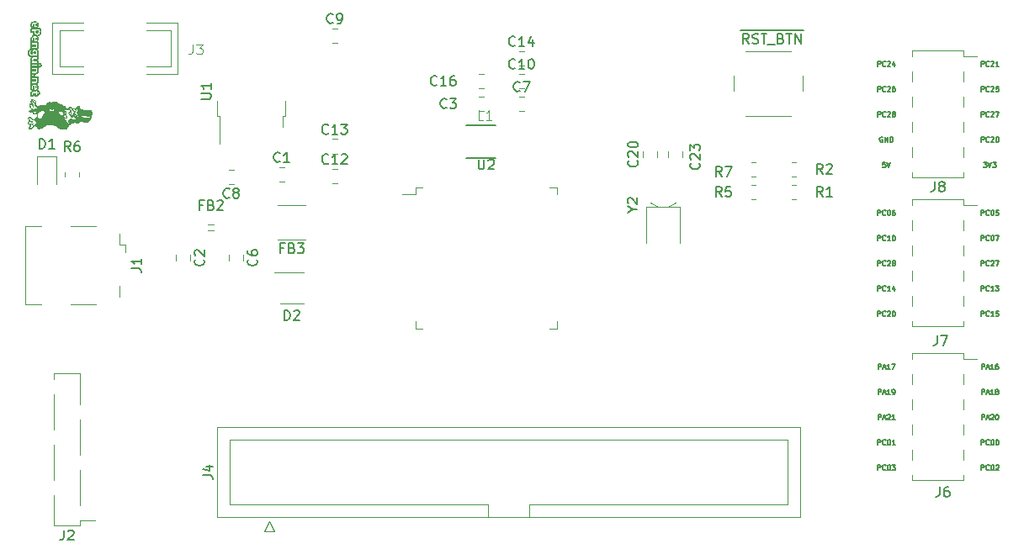
<source format=gto>
%TF.GenerationSoftware,KiCad,Pcbnew,5.1.8*%
%TF.CreationDate,2020-11-25T01:05:46-06:00*%
%TF.ProjectId,e54-GFX-Development-Board,6535342d-4746-4582-9d44-6576656c6f70,rev?*%
%TF.SameCoordinates,Original*%
%TF.FileFunction,Legend,Top*%
%TF.FilePolarity,Positive*%
%FSLAX46Y46*%
G04 Gerber Fmt 4.6, Leading zero omitted, Abs format (unit mm)*
G04 Created by KiCad (PCBNEW 5.1.8) date 2020-11-25 01:05:46*
%MOMM*%
%LPD*%
G01*
G04 APERTURE LIST*
%ADD10C,0.127000*%
%ADD11C,0.010000*%
%ADD12C,0.120000*%
%ADD13C,0.100000*%
%ADD14C,0.150000*%
%ADD15C,0.015000*%
G04 APERTURE END LIST*
D10*
X191079428Y-111809809D02*
X191079428Y-111301809D01*
X191272952Y-111301809D01*
X191321333Y-111326000D01*
X191345523Y-111350190D01*
X191369714Y-111398571D01*
X191369714Y-111471142D01*
X191345523Y-111519523D01*
X191321333Y-111543714D01*
X191272952Y-111567904D01*
X191079428Y-111567904D01*
X191563238Y-111664666D02*
X191805142Y-111664666D01*
X191514857Y-111809809D02*
X191684190Y-111301809D01*
X191853523Y-111809809D01*
X191998666Y-111350190D02*
X192022857Y-111326000D01*
X192071238Y-111301809D01*
X192192190Y-111301809D01*
X192240571Y-111326000D01*
X192264761Y-111350190D01*
X192288952Y-111398571D01*
X192288952Y-111446952D01*
X192264761Y-111519523D01*
X191974476Y-111809809D01*
X192288952Y-111809809D01*
X192603428Y-111301809D02*
X192651809Y-111301809D01*
X192700190Y-111326000D01*
X192724380Y-111350190D01*
X192748571Y-111398571D01*
X192772761Y-111495333D01*
X192772761Y-111616285D01*
X192748571Y-111713047D01*
X192724380Y-111761428D01*
X192700190Y-111785619D01*
X192651809Y-111809809D01*
X192603428Y-111809809D01*
X192555047Y-111785619D01*
X192530857Y-111761428D01*
X192506666Y-111713047D01*
X192482476Y-111616285D01*
X192482476Y-111495333D01*
X192506666Y-111398571D01*
X192530857Y-111350190D01*
X192555047Y-111326000D01*
X192603428Y-111301809D01*
X180665428Y-109269809D02*
X180665428Y-108761809D01*
X180858952Y-108761809D01*
X180907333Y-108786000D01*
X180931523Y-108810190D01*
X180955714Y-108858571D01*
X180955714Y-108931142D01*
X180931523Y-108979523D01*
X180907333Y-109003714D01*
X180858952Y-109027904D01*
X180665428Y-109027904D01*
X181149238Y-109124666D02*
X181391142Y-109124666D01*
X181100857Y-109269809D02*
X181270190Y-108761809D01*
X181439523Y-109269809D01*
X181874952Y-109269809D02*
X181584666Y-109269809D01*
X181729809Y-109269809D02*
X181729809Y-108761809D01*
X181681428Y-108834380D01*
X181633047Y-108882761D01*
X181584666Y-108906952D01*
X182116857Y-109269809D02*
X182213619Y-109269809D01*
X182262000Y-109245619D01*
X182286190Y-109221428D01*
X182334571Y-109148857D01*
X182358761Y-109052095D01*
X182358761Y-108858571D01*
X182334571Y-108810190D01*
X182310380Y-108786000D01*
X182262000Y-108761809D01*
X182165238Y-108761809D01*
X182116857Y-108786000D01*
X182092666Y-108810190D01*
X182068476Y-108858571D01*
X182068476Y-108979523D01*
X182092666Y-109027904D01*
X182116857Y-109052095D01*
X182165238Y-109076285D01*
X182262000Y-109076285D01*
X182310380Y-109052095D01*
X182334571Y-109027904D01*
X182358761Y-108979523D01*
X191079428Y-109269809D02*
X191079428Y-108761809D01*
X191272952Y-108761809D01*
X191321333Y-108786000D01*
X191345523Y-108810190D01*
X191369714Y-108858571D01*
X191369714Y-108931142D01*
X191345523Y-108979523D01*
X191321333Y-109003714D01*
X191272952Y-109027904D01*
X191079428Y-109027904D01*
X191563238Y-109124666D02*
X191805142Y-109124666D01*
X191514857Y-109269809D02*
X191684190Y-108761809D01*
X191853523Y-109269809D01*
X192288952Y-109269809D02*
X191998666Y-109269809D01*
X192143809Y-109269809D02*
X192143809Y-108761809D01*
X192095428Y-108834380D01*
X192047047Y-108882761D01*
X191998666Y-108906952D01*
X192579238Y-108979523D02*
X192530857Y-108955333D01*
X192506666Y-108931142D01*
X192482476Y-108882761D01*
X192482476Y-108858571D01*
X192506666Y-108810190D01*
X192530857Y-108786000D01*
X192579238Y-108761809D01*
X192676000Y-108761809D01*
X192724380Y-108786000D01*
X192748571Y-108810190D01*
X192772761Y-108858571D01*
X192772761Y-108882761D01*
X192748571Y-108931142D01*
X192724380Y-108955333D01*
X192676000Y-108979523D01*
X192579238Y-108979523D01*
X192530857Y-109003714D01*
X192506666Y-109027904D01*
X192482476Y-109076285D01*
X192482476Y-109173047D01*
X192506666Y-109221428D01*
X192530857Y-109245619D01*
X192579238Y-109269809D01*
X192676000Y-109269809D01*
X192724380Y-109245619D01*
X192748571Y-109221428D01*
X192772761Y-109173047D01*
X192772761Y-109076285D01*
X192748571Y-109027904D01*
X192724380Y-109003714D01*
X192676000Y-108979523D01*
X191079428Y-106729809D02*
X191079428Y-106221809D01*
X191272952Y-106221809D01*
X191321333Y-106246000D01*
X191345523Y-106270190D01*
X191369714Y-106318571D01*
X191369714Y-106391142D01*
X191345523Y-106439523D01*
X191321333Y-106463714D01*
X191272952Y-106487904D01*
X191079428Y-106487904D01*
X191563238Y-106584666D02*
X191805142Y-106584666D01*
X191514857Y-106729809D02*
X191684190Y-106221809D01*
X191853523Y-106729809D01*
X192288952Y-106729809D02*
X191998666Y-106729809D01*
X192143809Y-106729809D02*
X192143809Y-106221809D01*
X192095428Y-106294380D01*
X192047047Y-106342761D01*
X191998666Y-106366952D01*
X192724380Y-106221809D02*
X192627619Y-106221809D01*
X192579238Y-106246000D01*
X192555047Y-106270190D01*
X192506666Y-106342761D01*
X192482476Y-106439523D01*
X192482476Y-106633047D01*
X192506666Y-106681428D01*
X192530857Y-106705619D01*
X192579238Y-106729809D01*
X192676000Y-106729809D01*
X192724380Y-106705619D01*
X192748571Y-106681428D01*
X192772761Y-106633047D01*
X192772761Y-106512095D01*
X192748571Y-106463714D01*
X192724380Y-106439523D01*
X192676000Y-106415333D01*
X192579238Y-106415333D01*
X192530857Y-106439523D01*
X192506666Y-106463714D01*
X192482476Y-106512095D01*
X180629142Y-116889809D02*
X180629142Y-116381809D01*
X180822666Y-116381809D01*
X180871047Y-116406000D01*
X180895238Y-116430190D01*
X180919428Y-116478571D01*
X180919428Y-116551142D01*
X180895238Y-116599523D01*
X180871047Y-116623714D01*
X180822666Y-116647904D01*
X180629142Y-116647904D01*
X181427428Y-116841428D02*
X181403238Y-116865619D01*
X181330666Y-116889809D01*
X181282285Y-116889809D01*
X181209714Y-116865619D01*
X181161333Y-116817238D01*
X181137142Y-116768857D01*
X181112952Y-116672095D01*
X181112952Y-116599523D01*
X181137142Y-116502761D01*
X181161333Y-116454380D01*
X181209714Y-116406000D01*
X181282285Y-116381809D01*
X181330666Y-116381809D01*
X181403238Y-116406000D01*
X181427428Y-116430190D01*
X181741904Y-116381809D02*
X181790285Y-116381809D01*
X181838666Y-116406000D01*
X181862857Y-116430190D01*
X181887047Y-116478571D01*
X181911238Y-116575333D01*
X181911238Y-116696285D01*
X181887047Y-116793047D01*
X181862857Y-116841428D01*
X181838666Y-116865619D01*
X181790285Y-116889809D01*
X181741904Y-116889809D01*
X181693523Y-116865619D01*
X181669333Y-116841428D01*
X181645142Y-116793047D01*
X181620952Y-116696285D01*
X181620952Y-116575333D01*
X181645142Y-116478571D01*
X181669333Y-116430190D01*
X181693523Y-116406000D01*
X181741904Y-116381809D01*
X182080571Y-116381809D02*
X182395047Y-116381809D01*
X182225714Y-116575333D01*
X182298285Y-116575333D01*
X182346666Y-116599523D01*
X182370857Y-116623714D01*
X182395047Y-116672095D01*
X182395047Y-116793047D01*
X182370857Y-116841428D01*
X182346666Y-116865619D01*
X182298285Y-116889809D01*
X182153142Y-116889809D01*
X182104761Y-116865619D01*
X182080571Y-116841428D01*
X180629142Y-114349809D02*
X180629142Y-113841809D01*
X180822666Y-113841809D01*
X180871047Y-113866000D01*
X180895238Y-113890190D01*
X180919428Y-113938571D01*
X180919428Y-114011142D01*
X180895238Y-114059523D01*
X180871047Y-114083714D01*
X180822666Y-114107904D01*
X180629142Y-114107904D01*
X181427428Y-114301428D02*
X181403238Y-114325619D01*
X181330666Y-114349809D01*
X181282285Y-114349809D01*
X181209714Y-114325619D01*
X181161333Y-114277238D01*
X181137142Y-114228857D01*
X181112952Y-114132095D01*
X181112952Y-114059523D01*
X181137142Y-113962761D01*
X181161333Y-113914380D01*
X181209714Y-113866000D01*
X181282285Y-113841809D01*
X181330666Y-113841809D01*
X181403238Y-113866000D01*
X181427428Y-113890190D01*
X181741904Y-113841809D02*
X181790285Y-113841809D01*
X181838666Y-113866000D01*
X181862857Y-113890190D01*
X181887047Y-113938571D01*
X181911238Y-114035333D01*
X181911238Y-114156285D01*
X181887047Y-114253047D01*
X181862857Y-114301428D01*
X181838666Y-114325619D01*
X181790285Y-114349809D01*
X181741904Y-114349809D01*
X181693523Y-114325619D01*
X181669333Y-114301428D01*
X181645142Y-114253047D01*
X181620952Y-114156285D01*
X181620952Y-114035333D01*
X181645142Y-113938571D01*
X181669333Y-113890190D01*
X181693523Y-113866000D01*
X181741904Y-113841809D01*
X182395047Y-114349809D02*
X182104761Y-114349809D01*
X182249904Y-114349809D02*
X182249904Y-113841809D01*
X182201523Y-113914380D01*
X182153142Y-113962761D01*
X182104761Y-113986952D01*
X180665428Y-106729809D02*
X180665428Y-106221809D01*
X180858952Y-106221809D01*
X180907333Y-106246000D01*
X180931523Y-106270190D01*
X180955714Y-106318571D01*
X180955714Y-106391142D01*
X180931523Y-106439523D01*
X180907333Y-106463714D01*
X180858952Y-106487904D01*
X180665428Y-106487904D01*
X181149238Y-106584666D02*
X181391142Y-106584666D01*
X181100857Y-106729809D02*
X181270190Y-106221809D01*
X181439523Y-106729809D01*
X181874952Y-106729809D02*
X181584666Y-106729809D01*
X181729809Y-106729809D02*
X181729809Y-106221809D01*
X181681428Y-106294380D01*
X181633047Y-106342761D01*
X181584666Y-106366952D01*
X182044285Y-106221809D02*
X182382952Y-106221809D01*
X182165238Y-106729809D01*
X191043142Y-116889809D02*
X191043142Y-116381809D01*
X191236666Y-116381809D01*
X191285047Y-116406000D01*
X191309238Y-116430190D01*
X191333428Y-116478571D01*
X191333428Y-116551142D01*
X191309238Y-116599523D01*
X191285047Y-116623714D01*
X191236666Y-116647904D01*
X191043142Y-116647904D01*
X191841428Y-116841428D02*
X191817238Y-116865619D01*
X191744666Y-116889809D01*
X191696285Y-116889809D01*
X191623714Y-116865619D01*
X191575333Y-116817238D01*
X191551142Y-116768857D01*
X191526952Y-116672095D01*
X191526952Y-116599523D01*
X191551142Y-116502761D01*
X191575333Y-116454380D01*
X191623714Y-116406000D01*
X191696285Y-116381809D01*
X191744666Y-116381809D01*
X191817238Y-116406000D01*
X191841428Y-116430190D01*
X192155904Y-116381809D02*
X192204285Y-116381809D01*
X192252666Y-116406000D01*
X192276857Y-116430190D01*
X192301047Y-116478571D01*
X192325238Y-116575333D01*
X192325238Y-116696285D01*
X192301047Y-116793047D01*
X192276857Y-116841428D01*
X192252666Y-116865619D01*
X192204285Y-116889809D01*
X192155904Y-116889809D01*
X192107523Y-116865619D01*
X192083333Y-116841428D01*
X192059142Y-116793047D01*
X192034952Y-116696285D01*
X192034952Y-116575333D01*
X192059142Y-116478571D01*
X192083333Y-116430190D01*
X192107523Y-116406000D01*
X192155904Y-116381809D01*
X192518761Y-116430190D02*
X192542952Y-116406000D01*
X192591333Y-116381809D01*
X192712285Y-116381809D01*
X192760666Y-116406000D01*
X192784857Y-116430190D01*
X192809047Y-116478571D01*
X192809047Y-116526952D01*
X192784857Y-116599523D01*
X192494571Y-116889809D01*
X192809047Y-116889809D01*
X180665428Y-111809809D02*
X180665428Y-111301809D01*
X180858952Y-111301809D01*
X180907333Y-111326000D01*
X180931523Y-111350190D01*
X180955714Y-111398571D01*
X180955714Y-111471142D01*
X180931523Y-111519523D01*
X180907333Y-111543714D01*
X180858952Y-111567904D01*
X180665428Y-111567904D01*
X181149238Y-111664666D02*
X181391142Y-111664666D01*
X181100857Y-111809809D02*
X181270190Y-111301809D01*
X181439523Y-111809809D01*
X181584666Y-111350190D02*
X181608857Y-111326000D01*
X181657238Y-111301809D01*
X181778190Y-111301809D01*
X181826571Y-111326000D01*
X181850761Y-111350190D01*
X181874952Y-111398571D01*
X181874952Y-111446952D01*
X181850761Y-111519523D01*
X181560476Y-111809809D01*
X181874952Y-111809809D01*
X182358761Y-111809809D02*
X182068476Y-111809809D01*
X182213619Y-111809809D02*
X182213619Y-111301809D01*
X182165238Y-111374380D01*
X182116857Y-111422761D01*
X182068476Y-111446952D01*
X191043142Y-114349809D02*
X191043142Y-113841809D01*
X191236666Y-113841809D01*
X191285047Y-113866000D01*
X191309238Y-113890190D01*
X191333428Y-113938571D01*
X191333428Y-114011142D01*
X191309238Y-114059523D01*
X191285047Y-114083714D01*
X191236666Y-114107904D01*
X191043142Y-114107904D01*
X191841428Y-114301428D02*
X191817238Y-114325619D01*
X191744666Y-114349809D01*
X191696285Y-114349809D01*
X191623714Y-114325619D01*
X191575333Y-114277238D01*
X191551142Y-114228857D01*
X191526952Y-114132095D01*
X191526952Y-114059523D01*
X191551142Y-113962761D01*
X191575333Y-113914380D01*
X191623714Y-113866000D01*
X191696285Y-113841809D01*
X191744666Y-113841809D01*
X191817238Y-113866000D01*
X191841428Y-113890190D01*
X192155904Y-113841809D02*
X192204285Y-113841809D01*
X192252666Y-113866000D01*
X192276857Y-113890190D01*
X192301047Y-113938571D01*
X192325238Y-114035333D01*
X192325238Y-114156285D01*
X192301047Y-114253047D01*
X192276857Y-114301428D01*
X192252666Y-114325619D01*
X192204285Y-114349809D01*
X192155904Y-114349809D01*
X192107523Y-114325619D01*
X192083333Y-114301428D01*
X192059142Y-114253047D01*
X192034952Y-114156285D01*
X192034952Y-114035333D01*
X192059142Y-113938571D01*
X192083333Y-113890190D01*
X192107523Y-113866000D01*
X192155904Y-113841809D01*
X192639714Y-113841809D02*
X192688095Y-113841809D01*
X192736476Y-113866000D01*
X192760666Y-113890190D01*
X192784857Y-113938571D01*
X192809047Y-114035333D01*
X192809047Y-114156285D01*
X192784857Y-114253047D01*
X192760666Y-114301428D01*
X192736476Y-114325619D01*
X192688095Y-114349809D01*
X192639714Y-114349809D01*
X192591333Y-114325619D01*
X192567142Y-114301428D01*
X192542952Y-114253047D01*
X192518761Y-114156285D01*
X192518761Y-114035333D01*
X192542952Y-113938571D01*
X192567142Y-113890190D01*
X192591333Y-113866000D01*
X192639714Y-113841809D01*
X191043142Y-96309809D02*
X191043142Y-95801809D01*
X191236666Y-95801809D01*
X191285047Y-95826000D01*
X191309238Y-95850190D01*
X191333428Y-95898571D01*
X191333428Y-95971142D01*
X191309238Y-96019523D01*
X191285047Y-96043714D01*
X191236666Y-96067904D01*
X191043142Y-96067904D01*
X191841428Y-96261428D02*
X191817238Y-96285619D01*
X191744666Y-96309809D01*
X191696285Y-96309809D01*
X191623714Y-96285619D01*
X191575333Y-96237238D01*
X191551142Y-96188857D01*
X191526952Y-96092095D01*
X191526952Y-96019523D01*
X191551142Y-95922761D01*
X191575333Y-95874380D01*
X191623714Y-95826000D01*
X191696285Y-95801809D01*
X191744666Y-95801809D01*
X191817238Y-95826000D01*
X191841428Y-95850190D01*
X192034952Y-95850190D02*
X192059142Y-95826000D01*
X192107523Y-95801809D01*
X192228476Y-95801809D01*
X192276857Y-95826000D01*
X192301047Y-95850190D01*
X192325238Y-95898571D01*
X192325238Y-95946952D01*
X192301047Y-96019523D01*
X192010761Y-96309809D01*
X192325238Y-96309809D01*
X192494571Y-95801809D02*
X192833238Y-95801809D01*
X192615523Y-96309809D01*
X191043142Y-101389809D02*
X191043142Y-100881809D01*
X191236666Y-100881809D01*
X191285047Y-100906000D01*
X191309238Y-100930190D01*
X191333428Y-100978571D01*
X191333428Y-101051142D01*
X191309238Y-101099523D01*
X191285047Y-101123714D01*
X191236666Y-101147904D01*
X191043142Y-101147904D01*
X191841428Y-101341428D02*
X191817238Y-101365619D01*
X191744666Y-101389809D01*
X191696285Y-101389809D01*
X191623714Y-101365619D01*
X191575333Y-101317238D01*
X191551142Y-101268857D01*
X191526952Y-101172095D01*
X191526952Y-101099523D01*
X191551142Y-101002761D01*
X191575333Y-100954380D01*
X191623714Y-100906000D01*
X191696285Y-100881809D01*
X191744666Y-100881809D01*
X191817238Y-100906000D01*
X191841428Y-100930190D01*
X192325238Y-101389809D02*
X192034952Y-101389809D01*
X192180095Y-101389809D02*
X192180095Y-100881809D01*
X192131714Y-100954380D01*
X192083333Y-101002761D01*
X192034952Y-101026952D01*
X192784857Y-100881809D02*
X192542952Y-100881809D01*
X192518761Y-101123714D01*
X192542952Y-101099523D01*
X192591333Y-101075333D01*
X192712285Y-101075333D01*
X192760666Y-101099523D01*
X192784857Y-101123714D01*
X192809047Y-101172095D01*
X192809047Y-101293047D01*
X192784857Y-101341428D01*
X192760666Y-101365619D01*
X192712285Y-101389809D01*
X192591333Y-101389809D01*
X192542952Y-101365619D01*
X192518761Y-101341428D01*
X180629142Y-98849809D02*
X180629142Y-98341809D01*
X180822666Y-98341809D01*
X180871047Y-98366000D01*
X180895238Y-98390190D01*
X180919428Y-98438571D01*
X180919428Y-98511142D01*
X180895238Y-98559523D01*
X180871047Y-98583714D01*
X180822666Y-98607904D01*
X180629142Y-98607904D01*
X181427428Y-98801428D02*
X181403238Y-98825619D01*
X181330666Y-98849809D01*
X181282285Y-98849809D01*
X181209714Y-98825619D01*
X181161333Y-98777238D01*
X181137142Y-98728857D01*
X181112952Y-98632095D01*
X181112952Y-98559523D01*
X181137142Y-98462761D01*
X181161333Y-98414380D01*
X181209714Y-98366000D01*
X181282285Y-98341809D01*
X181330666Y-98341809D01*
X181403238Y-98366000D01*
X181427428Y-98390190D01*
X181911238Y-98849809D02*
X181620952Y-98849809D01*
X181766095Y-98849809D02*
X181766095Y-98341809D01*
X181717714Y-98414380D01*
X181669333Y-98462761D01*
X181620952Y-98486952D01*
X182346666Y-98511142D02*
X182346666Y-98849809D01*
X182225714Y-98317619D02*
X182104761Y-98680476D01*
X182419238Y-98680476D01*
X180629142Y-96309809D02*
X180629142Y-95801809D01*
X180822666Y-95801809D01*
X180871047Y-95826000D01*
X180895238Y-95850190D01*
X180919428Y-95898571D01*
X180919428Y-95971142D01*
X180895238Y-96019523D01*
X180871047Y-96043714D01*
X180822666Y-96067904D01*
X180629142Y-96067904D01*
X181427428Y-96261428D02*
X181403238Y-96285619D01*
X181330666Y-96309809D01*
X181282285Y-96309809D01*
X181209714Y-96285619D01*
X181161333Y-96237238D01*
X181137142Y-96188857D01*
X181112952Y-96092095D01*
X181112952Y-96019523D01*
X181137142Y-95922761D01*
X181161333Y-95874380D01*
X181209714Y-95826000D01*
X181282285Y-95801809D01*
X181330666Y-95801809D01*
X181403238Y-95826000D01*
X181427428Y-95850190D01*
X181620952Y-95850190D02*
X181645142Y-95826000D01*
X181693523Y-95801809D01*
X181814476Y-95801809D01*
X181862857Y-95826000D01*
X181887047Y-95850190D01*
X181911238Y-95898571D01*
X181911238Y-95946952D01*
X181887047Y-96019523D01*
X181596761Y-96309809D01*
X181911238Y-96309809D01*
X182201523Y-96019523D02*
X182153142Y-95995333D01*
X182128952Y-95971142D01*
X182104761Y-95922761D01*
X182104761Y-95898571D01*
X182128952Y-95850190D01*
X182153142Y-95826000D01*
X182201523Y-95801809D01*
X182298285Y-95801809D01*
X182346666Y-95826000D01*
X182370857Y-95850190D01*
X182395047Y-95898571D01*
X182395047Y-95922761D01*
X182370857Y-95971142D01*
X182346666Y-95995333D01*
X182298285Y-96019523D01*
X182201523Y-96019523D01*
X182153142Y-96043714D01*
X182128952Y-96067904D01*
X182104761Y-96116285D01*
X182104761Y-96213047D01*
X182128952Y-96261428D01*
X182153142Y-96285619D01*
X182201523Y-96309809D01*
X182298285Y-96309809D01*
X182346666Y-96285619D01*
X182370857Y-96261428D01*
X182395047Y-96213047D01*
X182395047Y-96116285D01*
X182370857Y-96067904D01*
X182346666Y-96043714D01*
X182298285Y-96019523D01*
X191043142Y-93769809D02*
X191043142Y-93261809D01*
X191236666Y-93261809D01*
X191285047Y-93286000D01*
X191309238Y-93310190D01*
X191333428Y-93358571D01*
X191333428Y-93431142D01*
X191309238Y-93479523D01*
X191285047Y-93503714D01*
X191236666Y-93527904D01*
X191043142Y-93527904D01*
X191841428Y-93721428D02*
X191817238Y-93745619D01*
X191744666Y-93769809D01*
X191696285Y-93769809D01*
X191623714Y-93745619D01*
X191575333Y-93697238D01*
X191551142Y-93648857D01*
X191526952Y-93552095D01*
X191526952Y-93479523D01*
X191551142Y-93382761D01*
X191575333Y-93334380D01*
X191623714Y-93286000D01*
X191696285Y-93261809D01*
X191744666Y-93261809D01*
X191817238Y-93286000D01*
X191841428Y-93310190D01*
X192155904Y-93261809D02*
X192204285Y-93261809D01*
X192252666Y-93286000D01*
X192276857Y-93310190D01*
X192301047Y-93358571D01*
X192325238Y-93455333D01*
X192325238Y-93576285D01*
X192301047Y-93673047D01*
X192276857Y-93721428D01*
X192252666Y-93745619D01*
X192204285Y-93769809D01*
X192155904Y-93769809D01*
X192107523Y-93745619D01*
X192083333Y-93721428D01*
X192059142Y-93673047D01*
X192034952Y-93576285D01*
X192034952Y-93455333D01*
X192059142Y-93358571D01*
X192083333Y-93310190D01*
X192107523Y-93286000D01*
X192155904Y-93261809D01*
X192494571Y-93261809D02*
X192833238Y-93261809D01*
X192615523Y-93769809D01*
X191043142Y-98849809D02*
X191043142Y-98341809D01*
X191236666Y-98341809D01*
X191285047Y-98366000D01*
X191309238Y-98390190D01*
X191333428Y-98438571D01*
X191333428Y-98511142D01*
X191309238Y-98559523D01*
X191285047Y-98583714D01*
X191236666Y-98607904D01*
X191043142Y-98607904D01*
X191841428Y-98801428D02*
X191817238Y-98825619D01*
X191744666Y-98849809D01*
X191696285Y-98849809D01*
X191623714Y-98825619D01*
X191575333Y-98777238D01*
X191551142Y-98728857D01*
X191526952Y-98632095D01*
X191526952Y-98559523D01*
X191551142Y-98462761D01*
X191575333Y-98414380D01*
X191623714Y-98366000D01*
X191696285Y-98341809D01*
X191744666Y-98341809D01*
X191817238Y-98366000D01*
X191841428Y-98390190D01*
X192325238Y-98849809D02*
X192034952Y-98849809D01*
X192180095Y-98849809D02*
X192180095Y-98341809D01*
X192131714Y-98414380D01*
X192083333Y-98462761D01*
X192034952Y-98486952D01*
X192494571Y-98341809D02*
X192809047Y-98341809D01*
X192639714Y-98535333D01*
X192712285Y-98535333D01*
X192760666Y-98559523D01*
X192784857Y-98583714D01*
X192809047Y-98632095D01*
X192809047Y-98753047D01*
X192784857Y-98801428D01*
X192760666Y-98825619D01*
X192712285Y-98849809D01*
X192567142Y-98849809D01*
X192518761Y-98825619D01*
X192494571Y-98801428D01*
X180629142Y-91229809D02*
X180629142Y-90721809D01*
X180822666Y-90721809D01*
X180871047Y-90746000D01*
X180895238Y-90770190D01*
X180919428Y-90818571D01*
X180919428Y-90891142D01*
X180895238Y-90939523D01*
X180871047Y-90963714D01*
X180822666Y-90987904D01*
X180629142Y-90987904D01*
X181427428Y-91181428D02*
X181403238Y-91205619D01*
X181330666Y-91229809D01*
X181282285Y-91229809D01*
X181209714Y-91205619D01*
X181161333Y-91157238D01*
X181137142Y-91108857D01*
X181112952Y-91012095D01*
X181112952Y-90939523D01*
X181137142Y-90842761D01*
X181161333Y-90794380D01*
X181209714Y-90746000D01*
X181282285Y-90721809D01*
X181330666Y-90721809D01*
X181403238Y-90746000D01*
X181427428Y-90770190D01*
X181741904Y-90721809D02*
X181790285Y-90721809D01*
X181838666Y-90746000D01*
X181862857Y-90770190D01*
X181887047Y-90818571D01*
X181911238Y-90915333D01*
X181911238Y-91036285D01*
X181887047Y-91133047D01*
X181862857Y-91181428D01*
X181838666Y-91205619D01*
X181790285Y-91229809D01*
X181741904Y-91229809D01*
X181693523Y-91205619D01*
X181669333Y-91181428D01*
X181645142Y-91133047D01*
X181620952Y-91036285D01*
X181620952Y-90915333D01*
X181645142Y-90818571D01*
X181669333Y-90770190D01*
X181693523Y-90746000D01*
X181741904Y-90721809D01*
X182346666Y-90721809D02*
X182249904Y-90721809D01*
X182201523Y-90746000D01*
X182177333Y-90770190D01*
X182128952Y-90842761D01*
X182104761Y-90939523D01*
X182104761Y-91133047D01*
X182128952Y-91181428D01*
X182153142Y-91205619D01*
X182201523Y-91229809D01*
X182298285Y-91229809D01*
X182346666Y-91205619D01*
X182370857Y-91181428D01*
X182395047Y-91133047D01*
X182395047Y-91012095D01*
X182370857Y-90963714D01*
X182346666Y-90939523D01*
X182298285Y-90915333D01*
X182201523Y-90915333D01*
X182153142Y-90939523D01*
X182128952Y-90963714D01*
X182104761Y-91012095D01*
X180629142Y-93769809D02*
X180629142Y-93261809D01*
X180822666Y-93261809D01*
X180871047Y-93286000D01*
X180895238Y-93310190D01*
X180919428Y-93358571D01*
X180919428Y-93431142D01*
X180895238Y-93479523D01*
X180871047Y-93503714D01*
X180822666Y-93527904D01*
X180629142Y-93527904D01*
X181427428Y-93721428D02*
X181403238Y-93745619D01*
X181330666Y-93769809D01*
X181282285Y-93769809D01*
X181209714Y-93745619D01*
X181161333Y-93697238D01*
X181137142Y-93648857D01*
X181112952Y-93552095D01*
X181112952Y-93479523D01*
X181137142Y-93382761D01*
X181161333Y-93334380D01*
X181209714Y-93286000D01*
X181282285Y-93261809D01*
X181330666Y-93261809D01*
X181403238Y-93286000D01*
X181427428Y-93310190D01*
X181911238Y-93769809D02*
X181620952Y-93769809D01*
X181766095Y-93769809D02*
X181766095Y-93261809D01*
X181717714Y-93334380D01*
X181669333Y-93382761D01*
X181620952Y-93406952D01*
X182225714Y-93261809D02*
X182274095Y-93261809D01*
X182322476Y-93286000D01*
X182346666Y-93310190D01*
X182370857Y-93358571D01*
X182395047Y-93455333D01*
X182395047Y-93576285D01*
X182370857Y-93673047D01*
X182346666Y-93721428D01*
X182322476Y-93745619D01*
X182274095Y-93769809D01*
X182225714Y-93769809D01*
X182177333Y-93745619D01*
X182153142Y-93721428D01*
X182128952Y-93673047D01*
X182104761Y-93576285D01*
X182104761Y-93455333D01*
X182128952Y-93358571D01*
X182153142Y-93310190D01*
X182177333Y-93286000D01*
X182225714Y-93261809D01*
X180629142Y-101389809D02*
X180629142Y-100881809D01*
X180822666Y-100881809D01*
X180871047Y-100906000D01*
X180895238Y-100930190D01*
X180919428Y-100978571D01*
X180919428Y-101051142D01*
X180895238Y-101099523D01*
X180871047Y-101123714D01*
X180822666Y-101147904D01*
X180629142Y-101147904D01*
X181427428Y-101341428D02*
X181403238Y-101365619D01*
X181330666Y-101389809D01*
X181282285Y-101389809D01*
X181209714Y-101365619D01*
X181161333Y-101317238D01*
X181137142Y-101268857D01*
X181112952Y-101172095D01*
X181112952Y-101099523D01*
X181137142Y-101002761D01*
X181161333Y-100954380D01*
X181209714Y-100906000D01*
X181282285Y-100881809D01*
X181330666Y-100881809D01*
X181403238Y-100906000D01*
X181427428Y-100930190D01*
X181620952Y-100930190D02*
X181645142Y-100906000D01*
X181693523Y-100881809D01*
X181814476Y-100881809D01*
X181862857Y-100906000D01*
X181887047Y-100930190D01*
X181911238Y-100978571D01*
X181911238Y-101026952D01*
X181887047Y-101099523D01*
X181596761Y-101389809D01*
X181911238Y-101389809D01*
X182225714Y-100881809D02*
X182274095Y-100881809D01*
X182322476Y-100906000D01*
X182346666Y-100930190D01*
X182370857Y-100978571D01*
X182395047Y-101075333D01*
X182395047Y-101196285D01*
X182370857Y-101293047D01*
X182346666Y-101341428D01*
X182322476Y-101365619D01*
X182274095Y-101389809D01*
X182225714Y-101389809D01*
X182177333Y-101365619D01*
X182153142Y-101341428D01*
X182128952Y-101293047D01*
X182104761Y-101196285D01*
X182104761Y-101075333D01*
X182128952Y-100978571D01*
X182153142Y-100930190D01*
X182177333Y-100906000D01*
X182225714Y-100881809D01*
X191043142Y-91229809D02*
X191043142Y-90721809D01*
X191236666Y-90721809D01*
X191285047Y-90746000D01*
X191309238Y-90770190D01*
X191333428Y-90818571D01*
X191333428Y-90891142D01*
X191309238Y-90939523D01*
X191285047Y-90963714D01*
X191236666Y-90987904D01*
X191043142Y-90987904D01*
X191841428Y-91181428D02*
X191817238Y-91205619D01*
X191744666Y-91229809D01*
X191696285Y-91229809D01*
X191623714Y-91205619D01*
X191575333Y-91157238D01*
X191551142Y-91108857D01*
X191526952Y-91012095D01*
X191526952Y-90939523D01*
X191551142Y-90842761D01*
X191575333Y-90794380D01*
X191623714Y-90746000D01*
X191696285Y-90721809D01*
X191744666Y-90721809D01*
X191817238Y-90746000D01*
X191841428Y-90770190D01*
X192155904Y-90721809D02*
X192204285Y-90721809D01*
X192252666Y-90746000D01*
X192276857Y-90770190D01*
X192301047Y-90818571D01*
X192325238Y-90915333D01*
X192325238Y-91036285D01*
X192301047Y-91133047D01*
X192276857Y-91181428D01*
X192252666Y-91205619D01*
X192204285Y-91229809D01*
X192155904Y-91229809D01*
X192107523Y-91205619D01*
X192083333Y-91181428D01*
X192059142Y-91133047D01*
X192034952Y-91036285D01*
X192034952Y-90915333D01*
X192059142Y-90818571D01*
X192083333Y-90770190D01*
X192107523Y-90746000D01*
X192155904Y-90721809D01*
X192784857Y-90721809D02*
X192542952Y-90721809D01*
X192518761Y-90963714D01*
X192542952Y-90939523D01*
X192591333Y-90915333D01*
X192712285Y-90915333D01*
X192760666Y-90939523D01*
X192784857Y-90963714D01*
X192809047Y-91012095D01*
X192809047Y-91133047D01*
X192784857Y-91181428D01*
X192760666Y-91205619D01*
X192712285Y-91229809D01*
X192591333Y-91229809D01*
X192542952Y-91205619D01*
X192518761Y-91181428D01*
X191285047Y-85881809D02*
X191599523Y-85881809D01*
X191430190Y-86075333D01*
X191502761Y-86075333D01*
X191551142Y-86099523D01*
X191575333Y-86123714D01*
X191599523Y-86172095D01*
X191599523Y-86293047D01*
X191575333Y-86341428D01*
X191551142Y-86365619D01*
X191502761Y-86389809D01*
X191357619Y-86389809D01*
X191309238Y-86365619D01*
X191285047Y-86341428D01*
X191744666Y-85881809D02*
X191914000Y-86389809D01*
X192083333Y-85881809D01*
X192204285Y-85881809D02*
X192518761Y-85881809D01*
X192349428Y-86075333D01*
X192422000Y-86075333D01*
X192470380Y-86099523D01*
X192494571Y-86123714D01*
X192518761Y-86172095D01*
X192518761Y-86293047D01*
X192494571Y-86341428D01*
X192470380Y-86365619D01*
X192422000Y-86389809D01*
X192276857Y-86389809D01*
X192228476Y-86365619D01*
X192204285Y-86341428D01*
X181403238Y-85881809D02*
X181161333Y-85881809D01*
X181137142Y-86123714D01*
X181161333Y-86099523D01*
X181209714Y-86075333D01*
X181330666Y-86075333D01*
X181379047Y-86099523D01*
X181403238Y-86123714D01*
X181427428Y-86172095D01*
X181427428Y-86293047D01*
X181403238Y-86341428D01*
X181379047Y-86365619D01*
X181330666Y-86389809D01*
X181209714Y-86389809D01*
X181161333Y-86365619D01*
X181137142Y-86341428D01*
X181572571Y-85881809D02*
X181741904Y-86389809D01*
X181911238Y-85881809D01*
X191043142Y-83849809D02*
X191043142Y-83341809D01*
X191236666Y-83341809D01*
X191285047Y-83366000D01*
X191309238Y-83390190D01*
X191333428Y-83438571D01*
X191333428Y-83511142D01*
X191309238Y-83559523D01*
X191285047Y-83583714D01*
X191236666Y-83607904D01*
X191043142Y-83607904D01*
X191841428Y-83801428D02*
X191817238Y-83825619D01*
X191744666Y-83849809D01*
X191696285Y-83849809D01*
X191623714Y-83825619D01*
X191575333Y-83777238D01*
X191551142Y-83728857D01*
X191526952Y-83632095D01*
X191526952Y-83559523D01*
X191551142Y-83462761D01*
X191575333Y-83414380D01*
X191623714Y-83366000D01*
X191696285Y-83341809D01*
X191744666Y-83341809D01*
X191817238Y-83366000D01*
X191841428Y-83390190D01*
X192034952Y-83390190D02*
X192059142Y-83366000D01*
X192107523Y-83341809D01*
X192228476Y-83341809D01*
X192276857Y-83366000D01*
X192301047Y-83390190D01*
X192325238Y-83438571D01*
X192325238Y-83486952D01*
X192301047Y-83559523D01*
X192010761Y-83849809D01*
X192325238Y-83849809D01*
X192639714Y-83341809D02*
X192688095Y-83341809D01*
X192736476Y-83366000D01*
X192760666Y-83390190D01*
X192784857Y-83438571D01*
X192809047Y-83535333D01*
X192809047Y-83656285D01*
X192784857Y-83753047D01*
X192760666Y-83801428D01*
X192736476Y-83825619D01*
X192688095Y-83849809D01*
X192639714Y-83849809D01*
X192591333Y-83825619D01*
X192567142Y-83801428D01*
X192542952Y-83753047D01*
X192518761Y-83656285D01*
X192518761Y-83535333D01*
X192542952Y-83438571D01*
X192567142Y-83390190D01*
X192591333Y-83366000D01*
X192639714Y-83341809D01*
X181112952Y-83366000D02*
X181064571Y-83341809D01*
X180992000Y-83341809D01*
X180919428Y-83366000D01*
X180871047Y-83414380D01*
X180846857Y-83462761D01*
X180822666Y-83559523D01*
X180822666Y-83632095D01*
X180846857Y-83728857D01*
X180871047Y-83777238D01*
X180919428Y-83825619D01*
X180992000Y-83849809D01*
X181040380Y-83849809D01*
X181112952Y-83825619D01*
X181137142Y-83801428D01*
X181137142Y-83632095D01*
X181040380Y-83632095D01*
X181354857Y-83849809D02*
X181354857Y-83341809D01*
X181645142Y-83849809D01*
X181645142Y-83341809D01*
X181887047Y-83849809D02*
X181887047Y-83341809D01*
X182008000Y-83341809D01*
X182080571Y-83366000D01*
X182128952Y-83414380D01*
X182153142Y-83462761D01*
X182177333Y-83559523D01*
X182177333Y-83632095D01*
X182153142Y-83728857D01*
X182128952Y-83777238D01*
X182080571Y-83825619D01*
X182008000Y-83849809D01*
X181887047Y-83849809D01*
X191043142Y-81309809D02*
X191043142Y-80801809D01*
X191236666Y-80801809D01*
X191285047Y-80826000D01*
X191309238Y-80850190D01*
X191333428Y-80898571D01*
X191333428Y-80971142D01*
X191309238Y-81019523D01*
X191285047Y-81043714D01*
X191236666Y-81067904D01*
X191043142Y-81067904D01*
X191841428Y-81261428D02*
X191817238Y-81285619D01*
X191744666Y-81309809D01*
X191696285Y-81309809D01*
X191623714Y-81285619D01*
X191575333Y-81237238D01*
X191551142Y-81188857D01*
X191526952Y-81092095D01*
X191526952Y-81019523D01*
X191551142Y-80922761D01*
X191575333Y-80874380D01*
X191623714Y-80826000D01*
X191696285Y-80801809D01*
X191744666Y-80801809D01*
X191817238Y-80826000D01*
X191841428Y-80850190D01*
X192034952Y-80850190D02*
X192059142Y-80826000D01*
X192107523Y-80801809D01*
X192228476Y-80801809D01*
X192276857Y-80826000D01*
X192301047Y-80850190D01*
X192325238Y-80898571D01*
X192325238Y-80946952D01*
X192301047Y-81019523D01*
X192010761Y-81309809D01*
X192325238Y-81309809D01*
X192494571Y-80801809D02*
X192833238Y-80801809D01*
X192615523Y-81309809D01*
X180629142Y-81309809D02*
X180629142Y-80801809D01*
X180822666Y-80801809D01*
X180871047Y-80826000D01*
X180895238Y-80850190D01*
X180919428Y-80898571D01*
X180919428Y-80971142D01*
X180895238Y-81019523D01*
X180871047Y-81043714D01*
X180822666Y-81067904D01*
X180629142Y-81067904D01*
X181427428Y-81261428D02*
X181403238Y-81285619D01*
X181330666Y-81309809D01*
X181282285Y-81309809D01*
X181209714Y-81285619D01*
X181161333Y-81237238D01*
X181137142Y-81188857D01*
X181112952Y-81092095D01*
X181112952Y-81019523D01*
X181137142Y-80922761D01*
X181161333Y-80874380D01*
X181209714Y-80826000D01*
X181282285Y-80801809D01*
X181330666Y-80801809D01*
X181403238Y-80826000D01*
X181427428Y-80850190D01*
X181620952Y-80850190D02*
X181645142Y-80826000D01*
X181693523Y-80801809D01*
X181814476Y-80801809D01*
X181862857Y-80826000D01*
X181887047Y-80850190D01*
X181911238Y-80898571D01*
X181911238Y-80946952D01*
X181887047Y-81019523D01*
X181596761Y-81309809D01*
X181911238Y-81309809D01*
X182201523Y-81019523D02*
X182153142Y-80995333D01*
X182128952Y-80971142D01*
X182104761Y-80922761D01*
X182104761Y-80898571D01*
X182128952Y-80850190D01*
X182153142Y-80826000D01*
X182201523Y-80801809D01*
X182298285Y-80801809D01*
X182346666Y-80826000D01*
X182370857Y-80850190D01*
X182395047Y-80898571D01*
X182395047Y-80922761D01*
X182370857Y-80971142D01*
X182346666Y-80995333D01*
X182298285Y-81019523D01*
X182201523Y-81019523D01*
X182153142Y-81043714D01*
X182128952Y-81067904D01*
X182104761Y-81116285D01*
X182104761Y-81213047D01*
X182128952Y-81261428D01*
X182153142Y-81285619D01*
X182201523Y-81309809D01*
X182298285Y-81309809D01*
X182346666Y-81285619D01*
X182370857Y-81261428D01*
X182395047Y-81213047D01*
X182395047Y-81116285D01*
X182370857Y-81067904D01*
X182346666Y-81043714D01*
X182298285Y-81019523D01*
X191043142Y-78769809D02*
X191043142Y-78261809D01*
X191236666Y-78261809D01*
X191285047Y-78286000D01*
X191309238Y-78310190D01*
X191333428Y-78358571D01*
X191333428Y-78431142D01*
X191309238Y-78479523D01*
X191285047Y-78503714D01*
X191236666Y-78527904D01*
X191043142Y-78527904D01*
X191841428Y-78721428D02*
X191817238Y-78745619D01*
X191744666Y-78769809D01*
X191696285Y-78769809D01*
X191623714Y-78745619D01*
X191575333Y-78697238D01*
X191551142Y-78648857D01*
X191526952Y-78552095D01*
X191526952Y-78479523D01*
X191551142Y-78382761D01*
X191575333Y-78334380D01*
X191623714Y-78286000D01*
X191696285Y-78261809D01*
X191744666Y-78261809D01*
X191817238Y-78286000D01*
X191841428Y-78310190D01*
X192034952Y-78310190D02*
X192059142Y-78286000D01*
X192107523Y-78261809D01*
X192228476Y-78261809D01*
X192276857Y-78286000D01*
X192301047Y-78310190D01*
X192325238Y-78358571D01*
X192325238Y-78406952D01*
X192301047Y-78479523D01*
X192010761Y-78769809D01*
X192325238Y-78769809D01*
X192784857Y-78261809D02*
X192542952Y-78261809D01*
X192518761Y-78503714D01*
X192542952Y-78479523D01*
X192591333Y-78455333D01*
X192712285Y-78455333D01*
X192760666Y-78479523D01*
X192784857Y-78503714D01*
X192809047Y-78552095D01*
X192809047Y-78673047D01*
X192784857Y-78721428D01*
X192760666Y-78745619D01*
X192712285Y-78769809D01*
X192591333Y-78769809D01*
X192542952Y-78745619D01*
X192518761Y-78721428D01*
X180629142Y-78769809D02*
X180629142Y-78261809D01*
X180822666Y-78261809D01*
X180871047Y-78286000D01*
X180895238Y-78310190D01*
X180919428Y-78358571D01*
X180919428Y-78431142D01*
X180895238Y-78479523D01*
X180871047Y-78503714D01*
X180822666Y-78527904D01*
X180629142Y-78527904D01*
X181427428Y-78721428D02*
X181403238Y-78745619D01*
X181330666Y-78769809D01*
X181282285Y-78769809D01*
X181209714Y-78745619D01*
X181161333Y-78697238D01*
X181137142Y-78648857D01*
X181112952Y-78552095D01*
X181112952Y-78479523D01*
X181137142Y-78382761D01*
X181161333Y-78334380D01*
X181209714Y-78286000D01*
X181282285Y-78261809D01*
X181330666Y-78261809D01*
X181403238Y-78286000D01*
X181427428Y-78310190D01*
X181620952Y-78310190D02*
X181645142Y-78286000D01*
X181693523Y-78261809D01*
X181814476Y-78261809D01*
X181862857Y-78286000D01*
X181887047Y-78310190D01*
X181911238Y-78358571D01*
X181911238Y-78406952D01*
X181887047Y-78479523D01*
X181596761Y-78769809D01*
X181911238Y-78769809D01*
X182346666Y-78261809D02*
X182249904Y-78261809D01*
X182201523Y-78286000D01*
X182177333Y-78310190D01*
X182128952Y-78382761D01*
X182104761Y-78479523D01*
X182104761Y-78673047D01*
X182128952Y-78721428D01*
X182153142Y-78745619D01*
X182201523Y-78769809D01*
X182298285Y-78769809D01*
X182346666Y-78745619D01*
X182370857Y-78721428D01*
X182395047Y-78673047D01*
X182395047Y-78552095D01*
X182370857Y-78503714D01*
X182346666Y-78479523D01*
X182298285Y-78455333D01*
X182201523Y-78455333D01*
X182153142Y-78479523D01*
X182128952Y-78503714D01*
X182104761Y-78552095D01*
X191043142Y-76229809D02*
X191043142Y-75721809D01*
X191236666Y-75721809D01*
X191285047Y-75746000D01*
X191309238Y-75770190D01*
X191333428Y-75818571D01*
X191333428Y-75891142D01*
X191309238Y-75939523D01*
X191285047Y-75963714D01*
X191236666Y-75987904D01*
X191043142Y-75987904D01*
X191841428Y-76181428D02*
X191817238Y-76205619D01*
X191744666Y-76229809D01*
X191696285Y-76229809D01*
X191623714Y-76205619D01*
X191575333Y-76157238D01*
X191551142Y-76108857D01*
X191526952Y-76012095D01*
X191526952Y-75939523D01*
X191551142Y-75842761D01*
X191575333Y-75794380D01*
X191623714Y-75746000D01*
X191696285Y-75721809D01*
X191744666Y-75721809D01*
X191817238Y-75746000D01*
X191841428Y-75770190D01*
X192034952Y-75770190D02*
X192059142Y-75746000D01*
X192107523Y-75721809D01*
X192228476Y-75721809D01*
X192276857Y-75746000D01*
X192301047Y-75770190D01*
X192325238Y-75818571D01*
X192325238Y-75866952D01*
X192301047Y-75939523D01*
X192010761Y-76229809D01*
X192325238Y-76229809D01*
X192809047Y-76229809D02*
X192518761Y-76229809D01*
X192663904Y-76229809D02*
X192663904Y-75721809D01*
X192615523Y-75794380D01*
X192567142Y-75842761D01*
X192518761Y-75866952D01*
X180629142Y-76229809D02*
X180629142Y-75721809D01*
X180822666Y-75721809D01*
X180871047Y-75746000D01*
X180895238Y-75770190D01*
X180919428Y-75818571D01*
X180919428Y-75891142D01*
X180895238Y-75939523D01*
X180871047Y-75963714D01*
X180822666Y-75987904D01*
X180629142Y-75987904D01*
X181427428Y-76181428D02*
X181403238Y-76205619D01*
X181330666Y-76229809D01*
X181282285Y-76229809D01*
X181209714Y-76205619D01*
X181161333Y-76157238D01*
X181137142Y-76108857D01*
X181112952Y-76012095D01*
X181112952Y-75939523D01*
X181137142Y-75842761D01*
X181161333Y-75794380D01*
X181209714Y-75746000D01*
X181282285Y-75721809D01*
X181330666Y-75721809D01*
X181403238Y-75746000D01*
X181427428Y-75770190D01*
X181620952Y-75770190D02*
X181645142Y-75746000D01*
X181693523Y-75721809D01*
X181814476Y-75721809D01*
X181862857Y-75746000D01*
X181887047Y-75770190D01*
X181911238Y-75818571D01*
X181911238Y-75866952D01*
X181887047Y-75939523D01*
X181596761Y-76229809D01*
X181911238Y-76229809D01*
X182346666Y-75891142D02*
X182346666Y-76229809D01*
X182225714Y-75697619D02*
X182104761Y-76060476D01*
X182419238Y-76060476D01*
D11*
%TO.C,G\u002A\u002A\u002A*%
G36*
X101510029Y-81069374D02*
G01*
X101494395Y-81187946D01*
X101482136Y-81243251D01*
X101448693Y-81347315D01*
X101402142Y-81459161D01*
X101348102Y-81567889D01*
X101292192Y-81662599D01*
X101240031Y-81732393D01*
X101219607Y-81752491D01*
X101155684Y-81793243D01*
X101085884Y-81820106D01*
X101078162Y-81821757D01*
X100990691Y-81828670D01*
X100871448Y-81824135D01*
X100729202Y-81808884D01*
X100572726Y-81783649D01*
X100535237Y-81776429D01*
X100356910Y-81741014D01*
X100245830Y-81817424D01*
X100139815Y-81875355D01*
X100048002Y-81893479D01*
X99970252Y-81871820D01*
X99958967Y-81864565D01*
X99926566Y-81850162D01*
X99877011Y-81844351D01*
X99800914Y-81846591D01*
X99736668Y-81851751D01*
X99599882Y-81869800D01*
X99496240Y-81895488D01*
X99428538Y-81927801D01*
X99399568Y-81965729D01*
X99398667Y-81974205D01*
X99377780Y-82013348D01*
X99316231Y-82051569D01*
X99313892Y-82052632D01*
X99236184Y-82107338D01*
X99155556Y-82201664D01*
X99073985Y-82333181D01*
X99052057Y-82374747D01*
X99015236Y-82428503D01*
X98973151Y-82466424D01*
X98970493Y-82467924D01*
X98931343Y-82478692D01*
X98860296Y-82489056D01*
X98767781Y-82497775D01*
X98673793Y-82503231D01*
X98423829Y-82513526D01*
X98267971Y-82436496D01*
X98171745Y-82384730D01*
X98070125Y-82323482D01*
X97986294Y-82266845D01*
X97903188Y-82206782D01*
X97840135Y-82166704D01*
X97783456Y-82141020D01*
X97719468Y-82124139D01*
X97634490Y-82110472D01*
X97588296Y-82104218D01*
X97456523Y-82091832D01*
X97316294Y-82087383D01*
X97178116Y-82090412D01*
X97052495Y-82100458D01*
X96949935Y-82117061D01*
X96891712Y-82134689D01*
X96834924Y-82167202D01*
X96763604Y-82219513D01*
X96692432Y-82280780D01*
X96687037Y-82285884D01*
X96600378Y-82362799D01*
X96528389Y-82411172D01*
X96460524Y-82436467D01*
X96386237Y-82444147D01*
X96381527Y-82444167D01*
X96319109Y-82455167D01*
X96276617Y-82494158D01*
X96273915Y-82498185D01*
X96229938Y-82539333D01*
X96181502Y-82544315D01*
X96134165Y-82518094D01*
X96093486Y-82465636D01*
X96065022Y-82391904D01*
X96054333Y-82302076D01*
X96052916Y-82246484D01*
X96044095Y-82224596D01*
X96021019Y-82227785D01*
X96001940Y-82236113D01*
X95963830Y-82247326D01*
X95925456Y-82239264D01*
X95871469Y-82208282D01*
X95863986Y-82203363D01*
X95801795Y-82168277D01*
X95759229Y-82160671D01*
X95741754Y-82166510D01*
X95680264Y-82215131D01*
X95618929Y-82289320D01*
X95580201Y-82353850D01*
X95521056Y-82426742D01*
X95435689Y-82472035D01*
X95332178Y-82486943D01*
X95234125Y-82473159D01*
X95195351Y-82445252D01*
X95186117Y-82395673D01*
X95205753Y-82332401D01*
X95251566Y-82265700D01*
X95299502Y-82193940D01*
X95306975Y-82134114D01*
X95273999Y-82086473D01*
X95239417Y-82065917D01*
X95172430Y-82027205D01*
X95117379Y-81981761D01*
X95085002Y-81939276D01*
X95080667Y-81922630D01*
X95094872Y-81887882D01*
X95129853Y-81840266D01*
X95174154Y-81792376D01*
X95216320Y-81756808D01*
X95241610Y-81745667D01*
X95267664Y-81730895D01*
X95271639Y-81696242D01*
X95256160Y-81656200D01*
X95223858Y-81625262D01*
X95219370Y-81623028D01*
X95153532Y-81571656D01*
X95105134Y-81490783D01*
X95091390Y-81448029D01*
X95089098Y-81404522D01*
X95116449Y-81377042D01*
X95133286Y-81368654D01*
X95212561Y-81348262D01*
X95302917Y-81345518D01*
X95302917Y-81386446D01*
X95204229Y-81392848D01*
X95144700Y-81412432D01*
X95123123Y-81445617D01*
X95123000Y-81448947D01*
X95136557Y-81495835D01*
X95169466Y-81544150D01*
X95210085Y-81580660D01*
X95246772Y-81592131D01*
X95248619Y-81591728D01*
X95275098Y-81596081D01*
X95287309Y-81632721D01*
X95288722Y-81647113D01*
X95293347Y-81690430D01*
X95305257Y-81717839D01*
X95333877Y-81737913D01*
X95388633Y-81759227D01*
X95426179Y-81772146D01*
X95474907Y-81789383D01*
X95495196Y-81798763D01*
X95483994Y-81800340D01*
X95438250Y-81794171D01*
X95354914Y-81780312D01*
X95318970Y-81774117D01*
X95271405Y-81771603D01*
X95230987Y-81788161D01*
X95181973Y-81830665D01*
X95176095Y-81836505D01*
X95133230Y-81882837D01*
X95106734Y-81918168D01*
X95102499Y-81928758D01*
X95118423Y-81952857D01*
X95154212Y-81983872D01*
X95210100Y-82014007D01*
X95278558Y-82038144D01*
X95285839Y-82039954D01*
X95330275Y-82052102D01*
X95345438Y-82059916D01*
X95341874Y-82061040D01*
X95329715Y-82074174D01*
X95332590Y-82114680D01*
X95345486Y-82169893D01*
X95360822Y-82231623D01*
X95363535Y-82261536D01*
X95352483Y-82268563D01*
X95333453Y-82263865D01*
X95298531Y-82265875D01*
X95264157Y-82300262D01*
X95250546Y-82321180D01*
X95216599Y-82383797D01*
X95211992Y-82420826D01*
X95240686Y-82438749D01*
X95306645Y-82444050D01*
X95325712Y-82444167D01*
X95398770Y-82441106D01*
X95446333Y-82428085D01*
X95485027Y-82399342D01*
X95500337Y-82383664D01*
X95551745Y-82321344D01*
X95598042Y-82254076D01*
X95599409Y-82251798D01*
X95641137Y-82202187D01*
X95706430Y-82146251D01*
X95768554Y-82103819D01*
X95856003Y-82041385D01*
X95906661Y-81977971D01*
X95925280Y-81904454D01*
X95917716Y-81817453D01*
X95888257Y-81740512D01*
X95835952Y-81671005D01*
X95771549Y-81619782D01*
X95705798Y-81597689D01*
X95699775Y-81597500D01*
X95595994Y-81582552D01*
X95514842Y-81540258D01*
X95468654Y-81484080D01*
X95433748Y-81426322D01*
X95395457Y-81397118D01*
X95337955Y-81387144D01*
X95302917Y-81386446D01*
X95302917Y-81345518D01*
X95307722Y-81345372D01*
X95395967Y-81360295D01*
X95409288Y-81364871D01*
X95458903Y-81401069D01*
X95488805Y-81447988D01*
X95532607Y-81514374D01*
X95595865Y-81548118D01*
X95669489Y-81547837D01*
X95744390Y-81512153D01*
X95769636Y-81490647D01*
X95828917Y-81446468D01*
X95888302Y-81422658D01*
X95897571Y-81421410D01*
X95910438Y-81416848D01*
X95910438Y-81537496D01*
X95911903Y-81557579D01*
X95938264Y-81603921D01*
X95959083Y-81635286D01*
X95991522Y-81688695D01*
X96010207Y-81730440D01*
X96012000Y-81739997D01*
X96025210Y-81764854D01*
X96033167Y-81766833D01*
X96050592Y-81751493D01*
X96047964Y-81712683D01*
X96030060Y-81661223D01*
X96001656Y-81607928D01*
X95967530Y-81563616D01*
X95932625Y-81539159D01*
X95910438Y-81537496D01*
X95910438Y-81416848D01*
X95949933Y-81402842D01*
X95988016Y-81353927D01*
X96013595Y-81270989D01*
X96028443Y-81150353D01*
X96028449Y-81150270D01*
X96038659Y-81007570D01*
X95868770Y-81017617D01*
X95783784Y-81021878D01*
X95730046Y-81020740D01*
X95696579Y-81011820D01*
X95672406Y-80992734D01*
X95654357Y-80971060D01*
X95620933Y-80905192D01*
X95609833Y-80843229D01*
X95607160Y-80802790D01*
X95594120Y-80780158D01*
X95563181Y-80773846D01*
X95506812Y-80782365D01*
X95417481Y-80804230D01*
X95415249Y-80804808D01*
X95323853Y-80822162D01*
X95265430Y-80816756D01*
X95236402Y-80787181D01*
X95233055Y-80733111D01*
X95241718Y-80704030D01*
X95265284Y-80680741D01*
X95312276Y-80657746D01*
X95391213Y-80629546D01*
X95396081Y-80627925D01*
X95552745Y-80575835D01*
X95435495Y-80467542D01*
X95365048Y-80396548D01*
X95319922Y-80333302D01*
X95289837Y-80262644D01*
X95284122Y-80244283D01*
X95255750Y-80129639D01*
X95249873Y-80048733D01*
X95267451Y-79998860D01*
X95309443Y-79977313D01*
X95376807Y-79981387D01*
X95377232Y-79981471D01*
X95421695Y-79985625D01*
X95437792Y-79970361D01*
X95427440Y-79929665D01*
X95407443Y-79886740D01*
X95386470Y-79818838D01*
X95380703Y-79744582D01*
X95380985Y-79740613D01*
X95388217Y-79688735D01*
X95404935Y-79667963D01*
X95441313Y-79667075D01*
X95447066Y-79667723D01*
X95485767Y-79669551D01*
X95499221Y-79654905D01*
X95494845Y-79612516D01*
X95492336Y-79598932D01*
X95485300Y-79548932D01*
X95495451Y-79527849D01*
X95525576Y-79523930D01*
X95525576Y-79542641D01*
X95513965Y-79548480D01*
X95514234Y-79572413D01*
X95526724Y-79619596D01*
X95530401Y-79630396D01*
X95549550Y-79684024D01*
X95562040Y-79709547D01*
X95576182Y-79718457D01*
X95596401Y-79721654D01*
X95643779Y-79744912D01*
X95696295Y-79793532D01*
X95742712Y-79853870D01*
X95771797Y-79912276D01*
X95776284Y-79940159D01*
X95773737Y-79979569D01*
X95770042Y-79978159D01*
X95763944Y-79946500D01*
X95734358Y-79880740D01*
X95675115Y-79814094D01*
X95597341Y-79757030D01*
X95528659Y-79725108D01*
X95458722Y-79702454D01*
X95419627Y-79695470D01*
X95402443Y-79705332D01*
X95398237Y-79733213D01*
X95398167Y-79742258D01*
X95405436Y-79805826D01*
X95423738Y-79863350D01*
X95447815Y-79902699D01*
X95471731Y-79912020D01*
X95506241Y-79917183D01*
X95515713Y-79927161D01*
X95519622Y-79943282D01*
X95509489Y-79939309D01*
X95484996Y-79943920D01*
X95473316Y-79961938D01*
X95477384Y-80000566D01*
X95507113Y-80033719D01*
X95546901Y-80046467D01*
X95558967Y-80043892D01*
X95584068Y-80053932D01*
X95608598Y-80089825D01*
X95627551Y-80141503D01*
X95643435Y-80201829D01*
X95654102Y-80258929D01*
X95657406Y-80300931D01*
X95651200Y-80315960D01*
X95649341Y-80315170D01*
X95633563Y-80286768D01*
X95631000Y-80265909D01*
X95614180Y-80172378D01*
X95562890Y-80100809D01*
X95475892Y-80050033D01*
X95371708Y-80022134D01*
X95292333Y-80008082D01*
X95292333Y-80093279D01*
X95300940Y-80172673D01*
X95321917Y-80252146D01*
X95324464Y-80258778D01*
X95354373Y-80311285D01*
X95402895Y-80374004D01*
X95461848Y-80438756D01*
X95523051Y-80497361D01*
X95578321Y-80541639D01*
X95619477Y-80563409D01*
X95629820Y-80564058D01*
X95664328Y-80554924D01*
X95727582Y-80536566D01*
X95807920Y-80512392D01*
X95837375Y-80503355D01*
X95925236Y-80474392D01*
X95978910Y-80451124D01*
X96005460Y-80429721D01*
X96012000Y-80408621D01*
X95998301Y-80349041D01*
X95961786Y-80272821D01*
X95909329Y-80193497D01*
X95891259Y-80170817D01*
X95866683Y-80137710D01*
X95851950Y-80103254D01*
X95845041Y-80056335D01*
X95843938Y-79985834D01*
X95845475Y-79918681D01*
X95850977Y-79727976D01*
X95760074Y-79647307D01*
X95699548Y-79602912D01*
X95632463Y-79567526D01*
X95570559Y-79545864D01*
X95525576Y-79542641D01*
X95525576Y-79523930D01*
X95531059Y-79523216D01*
X95542600Y-79523167D01*
X95643446Y-79538637D01*
X95738210Y-79587918D01*
X95807234Y-79646135D01*
X95851425Y-79690605D01*
X95874425Y-79725518D01*
X95881311Y-79766558D01*
X95877160Y-79829412D01*
X95874588Y-79854233D01*
X95871697Y-79975987D01*
X95888339Y-80081116D01*
X95922551Y-80160329D01*
X95944916Y-80186673D01*
X95981396Y-80209254D01*
X96025103Y-80206654D01*
X96049716Y-80198938D01*
X96112065Y-80188494D01*
X96112065Y-80242833D01*
X96109195Y-80257210D01*
X96124797Y-80291749D01*
X96150890Y-80333561D01*
X96179492Y-80369759D01*
X96201415Y-80387110D01*
X96221719Y-80377979D01*
X96223667Y-80367670D01*
X96209676Y-80333975D01*
X96176913Y-80291655D01*
X96139195Y-80256166D01*
X96112065Y-80242833D01*
X96112065Y-80188494D01*
X96119786Y-80187200D01*
X96153706Y-80197305D01*
X96192407Y-80205488D01*
X96242860Y-80186495D01*
X96251094Y-80181660D01*
X96251094Y-80264000D01*
X96214871Y-80267715D01*
X96214516Y-80283617D01*
X96223667Y-80295750D01*
X96263185Y-80319234D01*
X96310925Y-80327500D01*
X96354387Y-80321808D01*
X96371833Y-80308598D01*
X96352659Y-80284330D01*
X96302736Y-80268210D01*
X96251094Y-80264000D01*
X96251094Y-80181660D01*
X96262299Y-80175080D01*
X96293878Y-80157046D01*
X96324605Y-80145873D01*
X96363402Y-80141099D01*
X96419194Y-80142263D01*
X96500904Y-80148902D01*
X96592330Y-80157988D01*
X96719398Y-80169638D01*
X96811974Y-80172569D01*
X96877531Y-80163652D01*
X96923538Y-80139758D01*
X96941922Y-80117003D01*
X96941922Y-80192790D01*
X96919338Y-80195435D01*
X96864840Y-80208939D01*
X96786776Y-80231069D01*
X96699917Y-80257566D01*
X96461390Y-80332694D01*
X96261145Y-80396100D01*
X96096997Y-80448499D01*
X95966764Y-80490606D01*
X95868260Y-80523137D01*
X95799303Y-80546806D01*
X95757708Y-80562328D01*
X95741292Y-80570419D01*
X95740983Y-80571538D01*
X95762525Y-80567911D01*
X95819508Y-80553782D01*
X95906748Y-80530561D01*
X95934412Y-80522950D01*
X95934412Y-80680301D01*
X95911332Y-80680735D01*
X95858713Y-80689709D01*
X95789233Y-80704984D01*
X95652167Y-80737779D01*
X95652167Y-80828148D01*
X95661435Y-80903971D01*
X95692736Y-80956052D01*
X95698491Y-80961675D01*
X95747853Y-80997312D01*
X95791544Y-80998318D01*
X95843065Y-80964297D01*
X95851123Y-80957208D01*
X95897224Y-80891217D01*
X95923399Y-80798998D01*
X95932704Y-80735710D01*
X95936053Y-80691985D01*
X95934412Y-80680301D01*
X95934412Y-80522950D01*
X96019065Y-80499657D01*
X96151276Y-80462480D01*
X96298198Y-80420441D01*
X96328629Y-80411650D01*
X96512015Y-80358159D01*
X96606089Y-80330011D01*
X96606089Y-80643797D01*
X96529577Y-80653474D01*
X96433884Y-80678559D01*
X96284868Y-80733473D01*
X96175497Y-80800324D01*
X96104408Y-80880522D01*
X96070241Y-80975477D01*
X96068074Y-81057750D01*
X96069707Y-81144611D01*
X96062383Y-81233873D01*
X96058156Y-81258833D01*
X96048428Y-81319980D01*
X96054446Y-81358847D01*
X96081162Y-81394088D01*
X96098611Y-81411212D01*
X96154806Y-81450980D01*
X96230018Y-81487481D01*
X96268967Y-81501170D01*
X96335369Y-81519599D01*
X96344583Y-81521740D01*
X96344583Y-82261694D01*
X96325356Y-82267703D01*
X96294762Y-82298904D01*
X96261690Y-82343317D01*
X96235032Y-82388962D01*
X96223678Y-82423860D01*
X96223667Y-82424624D01*
X96227403Y-82458188D01*
X96232239Y-82465333D01*
X96248305Y-82448703D01*
X96274834Y-82407621D01*
X96304536Y-82355300D01*
X96330123Y-82304953D01*
X96344305Y-82269792D01*
X96344583Y-82261694D01*
X96344583Y-81521740D01*
X96386629Y-81531510D01*
X96404550Y-81534000D01*
X96425653Y-81515852D01*
X96452097Y-81469466D01*
X96467260Y-81433458D01*
X96531795Y-81290258D01*
X96602137Y-81173464D01*
X96602137Y-81326336D01*
X96588104Y-81332701D01*
X96585908Y-81334682D01*
X96548108Y-81389885D01*
X96515762Y-81474917D01*
X96492324Y-81577319D01*
X96481244Y-81684636D01*
X96480827Y-81713917D01*
X96482007Y-81862083D01*
X96508948Y-81703333D01*
X96540074Y-81542873D01*
X96574006Y-81414763D01*
X96594903Y-81354083D01*
X96602137Y-81326336D01*
X96602137Y-81173464D01*
X96621697Y-81140986D01*
X96715573Y-81010892D01*
X96763165Y-80947005D01*
X96798637Y-80896024D01*
X96815683Y-80867109D01*
X96816333Y-80864579D01*
X96805739Y-80840040D01*
X96778358Y-80792000D01*
X96750627Y-80747395D01*
X96707023Y-80688673D01*
X96662041Y-80654836D01*
X96606089Y-80643797D01*
X96606089Y-80330011D01*
X96657956Y-80314491D01*
X96769873Y-80279425D01*
X96851186Y-80251741D01*
X96905318Y-80230217D01*
X96935689Y-80213632D01*
X96945722Y-80200766D01*
X96941922Y-80192790D01*
X96941922Y-80117003D01*
X96957468Y-80097760D01*
X96986791Y-80034529D01*
X97005286Y-79985085D01*
X97037887Y-79937955D01*
X97048845Y-79928705D01*
X97048845Y-80102001D01*
X96992302Y-80119054D01*
X96967936Y-80163607D01*
X96975807Y-80235590D01*
X96994503Y-80288303D01*
X96997408Y-80293712D01*
X96997408Y-80856991D01*
X96923726Y-80862016D01*
X96871996Y-80882138D01*
X96833588Y-80913332D01*
X96798435Y-80951688D01*
X96783998Y-80977164D01*
X96784888Y-80980443D01*
X96805573Y-80974950D01*
X96841572Y-80947421D01*
X96844240Y-80944944D01*
X96881534Y-80918240D01*
X96929917Y-80904038D01*
X97002997Y-80898936D01*
X97006833Y-80898899D01*
X97006833Y-80983667D01*
X96986282Y-80999774D01*
X96985667Y-81004833D01*
X97001774Y-81025385D01*
X97006833Y-81026000D01*
X97027385Y-81009893D01*
X97028000Y-81004833D01*
X97011893Y-80984282D01*
X97006833Y-80983667D01*
X97006833Y-80898899D01*
X97029364Y-80898676D01*
X97103339Y-80896428D01*
X97137600Y-80889810D01*
X97134593Y-80878334D01*
X97133833Y-80877833D01*
X97094771Y-80865658D01*
X97031829Y-80858131D01*
X96997408Y-80856991D01*
X96997408Y-80293712D01*
X97025667Y-80346339D01*
X97062865Y-80393486D01*
X97097375Y-80420517D01*
X97118983Y-80419962D01*
X97116744Y-80396062D01*
X97092998Y-80356389D01*
X97090807Y-80353561D01*
X97063015Y-80311728D01*
X97049671Y-80279601D01*
X97052808Y-80266270D01*
X97074459Y-80280825D01*
X97074567Y-80280933D01*
X97110942Y-80304811D01*
X97134648Y-80289770D01*
X97146651Y-80234894D01*
X97148092Y-80211083D01*
X97147441Y-80153464D01*
X97141551Y-80117752D01*
X97137509Y-80112520D01*
X97048845Y-80102001D01*
X97048845Y-79928705D01*
X97096874Y-79888159D01*
X97123815Y-79870966D01*
X97183148Y-79838468D01*
X97227803Y-79824838D01*
X97246040Y-79825693D01*
X97246040Y-79861833D01*
X97203767Y-79868908D01*
X97152727Y-79886186D01*
X97106247Y-79907748D01*
X97077657Y-79927673D01*
X97075517Y-79937573D01*
X97099498Y-79937480D01*
X97146096Y-79925205D01*
X97152936Y-79922881D01*
X97246004Y-79908828D01*
X97349896Y-79922297D01*
X97393125Y-79936380D01*
X97423470Y-79939286D01*
X97430167Y-79929668D01*
X97411601Y-79908363D01*
X97365479Y-79886430D01*
X97306161Y-79869160D01*
X97248008Y-79861844D01*
X97246040Y-79861833D01*
X97246040Y-79825693D01*
X97277386Y-79827165D01*
X97337115Y-79839308D01*
X97408506Y-79852809D01*
X97459181Y-79852595D01*
X97509028Y-79836926D01*
X97542832Y-79821316D01*
X97594828Y-79803167D01*
X97594828Y-79845980D01*
X97559101Y-79850825D01*
X97508971Y-79868764D01*
X97495973Y-79887951D01*
X97520827Y-79901542D01*
X97553477Y-79904167D01*
X97616261Y-79921132D01*
X97658087Y-79951854D01*
X97700726Y-80011005D01*
X97724480Y-80055380D01*
X97724480Y-80388740D01*
X97697968Y-80389710D01*
X97651955Y-80412452D01*
X97567999Y-80443515D01*
X97466152Y-80450813D01*
X97363959Y-80433740D01*
X97334917Y-80423389D01*
X97307123Y-80414820D01*
X97312968Y-80427990D01*
X97316392Y-80431801D01*
X97351027Y-80455150D01*
X97406670Y-80480263D01*
X97420596Y-80485305D01*
X97520927Y-80500416D01*
X97620809Y-80474978D01*
X97676181Y-80444161D01*
X97718724Y-80408862D01*
X97724480Y-80388740D01*
X97724480Y-80055380D01*
X97745038Y-80093786D01*
X97759190Y-80126803D01*
X97759190Y-80433333D01*
X97737421Y-80444153D01*
X97693782Y-80471439D01*
X97671570Y-80486250D01*
X97572220Y-80530130D01*
X97466082Y-80536487D01*
X97364652Y-80504944D01*
X97350280Y-80496754D01*
X97303290Y-80469555D01*
X97273810Y-80455176D01*
X97270905Y-80454500D01*
X97265352Y-80473634D01*
X97261694Y-80522921D01*
X97260833Y-80569166D01*
X97260833Y-80683832D01*
X97356161Y-80720238D01*
X97445219Y-80740676D01*
X97549380Y-80744841D01*
X97650263Y-80733369D01*
X97728726Y-80707309D01*
X97752609Y-80698324D01*
X97764499Y-80710403D01*
X97768503Y-80751928D01*
X97768833Y-80789108D01*
X97781709Y-80900737D01*
X97818102Y-81033369D01*
X97874662Y-81175295D01*
X97886605Y-81200674D01*
X97909558Y-81252548D01*
X97912205Y-81286620D01*
X97892856Y-81323111D01*
X97874214Y-81348841D01*
X97823540Y-81417583D01*
X97875562Y-81383547D01*
X97923521Y-81340951D01*
X97952154Y-81301261D01*
X97965003Y-81259323D01*
X97947903Y-81222856D01*
X97935764Y-81209045D01*
X97895556Y-81146533D01*
X97858511Y-81055048D01*
X97828215Y-80947948D01*
X97808258Y-80838592D01*
X97802225Y-80740336D01*
X97803521Y-80716617D01*
X97807807Y-80648311D01*
X97804642Y-80617959D01*
X97793557Y-80621762D01*
X97792024Y-80623833D01*
X97778700Y-80632846D01*
X97771534Y-80609278D01*
X97769173Y-80548434D01*
X97769158Y-80544458D01*
X97767319Y-80482354D01*
X97762943Y-80442021D01*
X97759190Y-80433333D01*
X97759190Y-80126803D01*
X97783620Y-80183801D01*
X97809074Y-80264655D01*
X97814772Y-80298970D01*
X97819803Y-80365001D01*
X97992333Y-80384414D01*
X97992333Y-80920167D01*
X97961750Y-80927142D01*
X97969509Y-80942653D01*
X97969509Y-81519829D01*
X97943446Y-81527719D01*
X97895103Y-81563116D01*
X97847425Y-81599098D01*
X97810519Y-81619862D01*
X97804251Y-81621549D01*
X97802606Y-81626704D01*
X97831641Y-81634207D01*
X97881701Y-81629433D01*
X97929899Y-81590410D01*
X97933269Y-81586549D01*
X97967158Y-81540078D01*
X97969509Y-81519829D01*
X97969509Y-80942653D01*
X97970918Y-80945470D01*
X97979038Y-80951013D01*
X98006223Y-80948358D01*
X98012037Y-80941678D01*
X98007438Y-80923271D01*
X97992333Y-80920167D01*
X97992333Y-80384414D01*
X98040061Y-80389785D01*
X98131720Y-80399212D01*
X98206509Y-80405229D01*
X98255267Y-80407202D01*
X98269223Y-80405666D01*
X98255100Y-80397511D01*
X98207570Y-80385029D01*
X98135120Y-80369968D01*
X98046241Y-80354073D01*
X97949418Y-80339090D01*
X97937328Y-80337389D01*
X97878849Y-80327611D01*
X97852042Y-80313152D01*
X97846598Y-80283894D01*
X97849718Y-80251403D01*
X97842915Y-80177126D01*
X97812350Y-80087079D01*
X97764417Y-79995204D01*
X97705508Y-79915444D01*
X97686818Y-79896123D01*
X97638169Y-79857099D01*
X97594828Y-79845980D01*
X97594828Y-79803167D01*
X97687850Y-79770698D01*
X97826841Y-79761743D01*
X97958743Y-79794328D01*
X98021985Y-79832147D01*
X98021985Y-79956559D01*
X98012915Y-79965172D01*
X98013380Y-79997915D01*
X98021306Y-80038210D01*
X98034619Y-80069476D01*
X98036394Y-80071736D01*
X98041958Y-80060529D01*
X98044000Y-80025360D01*
X98036369Y-79978943D01*
X98021985Y-79956559D01*
X98021985Y-79832147D01*
X98082492Y-79868332D01*
X98102943Y-79885283D01*
X98189049Y-79948969D01*
X98193874Y-79951893D01*
X98193874Y-80034617D01*
X98209097Y-80051282D01*
X98223917Y-80064467D01*
X98277723Y-80103556D01*
X98308583Y-80122108D01*
X98308583Y-80412167D01*
X98298000Y-80422750D01*
X98308583Y-80433333D01*
X98319167Y-80422750D01*
X98308583Y-80412167D01*
X98308583Y-80122108D01*
X98352179Y-80148318D01*
X98414417Y-80180764D01*
X98458492Y-80199863D01*
X98458492Y-80521565D01*
X98417379Y-80538270D01*
X98352783Y-80575448D01*
X98292140Y-80614939D01*
X98268302Y-80636509D01*
X98280698Y-80638381D01*
X98328759Y-80618778D01*
X98361501Y-80602666D01*
X98420164Y-80577826D01*
X98466313Y-80567155D01*
X98478891Y-80568361D01*
X98498511Y-80565820D01*
X98495741Y-80548672D01*
X98481717Y-80525574D01*
X98458492Y-80521565D01*
X98458492Y-80199863D01*
X98493244Y-80214923D01*
X98568853Y-80241572D01*
X98615500Y-80253120D01*
X98653889Y-80258022D01*
X98660478Y-80254517D01*
X98632693Y-80239742D01*
X98583750Y-80217778D01*
X98512054Y-80184782D01*
X98421137Y-80141025D01*
X98329310Y-80095338D01*
X98319167Y-80090180D01*
X98245125Y-80053045D01*
X98204622Y-80034864D01*
X98193874Y-80034617D01*
X98193874Y-79951893D01*
X98303270Y-80018197D01*
X98433163Y-80086378D01*
X98566285Y-80146924D01*
X98675454Y-80188399D01*
X98699585Y-80197459D01*
X98699585Y-80519909D01*
X98639547Y-80530964D01*
X98586532Y-80561748D01*
X98555188Y-80602410D01*
X98552000Y-80619160D01*
X98555234Y-80632597D01*
X98555234Y-80691698D01*
X98487198Y-80696621D01*
X98477961Y-80697557D01*
X98374636Y-80715145D01*
X98277527Y-80743753D01*
X98195130Y-80779540D01*
X98135939Y-80818663D01*
X98108450Y-80857279D01*
X98107500Y-80865118D01*
X98121820Y-80889695D01*
X98140127Y-80911474D01*
X98140127Y-81502250D01*
X98186766Y-81568248D01*
X98231426Y-81621606D01*
X98277726Y-81663150D01*
X98281578Y-81665776D01*
X98328694Y-81689208D01*
X98398503Y-81715854D01*
X98449570Y-81732112D01*
X98510521Y-81756589D01*
X98583473Y-81795641D01*
X98658934Y-81842829D01*
X98727410Y-81891716D01*
X98779407Y-81935862D01*
X98805434Y-81968830D01*
X98806761Y-81974371D01*
X98819768Y-81998521D01*
X98851127Y-82040200D01*
X98861423Y-82052583D01*
X98895431Y-82091488D01*
X98907986Y-82099382D01*
X98904729Y-82077781D01*
X98900797Y-82063167D01*
X98879654Y-82024104D01*
X98836041Y-81966300D01*
X98778111Y-81900242D01*
X98757037Y-81878209D01*
X98678884Y-81803519D01*
X98611585Y-81753457D01*
X98541049Y-81718446D01*
X98499944Y-81703520D01*
X98413914Y-81671779D01*
X98339090Y-81635550D01*
X98259396Y-81586270D01*
X98192605Y-81539780D01*
X98140127Y-81502250D01*
X98140127Y-80911474D01*
X98160244Y-80935408D01*
X98215967Y-80994466D01*
X98250375Y-81028697D01*
X98283477Y-81059296D01*
X98283477Y-81286473D01*
X98279524Y-81290442D01*
X98294759Y-81325057D01*
X98330085Y-81393313D01*
X98331733Y-81396417D01*
X98371215Y-81469083D01*
X98404739Y-81527804D01*
X98426173Y-81561909D01*
X98428595Y-81564980D01*
X98454090Y-81564906D01*
X98495485Y-81532943D01*
X98504664Y-81523483D01*
X98530338Y-81493941D01*
X98529387Y-81489615D01*
X98518583Y-81497795D01*
X98473244Y-81527722D01*
X98440553Y-81525113D01*
X98411177Y-81486590D01*
X98394919Y-81453033D01*
X98356761Y-81382679D01*
X98311439Y-81317094D01*
X98305714Y-81310158D01*
X98283477Y-81286473D01*
X98283477Y-81059296D01*
X98326241Y-81098827D01*
X98399851Y-81160345D01*
X98466030Y-81209854D01*
X98519606Y-81243960D01*
X98555404Y-81259267D01*
X98568251Y-81252380D01*
X98560727Y-81232375D01*
X98554381Y-81216504D01*
X98573176Y-81231338D01*
X98574295Y-81232375D01*
X98577805Y-81234902D01*
X98577805Y-81417583D01*
X98575486Y-81516346D01*
X98576900Y-81576435D01*
X98590395Y-81616666D01*
X98624533Y-81653441D01*
X98663125Y-81684244D01*
X98753083Y-81753380D01*
X98683840Y-81679257D01*
X98621141Y-81586112D01*
X98596201Y-81511359D01*
X98577805Y-81417583D01*
X98577805Y-81234902D01*
X98605657Y-81254956D01*
X98617439Y-81258833D01*
X98633230Y-81239506D01*
X98647473Y-81188877D01*
X98659178Y-81117974D01*
X98667354Y-81037824D01*
X98671008Y-80959455D01*
X98669150Y-80893895D01*
X98660789Y-80852171D01*
X98654711Y-80844153D01*
X98644428Y-80825645D01*
X98655604Y-80815711D01*
X98662316Y-80791597D01*
X98637972Y-80757110D01*
X98612944Y-80720748D01*
X98611483Y-80697563D01*
X98599743Y-80692012D01*
X98555234Y-80691698D01*
X98555234Y-80632597D01*
X98556544Y-80638040D01*
X98573909Y-80622557D01*
X98584699Y-80607736D01*
X98628360Y-80568583D01*
X98685240Y-80541435D01*
X98727238Y-80528246D01*
X98730633Y-80522227D01*
X98699585Y-80519909D01*
X98699585Y-80197459D01*
X98756288Y-80218750D01*
X98813076Y-80251604D01*
X98862356Y-80298860D01*
X98908038Y-80355753D01*
X98956236Y-80414942D01*
X98996954Y-80457788D01*
X99021858Y-80475584D01*
X99022788Y-80475666D01*
X99056607Y-80488442D01*
X99079500Y-80504913D01*
X99122810Y-80533439D01*
X99167701Y-80550152D01*
X99200225Y-80551183D01*
X99208167Y-80540593D01*
X99191138Y-80520338D01*
X99177666Y-80518000D01*
X99141538Y-80507234D01*
X99141819Y-80474927D01*
X99178513Y-80421060D01*
X99204466Y-80392336D01*
X99258651Y-80340657D01*
X99303811Y-80314821D01*
X99356044Y-80306601D01*
X99372711Y-80306333D01*
X99380244Y-80307513D01*
X99380244Y-80352619D01*
X99309868Y-80354059D01*
X99260170Y-80374585D01*
X99237415Y-80393350D01*
X99202637Y-80430756D01*
X99187060Y-80456868D01*
X99187000Y-80457759D01*
X99204149Y-80476780D01*
X99247425Y-80504930D01*
X99271357Y-80517842D01*
X99338717Y-80558547D01*
X99384494Y-80605483D01*
X99412652Y-80667506D01*
X99427154Y-80753477D01*
X99431965Y-80872255D01*
X99432004Y-80876897D01*
X99436647Y-80999769D01*
X99449875Y-81089203D01*
X99473993Y-81153625D01*
X99511306Y-81201463D01*
X99523833Y-81212538D01*
X99543906Y-81232470D01*
X99529538Y-81233026D01*
X99526955Y-81232370D01*
X99493607Y-81210770D01*
X99455736Y-81169823D01*
X99455238Y-81169158D01*
X99435096Y-81133999D01*
X99421640Y-81086575D01*
X99413186Y-81017353D01*
X99408056Y-80916799D01*
X99407463Y-80898228D01*
X99403975Y-80807354D01*
X99399749Y-80733660D01*
X99395402Y-80686481D01*
X99392643Y-80674254D01*
X99377325Y-80683202D01*
X99353134Y-80720874D01*
X99325271Y-80776072D01*
X99298938Y-80837595D01*
X99279336Y-80894242D01*
X99271667Y-80934762D01*
X99282959Y-80987631D01*
X99311866Y-81055599D01*
X99335167Y-81096674D01*
X99369943Y-81154156D01*
X99392777Y-81196978D01*
X99398125Y-81211943D01*
X99389507Y-81213926D01*
X99368398Y-81186671D01*
X99339799Y-81139492D01*
X99308709Y-81081702D01*
X99280131Y-81022613D01*
X99259065Y-80971538D01*
X99250511Y-80937792D01*
X99250500Y-80937022D01*
X99240639Y-80889715D01*
X99213458Y-80875378D01*
X99188805Y-80872081D01*
X99205672Y-80865181D01*
X99211412Y-80863637D01*
X99246465Y-80838873D01*
X99287943Y-80789374D01*
X99326157Y-80729550D01*
X99351421Y-80673815D01*
X99356333Y-80648045D01*
X99345918Y-80605939D01*
X99310671Y-80580627D01*
X99244591Y-80569511D01*
X99173574Y-80568863D01*
X99098836Y-80568339D01*
X99060655Y-80561206D01*
X99053625Y-80546432D01*
X99053790Y-80545985D01*
X99046069Y-80521773D01*
X99010634Y-80507199D01*
X98961509Y-80504834D01*
X98912720Y-80517251D01*
X98908513Y-80519345D01*
X98857274Y-80551463D01*
X98801374Y-80593334D01*
X98799084Y-80595228D01*
X98744768Y-80629009D01*
X98692323Y-80644836D01*
X98687959Y-80645000D01*
X98646996Y-80658405D01*
X98637603Y-80693282D01*
X98660972Y-80741622D01*
X98671697Y-80754458D01*
X98711873Y-80788252D01*
X98736264Y-80785427D01*
X98742500Y-80757371D01*
X98745838Y-80735279D01*
X98761188Y-80746363D01*
X98774250Y-80762663D01*
X98799709Y-80791165D01*
X98818622Y-80785913D01*
X98837750Y-80762663D01*
X98861403Y-80735277D01*
X98869265Y-80744949D01*
X98870387Y-80773246D01*
X98872809Y-80802524D01*
X98882216Y-80800729D01*
X98904080Y-80764904D01*
X98911833Y-80750833D01*
X98940190Y-80704704D01*
X98952448Y-80695134D01*
X98946949Y-80718889D01*
X98922550Y-80771742D01*
X98894539Y-80813413D01*
X98859228Y-80825430D01*
X98821027Y-80821537D01*
X98758719Y-80821522D01*
X98721713Y-80845626D01*
X98703885Y-80877513D01*
X98718120Y-80897014D01*
X98733616Y-80927285D01*
X98730369Y-80948317D01*
X98730168Y-80976141D01*
X98762413Y-80983667D01*
X98810775Y-81000805D01*
X98862531Y-81043419D01*
X98903864Y-81098308D01*
X98918122Y-81132428D01*
X98924040Y-81168369D01*
X98913779Y-81166501D01*
X98888552Y-81127609D01*
X98876400Y-81105375D01*
X98851565Y-81064204D01*
X98837674Y-81058841D01*
X98831755Y-81074749D01*
X98819034Y-81100242D01*
X98793648Y-81088032D01*
X98769338Y-81074430D01*
X98763343Y-81092200D01*
X98759106Y-81109487D01*
X98743630Y-81090604D01*
X98727040Y-81077152D01*
X98709908Y-81098076D01*
X98699359Y-81122354D01*
X98671697Y-81190353D01*
X98647534Y-81248250D01*
X98629458Y-81304305D01*
X98639642Y-81333247D01*
X98682706Y-81343080D01*
X98702514Y-81343500D01*
X98760998Y-81354182D01*
X98829432Y-81380830D01*
X98848877Y-81391125D01*
X98905648Y-81419661D01*
X98943387Y-81425327D01*
X98972897Y-81413288D01*
X99007110Y-81398498D01*
X99023614Y-81413169D01*
X99024102Y-81414406D01*
X99015458Y-81434856D01*
X98977908Y-81444750D01*
X98923580Y-81443932D01*
X98864604Y-81432247D01*
X98825950Y-81416954D01*
X98766607Y-81390345D01*
X98734117Y-81386883D01*
X98728746Y-81408366D01*
X98750761Y-81456590D01*
X98800430Y-81533351D01*
X98854422Y-81608601D01*
X98938771Y-81717056D01*
X99024769Y-81816674D01*
X99107019Y-81902133D01*
X99180125Y-81968115D01*
X99238690Y-82009297D01*
X99272549Y-82020833D01*
X99315087Y-82008655D01*
X99346996Y-81989756D01*
X99373370Y-81966697D01*
X99365625Y-81958731D01*
X99352923Y-81958006D01*
X99321324Y-81943284D01*
X99280316Y-81905628D01*
X99235699Y-81853373D01*
X99193273Y-81794852D01*
X99158837Y-81738399D01*
X99138191Y-81692348D01*
X99137135Y-81665033D01*
X99146227Y-81661000D01*
X99173465Y-81648928D01*
X99223764Y-81617036D01*
X99287015Y-81571811D01*
X99297287Y-81564057D01*
X99424759Y-81467113D01*
X99563592Y-81535460D01*
X99702425Y-81603808D01*
X99878525Y-81546458D01*
X100010013Y-81496982D01*
X100102221Y-81446101D01*
X100158192Y-81391494D01*
X100180968Y-81330837D01*
X100181833Y-81315020D01*
X100168576Y-81207156D01*
X100126652Y-81092184D01*
X100065566Y-80981135D01*
X100015304Y-80892037D01*
X99993407Y-80832907D01*
X99999686Y-80802463D01*
X100033951Y-80799418D01*
X100038958Y-80800584D01*
X100061985Y-80804706D01*
X100075656Y-80797573D01*
X100081879Y-80771368D01*
X100082564Y-80718274D01*
X100079737Y-80633558D01*
X100075655Y-80546244D01*
X100069742Y-80492221D01*
X100059220Y-80462461D01*
X100041313Y-80447930D01*
X100020676Y-80441421D01*
X99958145Y-80445087D01*
X99930042Y-80463085D01*
X99887128Y-80485277D01*
X99857076Y-80484597D01*
X99813969Y-80482020D01*
X99757386Y-80494062D01*
X99755270Y-80494788D01*
X99702442Y-80507427D01*
X99666130Y-80496694D01*
X99649960Y-80483800D01*
X99602932Y-80458545D01*
X99567301Y-80468403D01*
X99553250Y-80507881D01*
X99556737Y-80534072D01*
X99573511Y-80578718D01*
X99590732Y-80599139D01*
X99608714Y-80623438D01*
X99610333Y-80635750D01*
X99628462Y-80664430D01*
X99673157Y-80695986D01*
X99729878Y-80723168D01*
X99784087Y-80738725D01*
X99815484Y-80738059D01*
X99839276Y-80732670D01*
X99825951Y-80745488D01*
X99824580Y-80746470D01*
X99805885Y-80774594D01*
X99808396Y-80788279D01*
X99803972Y-80815696D01*
X99778092Y-80861710D01*
X99758191Y-80888806D01*
X99722040Y-80930531D01*
X99699172Y-80949687D01*
X99695000Y-80947524D01*
X99709251Y-80919099D01*
X99737333Y-80888417D01*
X99774918Y-80837366D01*
X99770479Y-80789952D01*
X99723923Y-80745788D01*
X99698876Y-80731644D01*
X99641801Y-80699686D01*
X99602086Y-80666428D01*
X99571520Y-80620969D01*
X99541896Y-80552408D01*
X99521167Y-80495674D01*
X99472657Y-80359250D01*
X99380244Y-80352619D01*
X99380244Y-80307513D01*
X99450224Y-80318478D01*
X99504003Y-80351340D01*
X99525581Y-80399565D01*
X99525667Y-80403095D01*
X99544671Y-80426735D01*
X99587918Y-80433333D01*
X99637272Y-80440510D01*
X99664504Y-80456528D01*
X99696142Y-80469623D01*
X99762226Y-80467669D01*
X99776878Y-80465755D01*
X99884759Y-80445510D01*
X99960376Y-80417640D01*
X100013725Y-80377017D01*
X100051101Y-80325070D01*
X100103911Y-80257083D01*
X100167991Y-80208681D01*
X100232027Y-80186957D01*
X100266654Y-80189965D01*
X100284202Y-80200696D01*
X100284202Y-80232897D01*
X100273395Y-80233307D01*
X100266500Y-80242833D01*
X100247008Y-80285328D01*
X100259076Y-80311731D01*
X100266500Y-80316917D01*
X100281742Y-80309043D01*
X100287343Y-80270541D01*
X100284202Y-80232897D01*
X100284202Y-80200696D01*
X100288386Y-80203255D01*
X100295815Y-80219462D01*
X100295815Y-80549445D01*
X100285024Y-80551383D01*
X100265443Y-80578737D01*
X100284498Y-80608876D01*
X100317476Y-80626499D01*
X100317476Y-80992209D01*
X100309180Y-81007425D01*
X100315743Y-81054187D01*
X100337212Y-81136198D01*
X100342505Y-81154450D01*
X100363809Y-81220659D01*
X100383161Y-81269908D01*
X100392792Y-81286895D01*
X100409003Y-81282099D01*
X100427942Y-81247900D01*
X100445004Y-81196588D01*
X100455580Y-81140455D01*
X100457000Y-81115623D01*
X100450277Y-81078029D01*
X100423857Y-81072379D01*
X100414667Y-81074466D01*
X100379595Y-81073152D01*
X100372333Y-81058360D01*
X100357485Y-81023059D01*
X100340583Y-81004833D01*
X100317476Y-80992209D01*
X100317476Y-80626499D01*
X100339003Y-80638004D01*
X100365327Y-80647092D01*
X100430212Y-80672286D01*
X100467550Y-80704026D01*
X100490717Y-80751350D01*
X100509590Y-80803619D01*
X100509590Y-81138435D01*
X100483976Y-81166493D01*
X100479262Y-81177202D01*
X100460735Y-81244613D01*
X100473585Y-81290771D01*
X100521933Y-81322760D01*
X100573417Y-81339071D01*
X100639386Y-81351645D01*
X100733414Y-81363893D01*
X100841247Y-81374150D01*
X100917375Y-81379258D01*
X101024658Y-81386162D01*
X101095751Y-81393859D01*
X101136799Y-81403475D01*
X101153945Y-81416139D01*
X101155500Y-81422993D01*
X101169783Y-81444224D01*
X101186172Y-81442092D01*
X101207883Y-81443296D01*
X101205706Y-81466286D01*
X101211975Y-81472299D01*
X101239632Y-81451056D01*
X101272826Y-81417583D01*
X101351085Y-81332917D01*
X101315820Y-81407000D01*
X101280556Y-81481083D01*
X101331784Y-81420572D01*
X101371705Y-81360940D01*
X101402329Y-81292623D01*
X101419561Y-81228390D01*
X101419306Y-81181014D01*
X101412542Y-81168741D01*
X101384185Y-81166942D01*
X101339771Y-81203251D01*
X101334968Y-81208387D01*
X101300943Y-81240771D01*
X101288848Y-81241082D01*
X101290559Y-81232375D01*
X101292251Y-81214927D01*
X101278976Y-81203932D01*
X101243407Y-81197884D01*
X101178220Y-81195277D01*
X101107211Y-81194680D01*
X100972525Y-81190819D01*
X100832038Y-81181001D01*
X100699816Y-81166592D01*
X100589930Y-81148959D01*
X100553815Y-81140918D01*
X100509590Y-81138435D01*
X100509590Y-80803619D01*
X100517280Y-80824917D01*
X100518601Y-80761417D01*
X100513971Y-80678642D01*
X100491025Y-80625232D01*
X100442495Y-80589684D01*
X100399302Y-80572562D01*
X100339304Y-80555551D01*
X100295815Y-80549445D01*
X100295815Y-80219462D01*
X100301749Y-80232409D01*
X100309408Y-80286873D01*
X100313221Y-80355098D01*
X100319417Y-80507417D01*
X100467583Y-80558980D01*
X100526093Y-80578000D01*
X100581571Y-80591915D01*
X100642539Y-80601643D01*
X100717518Y-80608102D01*
X100815027Y-80612208D01*
X100943588Y-80614880D01*
X100993318Y-80615591D01*
X101139334Y-80618101D01*
X101229455Y-80621672D01*
X101229455Y-80693712D01*
X101118861Y-80696889D01*
X101053644Y-80700735D01*
X100951704Y-80707885D01*
X100888305Y-80713728D01*
X100859705Y-80719058D01*
X100862164Y-80724667D01*
X100891941Y-80731348D01*
X100901500Y-80732993D01*
X100976287Y-80741624D01*
X101069236Y-80747139D01*
X101134333Y-80748287D01*
X101212031Y-80748178D01*
X101276547Y-80748560D01*
X101309826Y-80749227D01*
X101344448Y-80770175D01*
X101380508Y-80825451D01*
X101387706Y-80840792D01*
X101412224Y-80890490D01*
X101425407Y-80902121D01*
X101429172Y-80884503D01*
X101417384Y-80805991D01*
X101382171Y-80739707D01*
X101345699Y-80708339D01*
X101303809Y-80697496D01*
X101229455Y-80693712D01*
X101229455Y-80621672D01*
X101249230Y-80622456D01*
X101329219Y-80630548D01*
X101385514Y-80644275D01*
X101424329Y-80665530D01*
X101451877Y-80696210D01*
X101474372Y-80738210D01*
X101486505Y-80766028D01*
X101506209Y-80844761D01*
X101514009Y-80950428D01*
X101510029Y-81069374D01*
G37*
X101510029Y-81069374D02*
X101494395Y-81187946D01*
X101482136Y-81243251D01*
X101448693Y-81347315D01*
X101402142Y-81459161D01*
X101348102Y-81567889D01*
X101292192Y-81662599D01*
X101240031Y-81732393D01*
X101219607Y-81752491D01*
X101155684Y-81793243D01*
X101085884Y-81820106D01*
X101078162Y-81821757D01*
X100990691Y-81828670D01*
X100871448Y-81824135D01*
X100729202Y-81808884D01*
X100572726Y-81783649D01*
X100535237Y-81776429D01*
X100356910Y-81741014D01*
X100245830Y-81817424D01*
X100139815Y-81875355D01*
X100048002Y-81893479D01*
X99970252Y-81871820D01*
X99958967Y-81864565D01*
X99926566Y-81850162D01*
X99877011Y-81844351D01*
X99800914Y-81846591D01*
X99736668Y-81851751D01*
X99599882Y-81869800D01*
X99496240Y-81895488D01*
X99428538Y-81927801D01*
X99399568Y-81965729D01*
X99398667Y-81974205D01*
X99377780Y-82013348D01*
X99316231Y-82051569D01*
X99313892Y-82052632D01*
X99236184Y-82107338D01*
X99155556Y-82201664D01*
X99073985Y-82333181D01*
X99052057Y-82374747D01*
X99015236Y-82428503D01*
X98973151Y-82466424D01*
X98970493Y-82467924D01*
X98931343Y-82478692D01*
X98860296Y-82489056D01*
X98767781Y-82497775D01*
X98673793Y-82503231D01*
X98423829Y-82513526D01*
X98267971Y-82436496D01*
X98171745Y-82384730D01*
X98070125Y-82323482D01*
X97986294Y-82266845D01*
X97903188Y-82206782D01*
X97840135Y-82166704D01*
X97783456Y-82141020D01*
X97719468Y-82124139D01*
X97634490Y-82110472D01*
X97588296Y-82104218D01*
X97456523Y-82091832D01*
X97316294Y-82087383D01*
X97178116Y-82090412D01*
X97052495Y-82100458D01*
X96949935Y-82117061D01*
X96891712Y-82134689D01*
X96834924Y-82167202D01*
X96763604Y-82219513D01*
X96692432Y-82280780D01*
X96687037Y-82285884D01*
X96600378Y-82362799D01*
X96528389Y-82411172D01*
X96460524Y-82436467D01*
X96386237Y-82444147D01*
X96381527Y-82444167D01*
X96319109Y-82455167D01*
X96276617Y-82494158D01*
X96273915Y-82498185D01*
X96229938Y-82539333D01*
X96181502Y-82544315D01*
X96134165Y-82518094D01*
X96093486Y-82465636D01*
X96065022Y-82391904D01*
X96054333Y-82302076D01*
X96052916Y-82246484D01*
X96044095Y-82224596D01*
X96021019Y-82227785D01*
X96001940Y-82236113D01*
X95963830Y-82247326D01*
X95925456Y-82239264D01*
X95871469Y-82208282D01*
X95863986Y-82203363D01*
X95801795Y-82168277D01*
X95759229Y-82160671D01*
X95741754Y-82166510D01*
X95680264Y-82215131D01*
X95618929Y-82289320D01*
X95580201Y-82353850D01*
X95521056Y-82426742D01*
X95435689Y-82472035D01*
X95332178Y-82486943D01*
X95234125Y-82473159D01*
X95195351Y-82445252D01*
X95186117Y-82395673D01*
X95205753Y-82332401D01*
X95251566Y-82265700D01*
X95299502Y-82193940D01*
X95306975Y-82134114D01*
X95273999Y-82086473D01*
X95239417Y-82065917D01*
X95172430Y-82027205D01*
X95117379Y-81981761D01*
X95085002Y-81939276D01*
X95080667Y-81922630D01*
X95094872Y-81887882D01*
X95129853Y-81840266D01*
X95174154Y-81792376D01*
X95216320Y-81756808D01*
X95241610Y-81745667D01*
X95267664Y-81730895D01*
X95271639Y-81696242D01*
X95256160Y-81656200D01*
X95223858Y-81625262D01*
X95219370Y-81623028D01*
X95153532Y-81571656D01*
X95105134Y-81490783D01*
X95091390Y-81448029D01*
X95089098Y-81404522D01*
X95116449Y-81377042D01*
X95133286Y-81368654D01*
X95212561Y-81348262D01*
X95302917Y-81345518D01*
X95302917Y-81386446D01*
X95204229Y-81392848D01*
X95144700Y-81412432D01*
X95123123Y-81445617D01*
X95123000Y-81448947D01*
X95136557Y-81495835D01*
X95169466Y-81544150D01*
X95210085Y-81580660D01*
X95246772Y-81592131D01*
X95248619Y-81591728D01*
X95275098Y-81596081D01*
X95287309Y-81632721D01*
X95288722Y-81647113D01*
X95293347Y-81690430D01*
X95305257Y-81717839D01*
X95333877Y-81737913D01*
X95388633Y-81759227D01*
X95426179Y-81772146D01*
X95474907Y-81789383D01*
X95495196Y-81798763D01*
X95483994Y-81800340D01*
X95438250Y-81794171D01*
X95354914Y-81780312D01*
X95318970Y-81774117D01*
X95271405Y-81771603D01*
X95230987Y-81788161D01*
X95181973Y-81830665D01*
X95176095Y-81836505D01*
X95133230Y-81882837D01*
X95106734Y-81918168D01*
X95102499Y-81928758D01*
X95118423Y-81952857D01*
X95154212Y-81983872D01*
X95210100Y-82014007D01*
X95278558Y-82038144D01*
X95285839Y-82039954D01*
X95330275Y-82052102D01*
X95345438Y-82059916D01*
X95341874Y-82061040D01*
X95329715Y-82074174D01*
X95332590Y-82114680D01*
X95345486Y-82169893D01*
X95360822Y-82231623D01*
X95363535Y-82261536D01*
X95352483Y-82268563D01*
X95333453Y-82263865D01*
X95298531Y-82265875D01*
X95264157Y-82300262D01*
X95250546Y-82321180D01*
X95216599Y-82383797D01*
X95211992Y-82420826D01*
X95240686Y-82438749D01*
X95306645Y-82444050D01*
X95325712Y-82444167D01*
X95398770Y-82441106D01*
X95446333Y-82428085D01*
X95485027Y-82399342D01*
X95500337Y-82383664D01*
X95551745Y-82321344D01*
X95598042Y-82254076D01*
X95599409Y-82251798D01*
X95641137Y-82202187D01*
X95706430Y-82146251D01*
X95768554Y-82103819D01*
X95856003Y-82041385D01*
X95906661Y-81977971D01*
X95925280Y-81904454D01*
X95917716Y-81817453D01*
X95888257Y-81740512D01*
X95835952Y-81671005D01*
X95771549Y-81619782D01*
X95705798Y-81597689D01*
X95699775Y-81597500D01*
X95595994Y-81582552D01*
X95514842Y-81540258D01*
X95468654Y-81484080D01*
X95433748Y-81426322D01*
X95395457Y-81397118D01*
X95337955Y-81387144D01*
X95302917Y-81386446D01*
X95302917Y-81345518D01*
X95307722Y-81345372D01*
X95395967Y-81360295D01*
X95409288Y-81364871D01*
X95458903Y-81401069D01*
X95488805Y-81447988D01*
X95532607Y-81514374D01*
X95595865Y-81548118D01*
X95669489Y-81547837D01*
X95744390Y-81512153D01*
X95769636Y-81490647D01*
X95828917Y-81446468D01*
X95888302Y-81422658D01*
X95897571Y-81421410D01*
X95910438Y-81416848D01*
X95910438Y-81537496D01*
X95911903Y-81557579D01*
X95938264Y-81603921D01*
X95959083Y-81635286D01*
X95991522Y-81688695D01*
X96010207Y-81730440D01*
X96012000Y-81739997D01*
X96025210Y-81764854D01*
X96033167Y-81766833D01*
X96050592Y-81751493D01*
X96047964Y-81712683D01*
X96030060Y-81661223D01*
X96001656Y-81607928D01*
X95967530Y-81563616D01*
X95932625Y-81539159D01*
X95910438Y-81537496D01*
X95910438Y-81416848D01*
X95949933Y-81402842D01*
X95988016Y-81353927D01*
X96013595Y-81270989D01*
X96028443Y-81150353D01*
X96028449Y-81150270D01*
X96038659Y-81007570D01*
X95868770Y-81017617D01*
X95783784Y-81021878D01*
X95730046Y-81020740D01*
X95696579Y-81011820D01*
X95672406Y-80992734D01*
X95654357Y-80971060D01*
X95620933Y-80905192D01*
X95609833Y-80843229D01*
X95607160Y-80802790D01*
X95594120Y-80780158D01*
X95563181Y-80773846D01*
X95506812Y-80782365D01*
X95417481Y-80804230D01*
X95415249Y-80804808D01*
X95323853Y-80822162D01*
X95265430Y-80816756D01*
X95236402Y-80787181D01*
X95233055Y-80733111D01*
X95241718Y-80704030D01*
X95265284Y-80680741D01*
X95312276Y-80657746D01*
X95391213Y-80629546D01*
X95396081Y-80627925D01*
X95552745Y-80575835D01*
X95435495Y-80467542D01*
X95365048Y-80396548D01*
X95319922Y-80333302D01*
X95289837Y-80262644D01*
X95284122Y-80244283D01*
X95255750Y-80129639D01*
X95249873Y-80048733D01*
X95267451Y-79998860D01*
X95309443Y-79977313D01*
X95376807Y-79981387D01*
X95377232Y-79981471D01*
X95421695Y-79985625D01*
X95437792Y-79970361D01*
X95427440Y-79929665D01*
X95407443Y-79886740D01*
X95386470Y-79818838D01*
X95380703Y-79744582D01*
X95380985Y-79740613D01*
X95388217Y-79688735D01*
X95404935Y-79667963D01*
X95441313Y-79667075D01*
X95447066Y-79667723D01*
X95485767Y-79669551D01*
X95499221Y-79654905D01*
X95494845Y-79612516D01*
X95492336Y-79598932D01*
X95485300Y-79548932D01*
X95495451Y-79527849D01*
X95525576Y-79523930D01*
X95525576Y-79542641D01*
X95513965Y-79548480D01*
X95514234Y-79572413D01*
X95526724Y-79619596D01*
X95530401Y-79630396D01*
X95549550Y-79684024D01*
X95562040Y-79709547D01*
X95576182Y-79718457D01*
X95596401Y-79721654D01*
X95643779Y-79744912D01*
X95696295Y-79793532D01*
X95742712Y-79853870D01*
X95771797Y-79912276D01*
X95776284Y-79940159D01*
X95773737Y-79979569D01*
X95770042Y-79978159D01*
X95763944Y-79946500D01*
X95734358Y-79880740D01*
X95675115Y-79814094D01*
X95597341Y-79757030D01*
X95528659Y-79725108D01*
X95458722Y-79702454D01*
X95419627Y-79695470D01*
X95402443Y-79705332D01*
X95398237Y-79733213D01*
X95398167Y-79742258D01*
X95405436Y-79805826D01*
X95423738Y-79863350D01*
X95447815Y-79902699D01*
X95471731Y-79912020D01*
X95506241Y-79917183D01*
X95515713Y-79927161D01*
X95519622Y-79943282D01*
X95509489Y-79939309D01*
X95484996Y-79943920D01*
X95473316Y-79961938D01*
X95477384Y-80000566D01*
X95507113Y-80033719D01*
X95546901Y-80046467D01*
X95558967Y-80043892D01*
X95584068Y-80053932D01*
X95608598Y-80089825D01*
X95627551Y-80141503D01*
X95643435Y-80201829D01*
X95654102Y-80258929D01*
X95657406Y-80300931D01*
X95651200Y-80315960D01*
X95649341Y-80315170D01*
X95633563Y-80286768D01*
X95631000Y-80265909D01*
X95614180Y-80172378D01*
X95562890Y-80100809D01*
X95475892Y-80050033D01*
X95371708Y-80022134D01*
X95292333Y-80008082D01*
X95292333Y-80093279D01*
X95300940Y-80172673D01*
X95321917Y-80252146D01*
X95324464Y-80258778D01*
X95354373Y-80311285D01*
X95402895Y-80374004D01*
X95461848Y-80438756D01*
X95523051Y-80497361D01*
X95578321Y-80541639D01*
X95619477Y-80563409D01*
X95629820Y-80564058D01*
X95664328Y-80554924D01*
X95727582Y-80536566D01*
X95807920Y-80512392D01*
X95837375Y-80503355D01*
X95925236Y-80474392D01*
X95978910Y-80451124D01*
X96005460Y-80429721D01*
X96012000Y-80408621D01*
X95998301Y-80349041D01*
X95961786Y-80272821D01*
X95909329Y-80193497D01*
X95891259Y-80170817D01*
X95866683Y-80137710D01*
X95851950Y-80103254D01*
X95845041Y-80056335D01*
X95843938Y-79985834D01*
X95845475Y-79918681D01*
X95850977Y-79727976D01*
X95760074Y-79647307D01*
X95699548Y-79602912D01*
X95632463Y-79567526D01*
X95570559Y-79545864D01*
X95525576Y-79542641D01*
X95525576Y-79523930D01*
X95531059Y-79523216D01*
X95542600Y-79523167D01*
X95643446Y-79538637D01*
X95738210Y-79587918D01*
X95807234Y-79646135D01*
X95851425Y-79690605D01*
X95874425Y-79725518D01*
X95881311Y-79766558D01*
X95877160Y-79829412D01*
X95874588Y-79854233D01*
X95871697Y-79975987D01*
X95888339Y-80081116D01*
X95922551Y-80160329D01*
X95944916Y-80186673D01*
X95981396Y-80209254D01*
X96025103Y-80206654D01*
X96049716Y-80198938D01*
X96112065Y-80188494D01*
X96112065Y-80242833D01*
X96109195Y-80257210D01*
X96124797Y-80291749D01*
X96150890Y-80333561D01*
X96179492Y-80369759D01*
X96201415Y-80387110D01*
X96221719Y-80377979D01*
X96223667Y-80367670D01*
X96209676Y-80333975D01*
X96176913Y-80291655D01*
X96139195Y-80256166D01*
X96112065Y-80242833D01*
X96112065Y-80188494D01*
X96119786Y-80187200D01*
X96153706Y-80197305D01*
X96192407Y-80205488D01*
X96242860Y-80186495D01*
X96251094Y-80181660D01*
X96251094Y-80264000D01*
X96214871Y-80267715D01*
X96214516Y-80283617D01*
X96223667Y-80295750D01*
X96263185Y-80319234D01*
X96310925Y-80327500D01*
X96354387Y-80321808D01*
X96371833Y-80308598D01*
X96352659Y-80284330D01*
X96302736Y-80268210D01*
X96251094Y-80264000D01*
X96251094Y-80181660D01*
X96262299Y-80175080D01*
X96293878Y-80157046D01*
X96324605Y-80145873D01*
X96363402Y-80141099D01*
X96419194Y-80142263D01*
X96500904Y-80148902D01*
X96592330Y-80157988D01*
X96719398Y-80169638D01*
X96811974Y-80172569D01*
X96877531Y-80163652D01*
X96923538Y-80139758D01*
X96941922Y-80117003D01*
X96941922Y-80192790D01*
X96919338Y-80195435D01*
X96864840Y-80208939D01*
X96786776Y-80231069D01*
X96699917Y-80257566D01*
X96461390Y-80332694D01*
X96261145Y-80396100D01*
X96096997Y-80448499D01*
X95966764Y-80490606D01*
X95868260Y-80523137D01*
X95799303Y-80546806D01*
X95757708Y-80562328D01*
X95741292Y-80570419D01*
X95740983Y-80571538D01*
X95762525Y-80567911D01*
X95819508Y-80553782D01*
X95906748Y-80530561D01*
X95934412Y-80522950D01*
X95934412Y-80680301D01*
X95911332Y-80680735D01*
X95858713Y-80689709D01*
X95789233Y-80704984D01*
X95652167Y-80737779D01*
X95652167Y-80828148D01*
X95661435Y-80903971D01*
X95692736Y-80956052D01*
X95698491Y-80961675D01*
X95747853Y-80997312D01*
X95791544Y-80998318D01*
X95843065Y-80964297D01*
X95851123Y-80957208D01*
X95897224Y-80891217D01*
X95923399Y-80798998D01*
X95932704Y-80735710D01*
X95936053Y-80691985D01*
X95934412Y-80680301D01*
X95934412Y-80522950D01*
X96019065Y-80499657D01*
X96151276Y-80462480D01*
X96298198Y-80420441D01*
X96328629Y-80411650D01*
X96512015Y-80358159D01*
X96606089Y-80330011D01*
X96606089Y-80643797D01*
X96529577Y-80653474D01*
X96433884Y-80678559D01*
X96284868Y-80733473D01*
X96175497Y-80800324D01*
X96104408Y-80880522D01*
X96070241Y-80975477D01*
X96068074Y-81057750D01*
X96069707Y-81144611D01*
X96062383Y-81233873D01*
X96058156Y-81258833D01*
X96048428Y-81319980D01*
X96054446Y-81358847D01*
X96081162Y-81394088D01*
X96098611Y-81411212D01*
X96154806Y-81450980D01*
X96230018Y-81487481D01*
X96268967Y-81501170D01*
X96335369Y-81519599D01*
X96344583Y-81521740D01*
X96344583Y-82261694D01*
X96325356Y-82267703D01*
X96294762Y-82298904D01*
X96261690Y-82343317D01*
X96235032Y-82388962D01*
X96223678Y-82423860D01*
X96223667Y-82424624D01*
X96227403Y-82458188D01*
X96232239Y-82465333D01*
X96248305Y-82448703D01*
X96274834Y-82407621D01*
X96304536Y-82355300D01*
X96330123Y-82304953D01*
X96344305Y-82269792D01*
X96344583Y-82261694D01*
X96344583Y-81521740D01*
X96386629Y-81531510D01*
X96404550Y-81534000D01*
X96425653Y-81515852D01*
X96452097Y-81469466D01*
X96467260Y-81433458D01*
X96531795Y-81290258D01*
X96602137Y-81173464D01*
X96602137Y-81326336D01*
X96588104Y-81332701D01*
X96585908Y-81334682D01*
X96548108Y-81389885D01*
X96515762Y-81474917D01*
X96492324Y-81577319D01*
X96481244Y-81684636D01*
X96480827Y-81713917D01*
X96482007Y-81862083D01*
X96508948Y-81703333D01*
X96540074Y-81542873D01*
X96574006Y-81414763D01*
X96594903Y-81354083D01*
X96602137Y-81326336D01*
X96602137Y-81173464D01*
X96621697Y-81140986D01*
X96715573Y-81010892D01*
X96763165Y-80947005D01*
X96798637Y-80896024D01*
X96815683Y-80867109D01*
X96816333Y-80864579D01*
X96805739Y-80840040D01*
X96778358Y-80792000D01*
X96750627Y-80747395D01*
X96707023Y-80688673D01*
X96662041Y-80654836D01*
X96606089Y-80643797D01*
X96606089Y-80330011D01*
X96657956Y-80314491D01*
X96769873Y-80279425D01*
X96851186Y-80251741D01*
X96905318Y-80230217D01*
X96935689Y-80213632D01*
X96945722Y-80200766D01*
X96941922Y-80192790D01*
X96941922Y-80117003D01*
X96957468Y-80097760D01*
X96986791Y-80034529D01*
X97005286Y-79985085D01*
X97037887Y-79937955D01*
X97048845Y-79928705D01*
X97048845Y-80102001D01*
X96992302Y-80119054D01*
X96967936Y-80163607D01*
X96975807Y-80235590D01*
X96994503Y-80288303D01*
X96997408Y-80293712D01*
X96997408Y-80856991D01*
X96923726Y-80862016D01*
X96871996Y-80882138D01*
X96833588Y-80913332D01*
X96798435Y-80951688D01*
X96783998Y-80977164D01*
X96784888Y-80980443D01*
X96805573Y-80974950D01*
X96841572Y-80947421D01*
X96844240Y-80944944D01*
X96881534Y-80918240D01*
X96929917Y-80904038D01*
X97002997Y-80898936D01*
X97006833Y-80898899D01*
X97006833Y-80983667D01*
X96986282Y-80999774D01*
X96985667Y-81004833D01*
X97001774Y-81025385D01*
X97006833Y-81026000D01*
X97027385Y-81009893D01*
X97028000Y-81004833D01*
X97011893Y-80984282D01*
X97006833Y-80983667D01*
X97006833Y-80898899D01*
X97029364Y-80898676D01*
X97103339Y-80896428D01*
X97137600Y-80889810D01*
X97134593Y-80878334D01*
X97133833Y-80877833D01*
X97094771Y-80865658D01*
X97031829Y-80858131D01*
X96997408Y-80856991D01*
X96997408Y-80293712D01*
X97025667Y-80346339D01*
X97062865Y-80393486D01*
X97097375Y-80420517D01*
X97118983Y-80419962D01*
X97116744Y-80396062D01*
X97092998Y-80356389D01*
X97090807Y-80353561D01*
X97063015Y-80311728D01*
X97049671Y-80279601D01*
X97052808Y-80266270D01*
X97074459Y-80280825D01*
X97074567Y-80280933D01*
X97110942Y-80304811D01*
X97134648Y-80289770D01*
X97146651Y-80234894D01*
X97148092Y-80211083D01*
X97147441Y-80153464D01*
X97141551Y-80117752D01*
X97137509Y-80112520D01*
X97048845Y-80102001D01*
X97048845Y-79928705D01*
X97096874Y-79888159D01*
X97123815Y-79870966D01*
X97183148Y-79838468D01*
X97227803Y-79824838D01*
X97246040Y-79825693D01*
X97246040Y-79861833D01*
X97203767Y-79868908D01*
X97152727Y-79886186D01*
X97106247Y-79907748D01*
X97077657Y-79927673D01*
X97075517Y-79937573D01*
X97099498Y-79937480D01*
X97146096Y-79925205D01*
X97152936Y-79922881D01*
X97246004Y-79908828D01*
X97349896Y-79922297D01*
X97393125Y-79936380D01*
X97423470Y-79939286D01*
X97430167Y-79929668D01*
X97411601Y-79908363D01*
X97365479Y-79886430D01*
X97306161Y-79869160D01*
X97248008Y-79861844D01*
X97246040Y-79861833D01*
X97246040Y-79825693D01*
X97277386Y-79827165D01*
X97337115Y-79839308D01*
X97408506Y-79852809D01*
X97459181Y-79852595D01*
X97509028Y-79836926D01*
X97542832Y-79821316D01*
X97594828Y-79803167D01*
X97594828Y-79845980D01*
X97559101Y-79850825D01*
X97508971Y-79868764D01*
X97495973Y-79887951D01*
X97520827Y-79901542D01*
X97553477Y-79904167D01*
X97616261Y-79921132D01*
X97658087Y-79951854D01*
X97700726Y-80011005D01*
X97724480Y-80055380D01*
X97724480Y-80388740D01*
X97697968Y-80389710D01*
X97651955Y-80412452D01*
X97567999Y-80443515D01*
X97466152Y-80450813D01*
X97363959Y-80433740D01*
X97334917Y-80423389D01*
X97307123Y-80414820D01*
X97312968Y-80427990D01*
X97316392Y-80431801D01*
X97351027Y-80455150D01*
X97406670Y-80480263D01*
X97420596Y-80485305D01*
X97520927Y-80500416D01*
X97620809Y-80474978D01*
X97676181Y-80444161D01*
X97718724Y-80408862D01*
X97724480Y-80388740D01*
X97724480Y-80055380D01*
X97745038Y-80093786D01*
X97759190Y-80126803D01*
X97759190Y-80433333D01*
X97737421Y-80444153D01*
X97693782Y-80471439D01*
X97671570Y-80486250D01*
X97572220Y-80530130D01*
X97466082Y-80536487D01*
X97364652Y-80504944D01*
X97350280Y-80496754D01*
X97303290Y-80469555D01*
X97273810Y-80455176D01*
X97270905Y-80454500D01*
X97265352Y-80473634D01*
X97261694Y-80522921D01*
X97260833Y-80569166D01*
X97260833Y-80683832D01*
X97356161Y-80720238D01*
X97445219Y-80740676D01*
X97549380Y-80744841D01*
X97650263Y-80733369D01*
X97728726Y-80707309D01*
X97752609Y-80698324D01*
X97764499Y-80710403D01*
X97768503Y-80751928D01*
X97768833Y-80789108D01*
X97781709Y-80900737D01*
X97818102Y-81033369D01*
X97874662Y-81175295D01*
X97886605Y-81200674D01*
X97909558Y-81252548D01*
X97912205Y-81286620D01*
X97892856Y-81323111D01*
X97874214Y-81348841D01*
X97823540Y-81417583D01*
X97875562Y-81383547D01*
X97923521Y-81340951D01*
X97952154Y-81301261D01*
X97965003Y-81259323D01*
X97947903Y-81222856D01*
X97935764Y-81209045D01*
X97895556Y-81146533D01*
X97858511Y-81055048D01*
X97828215Y-80947948D01*
X97808258Y-80838592D01*
X97802225Y-80740336D01*
X97803521Y-80716617D01*
X97807807Y-80648311D01*
X97804642Y-80617959D01*
X97793557Y-80621762D01*
X97792024Y-80623833D01*
X97778700Y-80632846D01*
X97771534Y-80609278D01*
X97769173Y-80548434D01*
X97769158Y-80544458D01*
X97767319Y-80482354D01*
X97762943Y-80442021D01*
X97759190Y-80433333D01*
X97759190Y-80126803D01*
X97783620Y-80183801D01*
X97809074Y-80264655D01*
X97814772Y-80298970D01*
X97819803Y-80365001D01*
X97992333Y-80384414D01*
X97992333Y-80920167D01*
X97961750Y-80927142D01*
X97969509Y-80942653D01*
X97969509Y-81519829D01*
X97943446Y-81527719D01*
X97895103Y-81563116D01*
X97847425Y-81599098D01*
X97810519Y-81619862D01*
X97804251Y-81621549D01*
X97802606Y-81626704D01*
X97831641Y-81634207D01*
X97881701Y-81629433D01*
X97929899Y-81590410D01*
X97933269Y-81586549D01*
X97967158Y-81540078D01*
X97969509Y-81519829D01*
X97969509Y-80942653D01*
X97970918Y-80945470D01*
X97979038Y-80951013D01*
X98006223Y-80948358D01*
X98012037Y-80941678D01*
X98007438Y-80923271D01*
X97992333Y-80920167D01*
X97992333Y-80384414D01*
X98040061Y-80389785D01*
X98131720Y-80399212D01*
X98206509Y-80405229D01*
X98255267Y-80407202D01*
X98269223Y-80405666D01*
X98255100Y-80397511D01*
X98207570Y-80385029D01*
X98135120Y-80369968D01*
X98046241Y-80354073D01*
X97949418Y-80339090D01*
X97937328Y-80337389D01*
X97878849Y-80327611D01*
X97852042Y-80313152D01*
X97846598Y-80283894D01*
X97849718Y-80251403D01*
X97842915Y-80177126D01*
X97812350Y-80087079D01*
X97764417Y-79995204D01*
X97705508Y-79915444D01*
X97686818Y-79896123D01*
X97638169Y-79857099D01*
X97594828Y-79845980D01*
X97594828Y-79803167D01*
X97687850Y-79770698D01*
X97826841Y-79761743D01*
X97958743Y-79794328D01*
X98021985Y-79832147D01*
X98021985Y-79956559D01*
X98012915Y-79965172D01*
X98013380Y-79997915D01*
X98021306Y-80038210D01*
X98034619Y-80069476D01*
X98036394Y-80071736D01*
X98041958Y-80060529D01*
X98044000Y-80025360D01*
X98036369Y-79978943D01*
X98021985Y-79956559D01*
X98021985Y-79832147D01*
X98082492Y-79868332D01*
X98102943Y-79885283D01*
X98189049Y-79948969D01*
X98193874Y-79951893D01*
X98193874Y-80034617D01*
X98209097Y-80051282D01*
X98223917Y-80064467D01*
X98277723Y-80103556D01*
X98308583Y-80122108D01*
X98308583Y-80412167D01*
X98298000Y-80422750D01*
X98308583Y-80433333D01*
X98319167Y-80422750D01*
X98308583Y-80412167D01*
X98308583Y-80122108D01*
X98352179Y-80148318D01*
X98414417Y-80180764D01*
X98458492Y-80199863D01*
X98458492Y-80521565D01*
X98417379Y-80538270D01*
X98352783Y-80575448D01*
X98292140Y-80614939D01*
X98268302Y-80636509D01*
X98280698Y-80638381D01*
X98328759Y-80618778D01*
X98361501Y-80602666D01*
X98420164Y-80577826D01*
X98466313Y-80567155D01*
X98478891Y-80568361D01*
X98498511Y-80565820D01*
X98495741Y-80548672D01*
X98481717Y-80525574D01*
X98458492Y-80521565D01*
X98458492Y-80199863D01*
X98493244Y-80214923D01*
X98568853Y-80241572D01*
X98615500Y-80253120D01*
X98653889Y-80258022D01*
X98660478Y-80254517D01*
X98632693Y-80239742D01*
X98583750Y-80217778D01*
X98512054Y-80184782D01*
X98421137Y-80141025D01*
X98329310Y-80095338D01*
X98319167Y-80090180D01*
X98245125Y-80053045D01*
X98204622Y-80034864D01*
X98193874Y-80034617D01*
X98193874Y-79951893D01*
X98303270Y-80018197D01*
X98433163Y-80086378D01*
X98566285Y-80146924D01*
X98675454Y-80188399D01*
X98699585Y-80197459D01*
X98699585Y-80519909D01*
X98639547Y-80530964D01*
X98586532Y-80561748D01*
X98555188Y-80602410D01*
X98552000Y-80619160D01*
X98555234Y-80632597D01*
X98555234Y-80691698D01*
X98487198Y-80696621D01*
X98477961Y-80697557D01*
X98374636Y-80715145D01*
X98277527Y-80743753D01*
X98195130Y-80779540D01*
X98135939Y-80818663D01*
X98108450Y-80857279D01*
X98107500Y-80865118D01*
X98121820Y-80889695D01*
X98140127Y-80911474D01*
X98140127Y-81502250D01*
X98186766Y-81568248D01*
X98231426Y-81621606D01*
X98277726Y-81663150D01*
X98281578Y-81665776D01*
X98328694Y-81689208D01*
X98398503Y-81715854D01*
X98449570Y-81732112D01*
X98510521Y-81756589D01*
X98583473Y-81795641D01*
X98658934Y-81842829D01*
X98727410Y-81891716D01*
X98779407Y-81935862D01*
X98805434Y-81968830D01*
X98806761Y-81974371D01*
X98819768Y-81998521D01*
X98851127Y-82040200D01*
X98861423Y-82052583D01*
X98895431Y-82091488D01*
X98907986Y-82099382D01*
X98904729Y-82077781D01*
X98900797Y-82063167D01*
X98879654Y-82024104D01*
X98836041Y-81966300D01*
X98778111Y-81900242D01*
X98757037Y-81878209D01*
X98678884Y-81803519D01*
X98611585Y-81753457D01*
X98541049Y-81718446D01*
X98499944Y-81703520D01*
X98413914Y-81671779D01*
X98339090Y-81635550D01*
X98259396Y-81586270D01*
X98192605Y-81539780D01*
X98140127Y-81502250D01*
X98140127Y-80911474D01*
X98160244Y-80935408D01*
X98215967Y-80994466D01*
X98250375Y-81028697D01*
X98283477Y-81059296D01*
X98283477Y-81286473D01*
X98279524Y-81290442D01*
X98294759Y-81325057D01*
X98330085Y-81393313D01*
X98331733Y-81396417D01*
X98371215Y-81469083D01*
X98404739Y-81527804D01*
X98426173Y-81561909D01*
X98428595Y-81564980D01*
X98454090Y-81564906D01*
X98495485Y-81532943D01*
X98504664Y-81523483D01*
X98530338Y-81493941D01*
X98529387Y-81489615D01*
X98518583Y-81497795D01*
X98473244Y-81527722D01*
X98440553Y-81525113D01*
X98411177Y-81486590D01*
X98394919Y-81453033D01*
X98356761Y-81382679D01*
X98311439Y-81317094D01*
X98305714Y-81310158D01*
X98283477Y-81286473D01*
X98283477Y-81059296D01*
X98326241Y-81098827D01*
X98399851Y-81160345D01*
X98466030Y-81209854D01*
X98519606Y-81243960D01*
X98555404Y-81259267D01*
X98568251Y-81252380D01*
X98560727Y-81232375D01*
X98554381Y-81216504D01*
X98573176Y-81231338D01*
X98574295Y-81232375D01*
X98577805Y-81234902D01*
X98577805Y-81417583D01*
X98575486Y-81516346D01*
X98576900Y-81576435D01*
X98590395Y-81616666D01*
X98624533Y-81653441D01*
X98663125Y-81684244D01*
X98753083Y-81753380D01*
X98683840Y-81679257D01*
X98621141Y-81586112D01*
X98596201Y-81511359D01*
X98577805Y-81417583D01*
X98577805Y-81234902D01*
X98605657Y-81254956D01*
X98617439Y-81258833D01*
X98633230Y-81239506D01*
X98647473Y-81188877D01*
X98659178Y-81117974D01*
X98667354Y-81037824D01*
X98671008Y-80959455D01*
X98669150Y-80893895D01*
X98660789Y-80852171D01*
X98654711Y-80844153D01*
X98644428Y-80825645D01*
X98655604Y-80815711D01*
X98662316Y-80791597D01*
X98637972Y-80757110D01*
X98612944Y-80720748D01*
X98611483Y-80697563D01*
X98599743Y-80692012D01*
X98555234Y-80691698D01*
X98555234Y-80632597D01*
X98556544Y-80638040D01*
X98573909Y-80622557D01*
X98584699Y-80607736D01*
X98628360Y-80568583D01*
X98685240Y-80541435D01*
X98727238Y-80528246D01*
X98730633Y-80522227D01*
X98699585Y-80519909D01*
X98699585Y-80197459D01*
X98756288Y-80218750D01*
X98813076Y-80251604D01*
X98862356Y-80298860D01*
X98908038Y-80355753D01*
X98956236Y-80414942D01*
X98996954Y-80457788D01*
X99021858Y-80475584D01*
X99022788Y-80475666D01*
X99056607Y-80488442D01*
X99079500Y-80504913D01*
X99122810Y-80533439D01*
X99167701Y-80550152D01*
X99200225Y-80551183D01*
X99208167Y-80540593D01*
X99191138Y-80520338D01*
X99177666Y-80518000D01*
X99141538Y-80507234D01*
X99141819Y-80474927D01*
X99178513Y-80421060D01*
X99204466Y-80392336D01*
X99258651Y-80340657D01*
X99303811Y-80314821D01*
X99356044Y-80306601D01*
X99372711Y-80306333D01*
X99380244Y-80307513D01*
X99380244Y-80352619D01*
X99309868Y-80354059D01*
X99260170Y-80374585D01*
X99237415Y-80393350D01*
X99202637Y-80430756D01*
X99187060Y-80456868D01*
X99187000Y-80457759D01*
X99204149Y-80476780D01*
X99247425Y-80504930D01*
X99271357Y-80517842D01*
X99338717Y-80558547D01*
X99384494Y-80605483D01*
X99412652Y-80667506D01*
X99427154Y-80753477D01*
X99431965Y-80872255D01*
X99432004Y-80876897D01*
X99436647Y-80999769D01*
X99449875Y-81089203D01*
X99473993Y-81153625D01*
X99511306Y-81201463D01*
X99523833Y-81212538D01*
X99543906Y-81232470D01*
X99529538Y-81233026D01*
X99526955Y-81232370D01*
X99493607Y-81210770D01*
X99455736Y-81169823D01*
X99455238Y-81169158D01*
X99435096Y-81133999D01*
X99421640Y-81086575D01*
X99413186Y-81017353D01*
X99408056Y-80916799D01*
X99407463Y-80898228D01*
X99403975Y-80807354D01*
X99399749Y-80733660D01*
X99395402Y-80686481D01*
X99392643Y-80674254D01*
X99377325Y-80683202D01*
X99353134Y-80720874D01*
X99325271Y-80776072D01*
X99298938Y-80837595D01*
X99279336Y-80894242D01*
X99271667Y-80934762D01*
X99282959Y-80987631D01*
X99311866Y-81055599D01*
X99335167Y-81096674D01*
X99369943Y-81154156D01*
X99392777Y-81196978D01*
X99398125Y-81211943D01*
X99389507Y-81213926D01*
X99368398Y-81186671D01*
X99339799Y-81139492D01*
X99308709Y-81081702D01*
X99280131Y-81022613D01*
X99259065Y-80971538D01*
X99250511Y-80937792D01*
X99250500Y-80937022D01*
X99240639Y-80889715D01*
X99213458Y-80875378D01*
X99188805Y-80872081D01*
X99205672Y-80865181D01*
X99211412Y-80863637D01*
X99246465Y-80838873D01*
X99287943Y-80789374D01*
X99326157Y-80729550D01*
X99351421Y-80673815D01*
X99356333Y-80648045D01*
X99345918Y-80605939D01*
X99310671Y-80580627D01*
X99244591Y-80569511D01*
X99173574Y-80568863D01*
X99098836Y-80568339D01*
X99060655Y-80561206D01*
X99053625Y-80546432D01*
X99053790Y-80545985D01*
X99046069Y-80521773D01*
X99010634Y-80507199D01*
X98961509Y-80504834D01*
X98912720Y-80517251D01*
X98908513Y-80519345D01*
X98857274Y-80551463D01*
X98801374Y-80593334D01*
X98799084Y-80595228D01*
X98744768Y-80629009D01*
X98692323Y-80644836D01*
X98687959Y-80645000D01*
X98646996Y-80658405D01*
X98637603Y-80693282D01*
X98660972Y-80741622D01*
X98671697Y-80754458D01*
X98711873Y-80788252D01*
X98736264Y-80785427D01*
X98742500Y-80757371D01*
X98745838Y-80735279D01*
X98761188Y-80746363D01*
X98774250Y-80762663D01*
X98799709Y-80791165D01*
X98818622Y-80785913D01*
X98837750Y-80762663D01*
X98861403Y-80735277D01*
X98869265Y-80744949D01*
X98870387Y-80773246D01*
X98872809Y-80802524D01*
X98882216Y-80800729D01*
X98904080Y-80764904D01*
X98911833Y-80750833D01*
X98940190Y-80704704D01*
X98952448Y-80695134D01*
X98946949Y-80718889D01*
X98922550Y-80771742D01*
X98894539Y-80813413D01*
X98859228Y-80825430D01*
X98821027Y-80821537D01*
X98758719Y-80821522D01*
X98721713Y-80845626D01*
X98703885Y-80877513D01*
X98718120Y-80897014D01*
X98733616Y-80927285D01*
X98730369Y-80948317D01*
X98730168Y-80976141D01*
X98762413Y-80983667D01*
X98810775Y-81000805D01*
X98862531Y-81043419D01*
X98903864Y-81098308D01*
X98918122Y-81132428D01*
X98924040Y-81168369D01*
X98913779Y-81166501D01*
X98888552Y-81127609D01*
X98876400Y-81105375D01*
X98851565Y-81064204D01*
X98837674Y-81058841D01*
X98831755Y-81074749D01*
X98819034Y-81100242D01*
X98793648Y-81088032D01*
X98769338Y-81074430D01*
X98763343Y-81092200D01*
X98759106Y-81109487D01*
X98743630Y-81090604D01*
X98727040Y-81077152D01*
X98709908Y-81098076D01*
X98699359Y-81122354D01*
X98671697Y-81190353D01*
X98647534Y-81248250D01*
X98629458Y-81304305D01*
X98639642Y-81333247D01*
X98682706Y-81343080D01*
X98702514Y-81343500D01*
X98760998Y-81354182D01*
X98829432Y-81380830D01*
X98848877Y-81391125D01*
X98905648Y-81419661D01*
X98943387Y-81425327D01*
X98972897Y-81413288D01*
X99007110Y-81398498D01*
X99023614Y-81413169D01*
X99024102Y-81414406D01*
X99015458Y-81434856D01*
X98977908Y-81444750D01*
X98923580Y-81443932D01*
X98864604Y-81432247D01*
X98825950Y-81416954D01*
X98766607Y-81390345D01*
X98734117Y-81386883D01*
X98728746Y-81408366D01*
X98750761Y-81456590D01*
X98800430Y-81533351D01*
X98854422Y-81608601D01*
X98938771Y-81717056D01*
X99024769Y-81816674D01*
X99107019Y-81902133D01*
X99180125Y-81968115D01*
X99238690Y-82009297D01*
X99272549Y-82020833D01*
X99315087Y-82008655D01*
X99346996Y-81989756D01*
X99373370Y-81966697D01*
X99365625Y-81958731D01*
X99352923Y-81958006D01*
X99321324Y-81943284D01*
X99280316Y-81905628D01*
X99235699Y-81853373D01*
X99193273Y-81794852D01*
X99158837Y-81738399D01*
X99138191Y-81692348D01*
X99137135Y-81665033D01*
X99146227Y-81661000D01*
X99173465Y-81648928D01*
X99223764Y-81617036D01*
X99287015Y-81571811D01*
X99297287Y-81564057D01*
X99424759Y-81467113D01*
X99563592Y-81535460D01*
X99702425Y-81603808D01*
X99878525Y-81546458D01*
X100010013Y-81496982D01*
X100102221Y-81446101D01*
X100158192Y-81391494D01*
X100180968Y-81330837D01*
X100181833Y-81315020D01*
X100168576Y-81207156D01*
X100126652Y-81092184D01*
X100065566Y-80981135D01*
X100015304Y-80892037D01*
X99993407Y-80832907D01*
X99999686Y-80802463D01*
X100033951Y-80799418D01*
X100038958Y-80800584D01*
X100061985Y-80804706D01*
X100075656Y-80797573D01*
X100081879Y-80771368D01*
X100082564Y-80718274D01*
X100079737Y-80633558D01*
X100075655Y-80546244D01*
X100069742Y-80492221D01*
X100059220Y-80462461D01*
X100041313Y-80447930D01*
X100020676Y-80441421D01*
X99958145Y-80445087D01*
X99930042Y-80463085D01*
X99887128Y-80485277D01*
X99857076Y-80484597D01*
X99813969Y-80482020D01*
X99757386Y-80494062D01*
X99755270Y-80494788D01*
X99702442Y-80507427D01*
X99666130Y-80496694D01*
X99649960Y-80483800D01*
X99602932Y-80458545D01*
X99567301Y-80468403D01*
X99553250Y-80507881D01*
X99556737Y-80534072D01*
X99573511Y-80578718D01*
X99590732Y-80599139D01*
X99608714Y-80623438D01*
X99610333Y-80635750D01*
X99628462Y-80664430D01*
X99673157Y-80695986D01*
X99729878Y-80723168D01*
X99784087Y-80738725D01*
X99815484Y-80738059D01*
X99839276Y-80732670D01*
X99825951Y-80745488D01*
X99824580Y-80746470D01*
X99805885Y-80774594D01*
X99808396Y-80788279D01*
X99803972Y-80815696D01*
X99778092Y-80861710D01*
X99758191Y-80888806D01*
X99722040Y-80930531D01*
X99699172Y-80949687D01*
X99695000Y-80947524D01*
X99709251Y-80919099D01*
X99737333Y-80888417D01*
X99774918Y-80837366D01*
X99770479Y-80789952D01*
X99723923Y-80745788D01*
X99698876Y-80731644D01*
X99641801Y-80699686D01*
X99602086Y-80666428D01*
X99571520Y-80620969D01*
X99541896Y-80552408D01*
X99521167Y-80495674D01*
X99472657Y-80359250D01*
X99380244Y-80352619D01*
X99380244Y-80307513D01*
X99450224Y-80318478D01*
X99504003Y-80351340D01*
X99525581Y-80399565D01*
X99525667Y-80403095D01*
X99544671Y-80426735D01*
X99587918Y-80433333D01*
X99637272Y-80440510D01*
X99664504Y-80456528D01*
X99696142Y-80469623D01*
X99762226Y-80467669D01*
X99776878Y-80465755D01*
X99884759Y-80445510D01*
X99960376Y-80417640D01*
X100013725Y-80377017D01*
X100051101Y-80325070D01*
X100103911Y-80257083D01*
X100167991Y-80208681D01*
X100232027Y-80186957D01*
X100266654Y-80189965D01*
X100284202Y-80200696D01*
X100284202Y-80232897D01*
X100273395Y-80233307D01*
X100266500Y-80242833D01*
X100247008Y-80285328D01*
X100259076Y-80311731D01*
X100266500Y-80316917D01*
X100281742Y-80309043D01*
X100287343Y-80270541D01*
X100284202Y-80232897D01*
X100284202Y-80200696D01*
X100288386Y-80203255D01*
X100295815Y-80219462D01*
X100295815Y-80549445D01*
X100285024Y-80551383D01*
X100265443Y-80578737D01*
X100284498Y-80608876D01*
X100317476Y-80626499D01*
X100317476Y-80992209D01*
X100309180Y-81007425D01*
X100315743Y-81054187D01*
X100337212Y-81136198D01*
X100342505Y-81154450D01*
X100363809Y-81220659D01*
X100383161Y-81269908D01*
X100392792Y-81286895D01*
X100409003Y-81282099D01*
X100427942Y-81247900D01*
X100445004Y-81196588D01*
X100455580Y-81140455D01*
X100457000Y-81115623D01*
X100450277Y-81078029D01*
X100423857Y-81072379D01*
X100414667Y-81074466D01*
X100379595Y-81073152D01*
X100372333Y-81058360D01*
X100357485Y-81023059D01*
X100340583Y-81004833D01*
X100317476Y-80992209D01*
X100317476Y-80626499D01*
X100339003Y-80638004D01*
X100365327Y-80647092D01*
X100430212Y-80672286D01*
X100467550Y-80704026D01*
X100490717Y-80751350D01*
X100509590Y-80803619D01*
X100509590Y-81138435D01*
X100483976Y-81166493D01*
X100479262Y-81177202D01*
X100460735Y-81244613D01*
X100473585Y-81290771D01*
X100521933Y-81322760D01*
X100573417Y-81339071D01*
X100639386Y-81351645D01*
X100733414Y-81363893D01*
X100841247Y-81374150D01*
X100917375Y-81379258D01*
X101024658Y-81386162D01*
X101095751Y-81393859D01*
X101136799Y-81403475D01*
X101153945Y-81416139D01*
X101155500Y-81422993D01*
X101169783Y-81444224D01*
X101186172Y-81442092D01*
X101207883Y-81443296D01*
X101205706Y-81466286D01*
X101211975Y-81472299D01*
X101239632Y-81451056D01*
X101272826Y-81417583D01*
X101351085Y-81332917D01*
X101315820Y-81407000D01*
X101280556Y-81481083D01*
X101331784Y-81420572D01*
X101371705Y-81360940D01*
X101402329Y-81292623D01*
X101419561Y-81228390D01*
X101419306Y-81181014D01*
X101412542Y-81168741D01*
X101384185Y-81166942D01*
X101339771Y-81203251D01*
X101334968Y-81208387D01*
X101300943Y-81240771D01*
X101288848Y-81241082D01*
X101290559Y-81232375D01*
X101292251Y-81214927D01*
X101278976Y-81203932D01*
X101243407Y-81197884D01*
X101178220Y-81195277D01*
X101107211Y-81194680D01*
X100972525Y-81190819D01*
X100832038Y-81181001D01*
X100699816Y-81166592D01*
X100589930Y-81148959D01*
X100553815Y-81140918D01*
X100509590Y-81138435D01*
X100509590Y-80803619D01*
X100517280Y-80824917D01*
X100518601Y-80761417D01*
X100513971Y-80678642D01*
X100491025Y-80625232D01*
X100442495Y-80589684D01*
X100399302Y-80572562D01*
X100339304Y-80555551D01*
X100295815Y-80549445D01*
X100295815Y-80219462D01*
X100301749Y-80232409D01*
X100309408Y-80286873D01*
X100313221Y-80355098D01*
X100319417Y-80507417D01*
X100467583Y-80558980D01*
X100526093Y-80578000D01*
X100581571Y-80591915D01*
X100642539Y-80601643D01*
X100717518Y-80608102D01*
X100815027Y-80612208D01*
X100943588Y-80614880D01*
X100993318Y-80615591D01*
X101139334Y-80618101D01*
X101229455Y-80621672D01*
X101229455Y-80693712D01*
X101118861Y-80696889D01*
X101053644Y-80700735D01*
X100951704Y-80707885D01*
X100888305Y-80713728D01*
X100859705Y-80719058D01*
X100862164Y-80724667D01*
X100891941Y-80731348D01*
X100901500Y-80732993D01*
X100976287Y-80741624D01*
X101069236Y-80747139D01*
X101134333Y-80748287D01*
X101212031Y-80748178D01*
X101276547Y-80748560D01*
X101309826Y-80749227D01*
X101344448Y-80770175D01*
X101380508Y-80825451D01*
X101387706Y-80840792D01*
X101412224Y-80890490D01*
X101425407Y-80902121D01*
X101429172Y-80884503D01*
X101417384Y-80805991D01*
X101382171Y-80739707D01*
X101345699Y-80708339D01*
X101303809Y-80697496D01*
X101229455Y-80693712D01*
X101229455Y-80621672D01*
X101249230Y-80622456D01*
X101329219Y-80630548D01*
X101385514Y-80644275D01*
X101424329Y-80665530D01*
X101451877Y-80696210D01*
X101474372Y-80738210D01*
X101486505Y-80766028D01*
X101506209Y-80844761D01*
X101514009Y-80950428D01*
X101510029Y-81069374D01*
G36*
X95574636Y-82032887D02*
G01*
X95533971Y-82022636D01*
X95472628Y-82015395D01*
X95433429Y-82024370D01*
X95404562Y-82035869D01*
X95398167Y-82033213D01*
X95414365Y-82015883D01*
X95439109Y-82000411D01*
X95488360Y-81980748D01*
X95527953Y-81989226D01*
X95558163Y-82009568D01*
X95582380Y-82029643D01*
X95574636Y-82032887D01*
G37*
X95574636Y-82032887D02*
X95533971Y-82022636D01*
X95472628Y-82015395D01*
X95433429Y-82024370D01*
X95404562Y-82035869D01*
X95398167Y-82033213D01*
X95414365Y-82015883D01*
X95439109Y-82000411D01*
X95488360Y-81980748D01*
X95527953Y-81989226D01*
X95558163Y-82009568D01*
X95582380Y-82029643D01*
X95574636Y-82032887D01*
G36*
X95556917Y-81788000D02*
G01*
X95546333Y-81777417D01*
X95556917Y-81766833D01*
X95567500Y-81777417D01*
X95556917Y-81788000D01*
G37*
X95556917Y-81788000D02*
X95546333Y-81777417D01*
X95556917Y-81766833D01*
X95567500Y-81777417D01*
X95556917Y-81788000D01*
G36*
X95556917Y-82084333D02*
G01*
X95546333Y-82073750D01*
X95556917Y-82063167D01*
X95567500Y-82073750D01*
X95556917Y-82084333D01*
G37*
X95556917Y-82084333D02*
X95546333Y-82073750D01*
X95556917Y-82063167D01*
X95567500Y-82073750D01*
X95556917Y-82084333D01*
G36*
X95556917Y-80010000D02*
G01*
X95546333Y-79999417D01*
X95556917Y-79988833D01*
X95567500Y-79999417D01*
X95556917Y-80010000D01*
G37*
X95556917Y-80010000D02*
X95546333Y-79999417D01*
X95556917Y-79988833D01*
X95567500Y-79999417D01*
X95556917Y-80010000D01*
G36*
X95772111Y-80108778D02*
G01*
X95759528Y-80105872D01*
X95758000Y-80094667D01*
X95765745Y-80077244D01*
X95772111Y-80080555D01*
X95774645Y-80105675D01*
X95772111Y-80108778D01*
G37*
X95772111Y-80108778D02*
X95759528Y-80105872D01*
X95758000Y-80094667D01*
X95765745Y-80077244D01*
X95772111Y-80080555D01*
X95774645Y-80105675D01*
X95772111Y-80108778D01*
G36*
X97040788Y-80237101D02*
G01*
X97031168Y-80230788D01*
X97029671Y-80209319D01*
X97034841Y-80186734D01*
X97042459Y-80196531D01*
X97044983Y-80229612D01*
X97040788Y-80237101D01*
G37*
X97040788Y-80237101D02*
X97031168Y-80230788D01*
X97029671Y-80209319D01*
X97034841Y-80186734D01*
X97042459Y-80196531D01*
X97044983Y-80229612D01*
X97040788Y-80237101D01*
G36*
X98560076Y-81162484D02*
G01*
X98542996Y-81192277D01*
X98531951Y-81187286D01*
X98530833Y-81175416D01*
X98546206Y-81146713D01*
X98551758Y-81142566D01*
X98563786Y-81145973D01*
X98560076Y-81162484D01*
G37*
X98560076Y-81162484D02*
X98542996Y-81192277D01*
X98531951Y-81187286D01*
X98530833Y-81175416D01*
X98546206Y-81146713D01*
X98551758Y-81142566D01*
X98563786Y-81145973D01*
X98560076Y-81162484D01*
G36*
X98562583Y-80772000D02*
G01*
X98552000Y-80761417D01*
X98562583Y-80750833D01*
X98573167Y-80761417D01*
X98562583Y-80772000D01*
G37*
X98562583Y-80772000D02*
X98552000Y-80761417D01*
X98562583Y-80750833D01*
X98573167Y-80761417D01*
X98562583Y-80772000D01*
G36*
X98604917Y-80814333D02*
G01*
X98594333Y-80803750D01*
X98604917Y-80793167D01*
X98615500Y-80803750D01*
X98604917Y-80814333D01*
G37*
X98604917Y-80814333D02*
X98594333Y-80803750D01*
X98604917Y-80793167D01*
X98615500Y-80803750D01*
X98604917Y-80814333D01*
G36*
X98883611Y-80976611D02*
G01*
X98871028Y-80973705D01*
X98869500Y-80962500D01*
X98877245Y-80945077D01*
X98883611Y-80948389D01*
X98886145Y-80973509D01*
X98883611Y-80976611D01*
G37*
X98883611Y-80976611D02*
X98871028Y-80973705D01*
X98869500Y-80962500D01*
X98877245Y-80945077D01*
X98883611Y-80948389D01*
X98886145Y-80973509D01*
X98883611Y-80976611D01*
G36*
X98904778Y-80913111D02*
G01*
X98892194Y-80910205D01*
X98890667Y-80899000D01*
X98898411Y-80881577D01*
X98904778Y-80884889D01*
X98907311Y-80910009D01*
X98904778Y-80913111D01*
G37*
X98904778Y-80913111D02*
X98892194Y-80910205D01*
X98890667Y-80899000D01*
X98898411Y-80881577D01*
X98904778Y-80884889D01*
X98907311Y-80910009D01*
X98904778Y-80913111D01*
G36*
X98943583Y-81216500D02*
G01*
X98933000Y-81205917D01*
X98943583Y-81195333D01*
X98954167Y-81205917D01*
X98943583Y-81216500D01*
G37*
X98943583Y-81216500D02*
X98933000Y-81205917D01*
X98943583Y-81195333D01*
X98954167Y-81205917D01*
X98943583Y-81216500D01*
G36*
X98992412Y-80571477D02*
G01*
X98976667Y-80565125D01*
X98966111Y-80545371D01*
X98959667Y-80520642D01*
X98975172Y-80530787D01*
X98977960Y-80533522D01*
X98994679Y-80561274D01*
X98992412Y-80571477D01*
G37*
X98992412Y-80571477D02*
X98976667Y-80565125D01*
X98966111Y-80545371D01*
X98959667Y-80520642D01*
X98975172Y-80530787D01*
X98977960Y-80533522D01*
X98994679Y-80561274D01*
X98992412Y-80571477D01*
G36*
X98964750Y-81280000D02*
G01*
X98954167Y-81269417D01*
X98964750Y-81258833D01*
X98975333Y-81269417D01*
X98964750Y-81280000D01*
G37*
X98964750Y-81280000D02*
X98954167Y-81269417D01*
X98964750Y-81258833D01*
X98975333Y-81269417D01*
X98964750Y-81280000D01*
G36*
X98985917Y-81343500D02*
G01*
X98975333Y-81332917D01*
X98985917Y-81322333D01*
X98996500Y-81332917D01*
X98985917Y-81343500D01*
G37*
X98985917Y-81343500D02*
X98975333Y-81332917D01*
X98985917Y-81322333D01*
X98996500Y-81332917D01*
X98985917Y-81343500D01*
G36*
X99412778Y-81272944D02*
G01*
X99400194Y-81270039D01*
X99398667Y-81258833D01*
X99406411Y-81241411D01*
X99412778Y-81244722D01*
X99415311Y-81269842D01*
X99412778Y-81272944D01*
G37*
X99412778Y-81272944D02*
X99400194Y-81270039D01*
X99398667Y-81258833D01*
X99406411Y-81241411D01*
X99412778Y-81244722D01*
X99415311Y-81269842D01*
X99412778Y-81272944D01*
G36*
X99451583Y-81322333D02*
G01*
X99441000Y-81311750D01*
X99451583Y-81301167D01*
X99462167Y-81311750D01*
X99451583Y-81322333D01*
G37*
X99451583Y-81322333D02*
X99441000Y-81311750D01*
X99451583Y-81301167D01*
X99462167Y-81311750D01*
X99451583Y-81322333D01*
G36*
X99635527Y-81266466D02*
G01*
X99595030Y-81304054D01*
X99547562Y-81331549D01*
X99511680Y-81337288D01*
X99488634Y-81329416D01*
X99505583Y-81325611D01*
X99518839Y-81324789D01*
X99563535Y-81307148D01*
X99607691Y-81267951D01*
X99608797Y-81266562D01*
X99637742Y-81234850D01*
X99652269Y-81228894D01*
X99652667Y-81231122D01*
X99635527Y-81266466D01*
G37*
X99635527Y-81266466D02*
X99595030Y-81304054D01*
X99547562Y-81331549D01*
X99511680Y-81337288D01*
X99488634Y-81329416D01*
X99505583Y-81325611D01*
X99518839Y-81324789D01*
X99563535Y-81307148D01*
X99607691Y-81267951D01*
X99608797Y-81266562D01*
X99637742Y-81234850D01*
X99652269Y-81228894D01*
X99652667Y-81231122D01*
X99635527Y-81266466D01*
G36*
X99667495Y-81027902D02*
G01*
X99639474Y-81091478D01*
X99625821Y-81144319D01*
X99616676Y-81205917D01*
X99613976Y-81142417D01*
X99627332Y-81074638D01*
X99655649Y-81026000D01*
X99700024Y-80973083D01*
X99667495Y-81027902D01*
G37*
X99667495Y-81027902D02*
X99639474Y-81091478D01*
X99625821Y-81144319D01*
X99616676Y-81205917D01*
X99613976Y-81142417D01*
X99627332Y-81074638D01*
X99655649Y-81026000D01*
X99700024Y-80973083D01*
X99667495Y-81027902D01*
G36*
X99687945Y-80637944D02*
G01*
X99675361Y-80635039D01*
X99673833Y-80623833D01*
X99681578Y-80606411D01*
X99687945Y-80609722D01*
X99690478Y-80634842D01*
X99687945Y-80637944D01*
G37*
X99687945Y-80637944D02*
X99675361Y-80635039D01*
X99673833Y-80623833D01*
X99681578Y-80606411D01*
X99687945Y-80609722D01*
X99690478Y-80634842D01*
X99687945Y-80637944D01*
G36*
X99730278Y-81188278D02*
G01*
X99717694Y-81185372D01*
X99716167Y-81174167D01*
X99723911Y-81156744D01*
X99730278Y-81160055D01*
X99732811Y-81185175D01*
X99730278Y-81188278D01*
G37*
X99730278Y-81188278D02*
X99717694Y-81185372D01*
X99716167Y-81174167D01*
X99723911Y-81156744D01*
X99730278Y-81160055D01*
X99732811Y-81185175D01*
X99730278Y-81188278D01*
G36*
X99903054Y-81316141D02*
G01*
X99892641Y-81325033D01*
X99862938Y-81342555D01*
X99848575Y-81327717D01*
X99848544Y-81327625D01*
X99822459Y-81303151D01*
X99810902Y-81301167D01*
X99774860Y-81287083D01*
X99772366Y-81251880D01*
X99778750Y-81239149D01*
X99797718Y-81222535D01*
X99830479Y-81227226D01*
X99862020Y-81240035D01*
X99911865Y-81266042D01*
X99924473Y-81288443D01*
X99903054Y-81316141D01*
G37*
X99903054Y-81316141D02*
X99892641Y-81325033D01*
X99862938Y-81342555D01*
X99848575Y-81327717D01*
X99848544Y-81327625D01*
X99822459Y-81303151D01*
X99810902Y-81301167D01*
X99774860Y-81287083D01*
X99772366Y-81251880D01*
X99778750Y-81239149D01*
X99797718Y-81222535D01*
X99830479Y-81227226D01*
X99862020Y-81240035D01*
X99911865Y-81266042D01*
X99924473Y-81288443D01*
X99903054Y-81316141D01*
G36*
X99790250Y-81026000D02*
G01*
X99779667Y-81015417D01*
X99790250Y-81004833D01*
X99800833Y-81015417D01*
X99790250Y-81026000D01*
G37*
X99790250Y-81026000D02*
X99779667Y-81015417D01*
X99790250Y-81004833D01*
X99800833Y-81015417D01*
X99790250Y-81026000D01*
G36*
X99904612Y-81399454D02*
G01*
X99900972Y-81400501D01*
X99854865Y-81403600D01*
X99837472Y-81399717D01*
X99836769Y-81392768D01*
X99869904Y-81389931D01*
X99874917Y-81389960D01*
X99907745Y-81393012D01*
X99904612Y-81399454D01*
G37*
X99904612Y-81399454D02*
X99900972Y-81400501D01*
X99854865Y-81403600D01*
X99837472Y-81399717D01*
X99836769Y-81392768D01*
X99869904Y-81389931D01*
X99874917Y-81389960D01*
X99907745Y-81393012D01*
X99904612Y-81399454D01*
G36*
X99878445Y-80595611D02*
G01*
X99865861Y-80592705D01*
X99864333Y-80581500D01*
X99872078Y-80564077D01*
X99878445Y-80567389D01*
X99880978Y-80592509D01*
X99878445Y-80595611D01*
G37*
X99878445Y-80595611D02*
X99865861Y-80592705D01*
X99864333Y-80581500D01*
X99872078Y-80564077D01*
X99878445Y-80567389D01*
X99880978Y-80592509D01*
X99878445Y-80595611D01*
G36*
X99957221Y-80628262D02*
G01*
X99925330Y-80672204D01*
X99917919Y-80680861D01*
X99880854Y-80720431D01*
X99868902Y-80727024D01*
X99882026Y-80701713D01*
X99919063Y-80647161D01*
X99949937Y-80608437D01*
X99968118Y-80594771D01*
X99970167Y-80598356D01*
X99957221Y-80628262D01*
G37*
X99957221Y-80628262D02*
X99925330Y-80672204D01*
X99917919Y-80680861D01*
X99880854Y-80720431D01*
X99868902Y-80727024D01*
X99882026Y-80701713D01*
X99919063Y-80647161D01*
X99949937Y-80608437D01*
X99968118Y-80594771D01*
X99970167Y-80598356D01*
X99957221Y-80628262D01*
G36*
X99892994Y-81040526D02*
G01*
X99885500Y-81036583D01*
X99865286Y-81016640D01*
X99864333Y-81012918D01*
X99878006Y-81011474D01*
X99885500Y-81015417D01*
X99905714Y-81035360D01*
X99906667Y-81039082D01*
X99892994Y-81040526D01*
G37*
X99892994Y-81040526D02*
X99885500Y-81036583D01*
X99865286Y-81016640D01*
X99864333Y-81012918D01*
X99878006Y-81011474D01*
X99885500Y-81015417D01*
X99905714Y-81035360D01*
X99906667Y-81039082D01*
X99892994Y-81040526D01*
G36*
X99938417Y-80539167D02*
G01*
X99927833Y-80528583D01*
X99938417Y-80518000D01*
X99949000Y-80528583D01*
X99938417Y-80539167D01*
G37*
X99938417Y-80539167D02*
X99927833Y-80528583D01*
X99938417Y-80518000D01*
X99949000Y-80528583D01*
X99938417Y-80539167D01*
G36*
X100077636Y-81377291D02*
G01*
X100055318Y-81385833D01*
X100045498Y-81372203D01*
X100057258Y-81347484D01*
X100064544Y-81298345D01*
X100042349Y-81230010D01*
X99993797Y-81150281D01*
X99962399Y-81110667D01*
X99917250Y-81057750D01*
X99972768Y-81106537D01*
X100021257Y-81160897D01*
X100058747Y-81224483D01*
X100082479Y-81287965D01*
X100089695Y-81342012D01*
X100077636Y-81377291D01*
G37*
X100077636Y-81377291D02*
X100055318Y-81385833D01*
X100045498Y-81372203D01*
X100057258Y-81347484D01*
X100064544Y-81298345D01*
X100042349Y-81230010D01*
X99993797Y-81150281D01*
X99962399Y-81110667D01*
X99917250Y-81057750D01*
X99972768Y-81106537D01*
X100021257Y-81160897D01*
X100058747Y-81224483D01*
X100082479Y-81287965D01*
X100089695Y-81342012D01*
X100077636Y-81377291D01*
G36*
X101356583Y-81322333D02*
G01*
X101346000Y-81311750D01*
X101356583Y-81301167D01*
X101367167Y-81311750D01*
X101356583Y-81322333D01*
G37*
X101356583Y-81322333D02*
X101346000Y-81311750D01*
X101356583Y-81301167D01*
X101367167Y-81311750D01*
X101356583Y-81322333D01*
G36*
X101377750Y-81280000D02*
G01*
X101367167Y-81269417D01*
X101377750Y-81258833D01*
X101388333Y-81269417D01*
X101377750Y-81280000D01*
G37*
X101377750Y-81280000D02*
X101367167Y-81269417D01*
X101377750Y-81258833D01*
X101388333Y-81269417D01*
X101377750Y-81280000D01*
G36*
X96426632Y-76125855D02*
G01*
X96425936Y-76128729D01*
X96387037Y-76205470D01*
X96320088Y-76266658D01*
X96238765Y-76301560D01*
X96200262Y-76305833D01*
X96117833Y-76305833D01*
X96115399Y-76427542D01*
X96114766Y-76522243D01*
X96115874Y-76627397D01*
X96117137Y-76677852D01*
X96117023Y-76754779D01*
X96107424Y-76806430D01*
X96083711Y-76849585D01*
X96062351Y-76876522D01*
X95975510Y-76951663D01*
X95872824Y-76995584D01*
X95803027Y-77004333D01*
X95763311Y-77007156D01*
X95747921Y-77023730D01*
X95749262Y-77066209D01*
X95751850Y-77086256D01*
X95753626Y-77146884D01*
X95741403Y-77181132D01*
X95739252Y-77182755D01*
X95715298Y-77207369D01*
X95732060Y-77225514D01*
X95788326Y-77236555D01*
X95847958Y-77239671D01*
X95930261Y-77243235D01*
X96004910Y-77249829D01*
X96043750Y-77255745D01*
X96054333Y-77258006D01*
X96054333Y-77300667D01*
X95440500Y-77300667D01*
X95440500Y-77491167D01*
X95618072Y-77491167D01*
X95740590Y-77497436D01*
X95824051Y-77516709D01*
X95869904Y-77549687D01*
X95879597Y-77597069D01*
X95875294Y-77615401D01*
X95849906Y-77655953D01*
X95800402Y-77682844D01*
X95721094Y-77697868D01*
X95606292Y-77702817D01*
X95597872Y-77702833D01*
X95440500Y-77702833D01*
X95440500Y-77893333D01*
X95646875Y-77895841D01*
X95778569Y-77896578D01*
X95822187Y-77895450D01*
X95822187Y-77983398D01*
X95712611Y-77987437D01*
X95615562Y-78019567D01*
X95525357Y-78081503D01*
X95466445Y-78166851D01*
X95441434Y-78267892D01*
X95452928Y-78376908D01*
X95475010Y-78435908D01*
X95510037Y-78492725D01*
X95551252Y-78536449D01*
X95589154Y-78558850D01*
X95612033Y-78554595D01*
X95630336Y-78517915D01*
X95641248Y-78466114D01*
X95642476Y-78417710D01*
X95632239Y-78391516D01*
X95611675Y-78356883D01*
X95611552Y-78302629D01*
X95627550Y-78243462D01*
X95655343Y-78194095D01*
X95690609Y-78169238D01*
X95697781Y-78168500D01*
X95705289Y-78188170D01*
X95711245Y-78241206D01*
X95714892Y-78318651D01*
X95715667Y-78380167D01*
X95716103Y-78476265D01*
X95718568Y-78537731D01*
X95724799Y-78572265D01*
X95736532Y-78587567D01*
X95755503Y-78591338D01*
X95763292Y-78591368D01*
X95838504Y-78576596D01*
X95918256Y-78539788D01*
X95971139Y-78501119D01*
X95971139Y-78634167D01*
X95915412Y-78638219D01*
X95889176Y-78654607D01*
X95881181Y-78680152D01*
X95874541Y-78703828D01*
X95857073Y-78717093D01*
X95819355Y-78722355D01*
X95751965Y-78722017D01*
X95720941Y-78721065D01*
X95616084Y-78720157D01*
X95544523Y-78727574D01*
X95497573Y-78746195D01*
X95466547Y-78778897D01*
X95450041Y-78810812D01*
X95424672Y-78886114D01*
X95424676Y-78950591D01*
X95441973Y-79008458D01*
X95477350Y-79081857D01*
X95517359Y-79118173D01*
X95569645Y-79122553D01*
X95600414Y-79115110D01*
X95657028Y-79091484D01*
X95671911Y-79067762D01*
X95652167Y-79046917D01*
X95631855Y-79013716D01*
X95638769Y-78969650D01*
X95669374Y-78932939D01*
X95674918Y-78929652D01*
X95729025Y-78916762D01*
X95800147Y-78919891D01*
X95801918Y-78920184D01*
X95855333Y-78932032D01*
X95878925Y-78952565D01*
X95884850Y-78995951D01*
X95885000Y-79017027D01*
X95888126Y-79070892D01*
X95902418Y-79094519D01*
X95935246Y-79099832D01*
X95936186Y-79099833D01*
X96006247Y-79091629D01*
X96043374Y-79063592D01*
X96054333Y-79010585D01*
X96054333Y-79010132D01*
X96057388Y-78968009D01*
X96074977Y-78953175D01*
X96119743Y-78956761D01*
X96128417Y-78958150D01*
X96176927Y-78963777D01*
X96197653Y-78951991D01*
X96202416Y-78912086D01*
X96202500Y-78891069D01*
X96191493Y-78815260D01*
X96156911Y-78773016D01*
X96103017Y-78761167D01*
X96067990Y-78753359D01*
X96055282Y-78721744D01*
X96054333Y-78697667D01*
X96050895Y-78656697D01*
X96032428Y-78638666D01*
X95986706Y-78634241D01*
X95971139Y-78634167D01*
X95971139Y-78501119D01*
X95986025Y-78490234D01*
X96021180Y-78446381D01*
X96050959Y-78349369D01*
X96050201Y-78244508D01*
X96021844Y-78144044D01*
X95968822Y-78060224D01*
X95918444Y-78017913D01*
X95822187Y-77983398D01*
X95822187Y-77895450D01*
X95874598Y-77894094D01*
X95941598Y-77886880D01*
X95986204Y-77873426D01*
X96015051Y-77852222D01*
X96034773Y-77821759D01*
X96041880Y-77805963D01*
X96057079Y-77740403D01*
X96051652Y-77657850D01*
X96024905Y-77549113D01*
X96021757Y-77538792D01*
X96018173Y-77500328D01*
X96030698Y-77491167D01*
X96045678Y-77471815D01*
X96053660Y-77420549D01*
X96054333Y-77395917D01*
X96054333Y-77300667D01*
X96054333Y-77258006D01*
X96107250Y-77269314D01*
X96110885Y-77551347D01*
X96114519Y-77833380D01*
X96041783Y-77913890D01*
X95999962Y-77965129D01*
X95988281Y-77994554D01*
X95998393Y-78005661D01*
X96030847Y-78035769D01*
X96064614Y-78094183D01*
X96094007Y-78167455D01*
X96113336Y-78242141D01*
X96117834Y-78288012D01*
X96107758Y-78359629D01*
X96082397Y-78439848D01*
X96069367Y-78468726D01*
X96041570Y-78525427D01*
X96032388Y-78555978D01*
X96041286Y-78571983D01*
X96064075Y-78583438D01*
X96100337Y-78618984D01*
X96113824Y-78659343D01*
X96129671Y-78704313D01*
X96171442Y-78722084D01*
X96177299Y-78722843D01*
X96209743Y-78730284D01*
X96229306Y-78750159D01*
X96241935Y-78792957D01*
X96251441Y-78853625D01*
X96259609Y-78925929D01*
X96257266Y-78971225D01*
X96241902Y-79004076D01*
X96221318Y-79028250D01*
X96183455Y-79063071D01*
X96156373Y-79078612D01*
X96155462Y-79078667D01*
X96130339Y-79093264D01*
X96093871Y-79128838D01*
X96090120Y-79133132D01*
X96053684Y-79165960D01*
X96005821Y-79185693D01*
X95932661Y-79197481D01*
X95911219Y-79199572D01*
X95779167Y-79211546D01*
X95779167Y-79123940D01*
X95774076Y-79063487D01*
X95757337Y-79038090D01*
X95748081Y-79036333D01*
X95726780Y-79050220D01*
X95729482Y-79068872D01*
X95725247Y-79112723D01*
X95684080Y-79158485D01*
X95610859Y-79201442D01*
X95578144Y-79215102D01*
X95494974Y-79235964D01*
X95433207Y-79223364D01*
X95385466Y-79174888D01*
X95369606Y-79146831D01*
X95328248Y-79027293D01*
X95328324Y-78915785D01*
X95369737Y-78812982D01*
X95429574Y-78740332D01*
X95504132Y-78668068D01*
X95441864Y-78603492D01*
X95368249Y-78500091D01*
X95334917Y-78387443D01*
X95342330Y-78270661D01*
X95390947Y-78154859D01*
X95400162Y-78140379D01*
X95439213Y-78086188D01*
X95471145Y-78050272D01*
X95484828Y-78041500D01*
X95503627Y-78025514D01*
X95504000Y-78021611D01*
X95485279Y-78007268D01*
X95438865Y-77996654D01*
X95424625Y-77995153D01*
X95345250Y-77988583D01*
X95338974Y-77857276D01*
X95339426Y-77766415D01*
X95355151Y-77704534D01*
X95392337Y-77666318D01*
X95457176Y-77646455D01*
X95555858Y-77639632D01*
X95592900Y-77639333D01*
X95683675Y-77636746D01*
X95734471Y-77630053D01*
X95747259Y-77620861D01*
X95724006Y-77610775D01*
X95666682Y-77601399D01*
X95577254Y-77594338D01*
X95535591Y-77592607D01*
X95345250Y-77586417D01*
X95338849Y-77462922D01*
X95339242Y-77387286D01*
X95347656Y-77330437D01*
X95356465Y-77310489D01*
X95369153Y-77277095D01*
X95359631Y-77225051D01*
X95352771Y-77204917D01*
X95336819Y-77148069D01*
X95341915Y-77104685D01*
X95362801Y-77062523D01*
X95385933Y-77017306D01*
X95386397Y-76993401D01*
X95367605Y-76978329D01*
X95343876Y-76943562D01*
X95333318Y-76882663D01*
X95335452Y-76809572D01*
X95349798Y-76738229D01*
X95375876Y-76682573D01*
X95377874Y-76679946D01*
X95403402Y-76652345D01*
X95433987Y-76635191D01*
X95480549Y-76625361D01*
X95554006Y-76619734D01*
X95594833Y-76617900D01*
X95768583Y-76610783D01*
X95577025Y-76606475D01*
X95489864Y-76602458D01*
X95418569Y-76595352D01*
X95373923Y-76586401D01*
X95365358Y-76582061D01*
X95359610Y-76555396D01*
X95354899Y-76490740D01*
X95351349Y-76392425D01*
X95349082Y-76264784D01*
X95348220Y-76112147D01*
X95348542Y-75988723D01*
X95351834Y-75415489D01*
X95406750Y-75343490D01*
X95440470Y-75297321D01*
X95459843Y-75266998D01*
X95461667Y-75262248D01*
X95442822Y-75254571D01*
X95395231Y-75245910D01*
X95368350Y-75242487D01*
X95256927Y-75210878D01*
X95167290Y-75148047D01*
X95103133Y-75061043D01*
X95068147Y-74956916D01*
X95066026Y-74842714D01*
X95099096Y-74728465D01*
X95135846Y-74668939D01*
X95192532Y-74599735D01*
X95246798Y-74545315D01*
X95304343Y-74491819D01*
X95336965Y-74452239D01*
X95351725Y-74412762D01*
X95355689Y-74359577D01*
X95355833Y-74332089D01*
X95360205Y-74253689D01*
X95377813Y-74200851D01*
X95415401Y-74168682D01*
X95479711Y-74152286D01*
X95577485Y-74146770D01*
X95611500Y-74146509D01*
X95701807Y-74144565D01*
X95751567Y-74138981D01*
X95762428Y-74129522D01*
X95758000Y-74125667D01*
X95723282Y-74116318D01*
X95658133Y-74109117D01*
X95574444Y-74105208D01*
X95541042Y-74104824D01*
X95355833Y-74104500D01*
X95355833Y-73973572D01*
X95359329Y-73891351D01*
X95372047Y-73837513D01*
X95397334Y-73798516D01*
X95399744Y-73795904D01*
X95443655Y-73749164D01*
X95399744Y-73663092D01*
X95366978Y-73566954D01*
X95356850Y-73461990D01*
X95370075Y-73365529D01*
X95385839Y-73325574D01*
X95430322Y-73261890D01*
X95494787Y-73193458D01*
X95565628Y-73133011D01*
X95629238Y-73093280D01*
X95637952Y-73089653D01*
X95697820Y-73067119D01*
X95654767Y-72997457D01*
X95622454Y-72928457D01*
X95599551Y-72850412D01*
X95597648Y-72839832D01*
X95583582Y-72751869D01*
X95474999Y-72745559D01*
X95366417Y-72739250D01*
X95360243Y-72588022D01*
X95358163Y-72507978D01*
X95362060Y-72458123D01*
X95374995Y-72426416D01*
X95400027Y-72400812D01*
X95409817Y-72392943D01*
X95465564Y-72349092D01*
X95417454Y-72281527D01*
X95377940Y-72197036D01*
X95360043Y-72101809D01*
X95358513Y-72022212D01*
X95373403Y-71959208D01*
X95405156Y-71896807D01*
X95485814Y-71790849D01*
X95582035Y-71714614D01*
X95687283Y-71668653D01*
X95789420Y-71654304D01*
X95789420Y-71712979D01*
X95680224Y-71731025D01*
X95585692Y-71781379D01*
X95513236Y-71857106D01*
X95470270Y-71951270D01*
X95461667Y-72019583D01*
X95480977Y-72124224D01*
X95509292Y-72178509D01*
X95557086Y-72238111D01*
X95601602Y-72275437D01*
X95634920Y-72284409D01*
X95641921Y-72280301D01*
X95651934Y-72248235D01*
X95654731Y-72189043D01*
X95650384Y-72117301D01*
X95640801Y-72055790D01*
X95637210Y-71993475D01*
X95661689Y-71946704D01*
X95663506Y-71944665D01*
X95697490Y-71913548D01*
X95718181Y-71903167D01*
X95726028Y-71922819D01*
X95733318Y-71975729D01*
X95739032Y-72052819D01*
X95741359Y-72109542D01*
X95747417Y-72315917D01*
X95821397Y-72308485D01*
X95930737Y-72281481D01*
X96009391Y-72225386D01*
X96057544Y-72139989D01*
X96075376Y-72025076D01*
X96075500Y-72013181D01*
X96058023Y-71898707D01*
X96008268Y-71808073D01*
X95930253Y-71745492D01*
X95827996Y-71715182D01*
X95789420Y-71712979D01*
X95789420Y-71654304D01*
X95795019Y-71653517D01*
X95898708Y-71669757D01*
X95991812Y-71717925D01*
X96067794Y-71798572D01*
X96091375Y-71838947D01*
X96130372Y-71959763D01*
X96131255Y-72084036D01*
X96095340Y-72202151D01*
X96028467Y-72299753D01*
X95983454Y-72347667D01*
X96260708Y-72347667D01*
X96260708Y-72408728D01*
X96235435Y-72409500D01*
X96174777Y-72410172D01*
X96085685Y-72410701D01*
X95975107Y-72411047D01*
X95853250Y-72411167D01*
X95461667Y-72411167D01*
X95461667Y-72644000D01*
X95689114Y-72644000D01*
X95699435Y-72751410D01*
X95727095Y-72863155D01*
X95781825Y-72952274D01*
X95813337Y-72979493D01*
X95813337Y-73120831D01*
X95717265Y-73123422D01*
X95623493Y-73156938D01*
X95539578Y-73222947D01*
X95502342Y-73270640D01*
X95472999Y-73344124D01*
X95462232Y-73434700D01*
X95471254Y-73521508D01*
X95485479Y-73560850D01*
X95516634Y-73609779D01*
X95556109Y-73657887D01*
X95592682Y-73692613D01*
X95611882Y-73702333D01*
X95632204Y-73683978D01*
X95649944Y-73640108D01*
X95661028Y-73587513D01*
X95661383Y-73542987D01*
X95654451Y-73526818D01*
X95635933Y-73484692D01*
X95632173Y-73424853D01*
X95642936Y-73369176D01*
X95656400Y-73346733D01*
X95689811Y-73320548D01*
X95712959Y-73322516D01*
X95727443Y-73356189D01*
X95734865Y-73425119D01*
X95736833Y-73525203D01*
X95736833Y-73729074D01*
X95822307Y-73717609D01*
X95930291Y-73685159D01*
X96009736Y-73622803D01*
X96057890Y-73534207D01*
X96071999Y-73423037D01*
X96069473Y-73388345D01*
X96039776Y-73282922D01*
X95982149Y-73202149D01*
X95904150Y-73147596D01*
X95813337Y-73120831D01*
X95813337Y-72979493D01*
X95856531Y-73016803D01*
X95944121Y-73054778D01*
X96037502Y-73064235D01*
X96129582Y-73043210D01*
X96213268Y-72989740D01*
X96276212Y-72911121D01*
X96327598Y-72794758D01*
X96342004Y-72677956D01*
X96320575Y-72549456D01*
X96314949Y-72530437D01*
X96292518Y-72465855D01*
X96272484Y-72421864D01*
X96260708Y-72408728D01*
X96260708Y-72347667D01*
X96310494Y-72347667D01*
X96345090Y-72427042D01*
X96364288Y-72489995D01*
X96380131Y-72575657D01*
X96388487Y-72656516D01*
X96390794Y-72748008D01*
X96383237Y-72814353D01*
X96363370Y-72872084D01*
X96353628Y-72892195D01*
X96288506Y-72991574D01*
X96204559Y-73079986D01*
X96116625Y-73142041D01*
X96056409Y-73173180D01*
X96097240Y-73263132D01*
X96131958Y-73386735D01*
X96126298Y-73509555D01*
X96081185Y-73624524D01*
X96042937Y-73678273D01*
X96004077Y-73727932D01*
X95995386Y-73754235D01*
X96017773Y-73764419D01*
X96053930Y-73765833D01*
X96075500Y-73771380D01*
X96075500Y-73808167D01*
X95461667Y-73808167D01*
X95461667Y-73998667D01*
X95619039Y-73998667D01*
X95733237Y-74002101D01*
X95811203Y-74013904D01*
X95858594Y-74036328D01*
X95881066Y-74071623D01*
X95885000Y-74104500D01*
X95876370Y-74149942D01*
X95846707Y-74180967D01*
X95790356Y-74199825D01*
X95701659Y-74208768D01*
X95619039Y-74210333D01*
X95461667Y-74210333D01*
X95461667Y-74400833D01*
X95646875Y-74405105D01*
X95766752Y-74407074D01*
X95766752Y-74485500D01*
X95692111Y-74502234D01*
X95614596Y-74545093D01*
X95551651Y-74603063D01*
X95531079Y-74634302D01*
X95508957Y-74712524D01*
X95506860Y-74805073D01*
X95525005Y-74888860D01*
X95528605Y-74897343D01*
X95543312Y-74947316D01*
X95526926Y-74969020D01*
X95477450Y-74964934D01*
X95474716Y-74964260D01*
X95407962Y-74930672D01*
X95366657Y-74876673D01*
X95354262Y-74813433D01*
X95374238Y-74752122D01*
X95400099Y-74723418D01*
X95433817Y-74689096D01*
X95460020Y-74643552D01*
X95485973Y-74573315D01*
X95493021Y-74551128D01*
X95500337Y-74518033D01*
X95486995Y-74506789D01*
X95443243Y-74511005D01*
X95434057Y-74512478D01*
X95326620Y-74548798D01*
X95244923Y-74618728D01*
X95203958Y-74685696D01*
X95175443Y-74786000D01*
X95176363Y-74890481D01*
X95205794Y-74983669D01*
X95223427Y-75011793D01*
X95261964Y-75057716D01*
X95304134Y-75091997D01*
X95356988Y-75116667D01*
X95427575Y-75133756D01*
X95522947Y-75145297D01*
X95650154Y-75153319D01*
X95726019Y-75156573D01*
X95879737Y-75162576D01*
X95879737Y-75251968D01*
X95738471Y-75252219D01*
X95632324Y-75264649D01*
X95555430Y-75290849D01*
X95501923Y-75332407D01*
X95481947Y-75359701D01*
X95445583Y-75449593D01*
X95450141Y-75538066D01*
X95473651Y-75596326D01*
X95492360Y-75645729D01*
X95484104Y-75666882D01*
X95471126Y-75690515D01*
X95463024Y-75742422D01*
X95461667Y-75778430D01*
X95461667Y-75882500D01*
X96054333Y-75882500D01*
X96054333Y-75967167D01*
X95461667Y-75967167D01*
X95461667Y-76178833D01*
X96054333Y-76178833D01*
X96054333Y-76284667D01*
X95761528Y-76284667D01*
X95654099Y-76285705D01*
X95562129Y-76288552D01*
X95493767Y-76292809D01*
X95457165Y-76298075D01*
X95453615Y-76299774D01*
X95445483Y-76328745D01*
X95443822Y-76382313D01*
X95444796Y-76400315D01*
X95451083Y-76485750D01*
X95640481Y-76491927D01*
X95728307Y-76497136D01*
X95801378Y-76505786D01*
X95848292Y-76516349D01*
X95857440Y-76520977D01*
X95883121Y-76565617D01*
X95870729Y-76619643D01*
X95849970Y-76648125D01*
X95825162Y-76667451D01*
X95787188Y-76679237D01*
X95726515Y-76685143D01*
X95633609Y-76686830D01*
X95627720Y-76686833D01*
X95440500Y-76686833D01*
X95440500Y-76873533D01*
X95578667Y-76885042D01*
X95578667Y-76982721D01*
X95519430Y-76996920D01*
X95469585Y-77029219D01*
X95442311Y-77075745D01*
X95440500Y-77092280D01*
X95454756Y-77135701D01*
X95482833Y-77173667D01*
X95542870Y-77211582D01*
X95602112Y-77214473D01*
X95652159Y-77188961D01*
X95684610Y-77141667D01*
X95691066Y-77079210D01*
X95672589Y-77024108D01*
X95634113Y-76990493D01*
X95578667Y-76982721D01*
X95578667Y-76885042D01*
X95621721Y-76888629D01*
X95772168Y-76896445D01*
X95886512Y-76890663D01*
X95969177Y-76869910D01*
X96024591Y-76832814D01*
X96057177Y-76778003D01*
X96064704Y-76751304D01*
X96065674Y-76695311D01*
X96052804Y-76624610D01*
X96045324Y-76600041D01*
X96028985Y-76539503D01*
X96029169Y-76504516D01*
X96033754Y-76499861D01*
X96045654Y-76476488D01*
X96053086Y-76424763D01*
X96054333Y-76388736D01*
X96054333Y-76284667D01*
X96054333Y-76178833D01*
X96054333Y-75967167D01*
X96054333Y-75882500D01*
X96054333Y-75670833D01*
X95897928Y-75670833D01*
X95806368Y-75668035D01*
X95745255Y-75658133D01*
X95702981Y-75638867D01*
X95691980Y-75630715D01*
X95658309Y-75595327D01*
X95655527Y-75557107D01*
X95663634Y-75530174D01*
X95675063Y-75501866D01*
X95691169Y-75483856D01*
X95720845Y-75473425D01*
X95772986Y-75467855D01*
X95856485Y-75464427D01*
X95881293Y-75463649D01*
X96077754Y-75457548D01*
X96071335Y-75357816D01*
X96064917Y-75258083D01*
X95879737Y-75251968D01*
X95879737Y-75162576D01*
X96057164Y-75169505D01*
X96054052Y-75044461D01*
X96054894Y-74952106D01*
X96060514Y-74856612D01*
X96065107Y-74813583D01*
X96070729Y-74742308D01*
X96061228Y-74691268D01*
X96032500Y-74639824D01*
X96029761Y-74635817D01*
X95958503Y-74560996D01*
X95868924Y-74508083D01*
X95776149Y-74485723D01*
X95766752Y-74485500D01*
X95766752Y-74407074D01*
X95772654Y-74407171D01*
X95863744Y-74405982D01*
X95927729Y-74400536D01*
X95972193Y-74389832D01*
X96004719Y-74372869D01*
X96026295Y-74355013D01*
X96066448Y-74289385D01*
X96073740Y-74202540D01*
X96047759Y-74100449D01*
X96044442Y-74092307D01*
X96026084Y-74042622D01*
X96026575Y-74017976D01*
X96044442Y-74006056D01*
X96067461Y-73974945D01*
X96075489Y-73904724D01*
X96075500Y-73901152D01*
X96075500Y-73808167D01*
X96075500Y-73771380D01*
X96103513Y-73778585D01*
X96130880Y-73819376D01*
X96137528Y-73892005D01*
X96130992Y-73961419D01*
X96122248Y-74027152D01*
X96118758Y-74072602D01*
X96120477Y-74116654D01*
X96127361Y-74178194D01*
X96130418Y-74202824D01*
X96136328Y-74265410D01*
X96130791Y-74308345D01*
X96107951Y-74347988D01*
X96061953Y-74400696D01*
X96058081Y-74404899D01*
X96011336Y-74457011D01*
X95990338Y-74487797D01*
X95991697Y-74506640D01*
X96012023Y-74522925D01*
X96014816Y-74524679D01*
X96050332Y-74560556D01*
X96086232Y-74617078D01*
X96094780Y-74634718D01*
X96108224Y-74669734D01*
X96117651Y-74709846D01*
X96123479Y-74762111D01*
X96126125Y-74833586D01*
X96126005Y-74931329D01*
X96123536Y-75062398D01*
X96122518Y-75104530D01*
X96118601Y-75255244D01*
X96113502Y-75368885D01*
X96104439Y-75450681D01*
X96088630Y-75505863D01*
X96063290Y-75539658D01*
X96025639Y-75557298D01*
X95972892Y-75564010D01*
X95902268Y-75565025D01*
X95877486Y-75565000D01*
X95787881Y-75567705D01*
X95738341Y-75574673D01*
X95727025Y-75584182D01*
X95752091Y-75594512D01*
X95811697Y-75603940D01*
X95904000Y-75610747D01*
X95927452Y-75611685D01*
X96107250Y-75617917D01*
X96113469Y-75771375D01*
X96117308Y-75845836D01*
X96121686Y-75900378D01*
X96125732Y-75924483D01*
X96126186Y-75924833D01*
X96148489Y-75918614D01*
X96193833Y-75903513D01*
X96197578Y-75902211D01*
X96254217Y-75897215D01*
X96254217Y-75946000D01*
X96195792Y-75963205D01*
X96145805Y-76005594D01*
X96119122Y-76059325D01*
X96117833Y-76073000D01*
X96132199Y-76119078D01*
X96160167Y-76157667D01*
X96218188Y-76192693D01*
X96279782Y-76195830D01*
X96333122Y-76171038D01*
X96366383Y-76122277D01*
X96371834Y-76086781D01*
X96356018Y-76022200D01*
X96316043Y-75970978D01*
X96263118Y-75946530D01*
X96254217Y-75946000D01*
X96254217Y-75897215D01*
X96272916Y-75895565D01*
X96341859Y-75922907D01*
X96396037Y-75975936D01*
X96427084Y-76046352D01*
X96426632Y-76125855D01*
G37*
X96426632Y-76125855D02*
X96425936Y-76128729D01*
X96387037Y-76205470D01*
X96320088Y-76266658D01*
X96238765Y-76301560D01*
X96200262Y-76305833D01*
X96117833Y-76305833D01*
X96115399Y-76427542D01*
X96114766Y-76522243D01*
X96115874Y-76627397D01*
X96117137Y-76677852D01*
X96117023Y-76754779D01*
X96107424Y-76806430D01*
X96083711Y-76849585D01*
X96062351Y-76876522D01*
X95975510Y-76951663D01*
X95872824Y-76995584D01*
X95803027Y-77004333D01*
X95763311Y-77007156D01*
X95747921Y-77023730D01*
X95749262Y-77066209D01*
X95751850Y-77086256D01*
X95753626Y-77146884D01*
X95741403Y-77181132D01*
X95739252Y-77182755D01*
X95715298Y-77207369D01*
X95732060Y-77225514D01*
X95788326Y-77236555D01*
X95847958Y-77239671D01*
X95930261Y-77243235D01*
X96004910Y-77249829D01*
X96043750Y-77255745D01*
X96054333Y-77258006D01*
X96054333Y-77300667D01*
X95440500Y-77300667D01*
X95440500Y-77491167D01*
X95618072Y-77491167D01*
X95740590Y-77497436D01*
X95824051Y-77516709D01*
X95869904Y-77549687D01*
X95879597Y-77597069D01*
X95875294Y-77615401D01*
X95849906Y-77655953D01*
X95800402Y-77682844D01*
X95721094Y-77697868D01*
X95606292Y-77702817D01*
X95597872Y-77702833D01*
X95440500Y-77702833D01*
X95440500Y-77893333D01*
X95646875Y-77895841D01*
X95778569Y-77896578D01*
X95822187Y-77895450D01*
X95822187Y-77983398D01*
X95712611Y-77987437D01*
X95615562Y-78019567D01*
X95525357Y-78081503D01*
X95466445Y-78166851D01*
X95441434Y-78267892D01*
X95452928Y-78376908D01*
X95475010Y-78435908D01*
X95510037Y-78492725D01*
X95551252Y-78536449D01*
X95589154Y-78558850D01*
X95612033Y-78554595D01*
X95630336Y-78517915D01*
X95641248Y-78466114D01*
X95642476Y-78417710D01*
X95632239Y-78391516D01*
X95611675Y-78356883D01*
X95611552Y-78302629D01*
X95627550Y-78243462D01*
X95655343Y-78194095D01*
X95690609Y-78169238D01*
X95697781Y-78168500D01*
X95705289Y-78188170D01*
X95711245Y-78241206D01*
X95714892Y-78318651D01*
X95715667Y-78380167D01*
X95716103Y-78476265D01*
X95718568Y-78537731D01*
X95724799Y-78572265D01*
X95736532Y-78587567D01*
X95755503Y-78591338D01*
X95763292Y-78591368D01*
X95838504Y-78576596D01*
X95918256Y-78539788D01*
X95971139Y-78501119D01*
X95971139Y-78634167D01*
X95915412Y-78638219D01*
X95889176Y-78654607D01*
X95881181Y-78680152D01*
X95874541Y-78703828D01*
X95857073Y-78717093D01*
X95819355Y-78722355D01*
X95751965Y-78722017D01*
X95720941Y-78721065D01*
X95616084Y-78720157D01*
X95544523Y-78727574D01*
X95497573Y-78746195D01*
X95466547Y-78778897D01*
X95450041Y-78810812D01*
X95424672Y-78886114D01*
X95424676Y-78950591D01*
X95441973Y-79008458D01*
X95477350Y-79081857D01*
X95517359Y-79118173D01*
X95569645Y-79122553D01*
X95600414Y-79115110D01*
X95657028Y-79091484D01*
X95671911Y-79067762D01*
X95652167Y-79046917D01*
X95631855Y-79013716D01*
X95638769Y-78969650D01*
X95669374Y-78932939D01*
X95674918Y-78929652D01*
X95729025Y-78916762D01*
X95800147Y-78919891D01*
X95801918Y-78920184D01*
X95855333Y-78932032D01*
X95878925Y-78952565D01*
X95884850Y-78995951D01*
X95885000Y-79017027D01*
X95888126Y-79070892D01*
X95902418Y-79094519D01*
X95935246Y-79099832D01*
X95936186Y-79099833D01*
X96006247Y-79091629D01*
X96043374Y-79063592D01*
X96054333Y-79010585D01*
X96054333Y-79010132D01*
X96057388Y-78968009D01*
X96074977Y-78953175D01*
X96119743Y-78956761D01*
X96128417Y-78958150D01*
X96176927Y-78963777D01*
X96197653Y-78951991D01*
X96202416Y-78912086D01*
X96202500Y-78891069D01*
X96191493Y-78815260D01*
X96156911Y-78773016D01*
X96103017Y-78761167D01*
X96067990Y-78753359D01*
X96055282Y-78721744D01*
X96054333Y-78697667D01*
X96050895Y-78656697D01*
X96032428Y-78638666D01*
X95986706Y-78634241D01*
X95971139Y-78634167D01*
X95971139Y-78501119D01*
X95986025Y-78490234D01*
X96021180Y-78446381D01*
X96050959Y-78349369D01*
X96050201Y-78244508D01*
X96021844Y-78144044D01*
X95968822Y-78060224D01*
X95918444Y-78017913D01*
X95822187Y-77983398D01*
X95822187Y-77895450D01*
X95874598Y-77894094D01*
X95941598Y-77886880D01*
X95986204Y-77873426D01*
X96015051Y-77852222D01*
X96034773Y-77821759D01*
X96041880Y-77805963D01*
X96057079Y-77740403D01*
X96051652Y-77657850D01*
X96024905Y-77549113D01*
X96021757Y-77538792D01*
X96018173Y-77500328D01*
X96030698Y-77491167D01*
X96045678Y-77471815D01*
X96053660Y-77420549D01*
X96054333Y-77395917D01*
X96054333Y-77300667D01*
X96054333Y-77258006D01*
X96107250Y-77269314D01*
X96110885Y-77551347D01*
X96114519Y-77833380D01*
X96041783Y-77913890D01*
X95999962Y-77965129D01*
X95988281Y-77994554D01*
X95998393Y-78005661D01*
X96030847Y-78035769D01*
X96064614Y-78094183D01*
X96094007Y-78167455D01*
X96113336Y-78242141D01*
X96117834Y-78288012D01*
X96107758Y-78359629D01*
X96082397Y-78439848D01*
X96069367Y-78468726D01*
X96041570Y-78525427D01*
X96032388Y-78555978D01*
X96041286Y-78571983D01*
X96064075Y-78583438D01*
X96100337Y-78618984D01*
X96113824Y-78659343D01*
X96129671Y-78704313D01*
X96171442Y-78722084D01*
X96177299Y-78722843D01*
X96209743Y-78730284D01*
X96229306Y-78750159D01*
X96241935Y-78792957D01*
X96251441Y-78853625D01*
X96259609Y-78925929D01*
X96257266Y-78971225D01*
X96241902Y-79004076D01*
X96221318Y-79028250D01*
X96183455Y-79063071D01*
X96156373Y-79078612D01*
X96155462Y-79078667D01*
X96130339Y-79093264D01*
X96093871Y-79128838D01*
X96090120Y-79133132D01*
X96053684Y-79165960D01*
X96005821Y-79185693D01*
X95932661Y-79197481D01*
X95911219Y-79199572D01*
X95779167Y-79211546D01*
X95779167Y-79123940D01*
X95774076Y-79063487D01*
X95757337Y-79038090D01*
X95748081Y-79036333D01*
X95726780Y-79050220D01*
X95729482Y-79068872D01*
X95725247Y-79112723D01*
X95684080Y-79158485D01*
X95610859Y-79201442D01*
X95578144Y-79215102D01*
X95494974Y-79235964D01*
X95433207Y-79223364D01*
X95385466Y-79174888D01*
X95369606Y-79146831D01*
X95328248Y-79027293D01*
X95328324Y-78915785D01*
X95369737Y-78812982D01*
X95429574Y-78740332D01*
X95504132Y-78668068D01*
X95441864Y-78603492D01*
X95368249Y-78500091D01*
X95334917Y-78387443D01*
X95342330Y-78270661D01*
X95390947Y-78154859D01*
X95400162Y-78140379D01*
X95439213Y-78086188D01*
X95471145Y-78050272D01*
X95484828Y-78041500D01*
X95503627Y-78025514D01*
X95504000Y-78021611D01*
X95485279Y-78007268D01*
X95438865Y-77996654D01*
X95424625Y-77995153D01*
X95345250Y-77988583D01*
X95338974Y-77857276D01*
X95339426Y-77766415D01*
X95355151Y-77704534D01*
X95392337Y-77666318D01*
X95457176Y-77646455D01*
X95555858Y-77639632D01*
X95592900Y-77639333D01*
X95683675Y-77636746D01*
X95734471Y-77630053D01*
X95747259Y-77620861D01*
X95724006Y-77610775D01*
X95666682Y-77601399D01*
X95577254Y-77594338D01*
X95535591Y-77592607D01*
X95345250Y-77586417D01*
X95338849Y-77462922D01*
X95339242Y-77387286D01*
X95347656Y-77330437D01*
X95356465Y-77310489D01*
X95369153Y-77277095D01*
X95359631Y-77225051D01*
X95352771Y-77204917D01*
X95336819Y-77148069D01*
X95341915Y-77104685D01*
X95362801Y-77062523D01*
X95385933Y-77017306D01*
X95386397Y-76993401D01*
X95367605Y-76978329D01*
X95343876Y-76943562D01*
X95333318Y-76882663D01*
X95335452Y-76809572D01*
X95349798Y-76738229D01*
X95375876Y-76682573D01*
X95377874Y-76679946D01*
X95403402Y-76652345D01*
X95433987Y-76635191D01*
X95480549Y-76625361D01*
X95554006Y-76619734D01*
X95594833Y-76617900D01*
X95768583Y-76610783D01*
X95577025Y-76606475D01*
X95489864Y-76602458D01*
X95418569Y-76595352D01*
X95373923Y-76586401D01*
X95365358Y-76582061D01*
X95359610Y-76555396D01*
X95354899Y-76490740D01*
X95351349Y-76392425D01*
X95349082Y-76264784D01*
X95348220Y-76112147D01*
X95348542Y-75988723D01*
X95351834Y-75415489D01*
X95406750Y-75343490D01*
X95440470Y-75297321D01*
X95459843Y-75266998D01*
X95461667Y-75262248D01*
X95442822Y-75254571D01*
X95395231Y-75245910D01*
X95368350Y-75242487D01*
X95256927Y-75210878D01*
X95167290Y-75148047D01*
X95103133Y-75061043D01*
X95068147Y-74956916D01*
X95066026Y-74842714D01*
X95099096Y-74728465D01*
X95135846Y-74668939D01*
X95192532Y-74599735D01*
X95246798Y-74545315D01*
X95304343Y-74491819D01*
X95336965Y-74452239D01*
X95351725Y-74412762D01*
X95355689Y-74359577D01*
X95355833Y-74332089D01*
X95360205Y-74253689D01*
X95377813Y-74200851D01*
X95415401Y-74168682D01*
X95479711Y-74152286D01*
X95577485Y-74146770D01*
X95611500Y-74146509D01*
X95701807Y-74144565D01*
X95751567Y-74138981D01*
X95762428Y-74129522D01*
X95758000Y-74125667D01*
X95723282Y-74116318D01*
X95658133Y-74109117D01*
X95574444Y-74105208D01*
X95541042Y-74104824D01*
X95355833Y-74104500D01*
X95355833Y-73973572D01*
X95359329Y-73891351D01*
X95372047Y-73837513D01*
X95397334Y-73798516D01*
X95399744Y-73795904D01*
X95443655Y-73749164D01*
X95399744Y-73663092D01*
X95366978Y-73566954D01*
X95356850Y-73461990D01*
X95370075Y-73365529D01*
X95385839Y-73325574D01*
X95430322Y-73261890D01*
X95494787Y-73193458D01*
X95565628Y-73133011D01*
X95629238Y-73093280D01*
X95637952Y-73089653D01*
X95697820Y-73067119D01*
X95654767Y-72997457D01*
X95622454Y-72928457D01*
X95599551Y-72850412D01*
X95597648Y-72839832D01*
X95583582Y-72751869D01*
X95474999Y-72745559D01*
X95366417Y-72739250D01*
X95360243Y-72588022D01*
X95358163Y-72507978D01*
X95362060Y-72458123D01*
X95374995Y-72426416D01*
X95400027Y-72400812D01*
X95409817Y-72392943D01*
X95465564Y-72349092D01*
X95417454Y-72281527D01*
X95377940Y-72197036D01*
X95360043Y-72101809D01*
X95358513Y-72022212D01*
X95373403Y-71959208D01*
X95405156Y-71896807D01*
X95485814Y-71790849D01*
X95582035Y-71714614D01*
X95687283Y-71668653D01*
X95789420Y-71654304D01*
X95789420Y-71712979D01*
X95680224Y-71731025D01*
X95585692Y-71781379D01*
X95513236Y-71857106D01*
X95470270Y-71951270D01*
X95461667Y-72019583D01*
X95480977Y-72124224D01*
X95509292Y-72178509D01*
X95557086Y-72238111D01*
X95601602Y-72275437D01*
X95634920Y-72284409D01*
X95641921Y-72280301D01*
X95651934Y-72248235D01*
X95654731Y-72189043D01*
X95650384Y-72117301D01*
X95640801Y-72055790D01*
X95637210Y-71993475D01*
X95661689Y-71946704D01*
X95663506Y-71944665D01*
X95697490Y-71913548D01*
X95718181Y-71903167D01*
X95726028Y-71922819D01*
X95733318Y-71975729D01*
X95739032Y-72052819D01*
X95741359Y-72109542D01*
X95747417Y-72315917D01*
X95821397Y-72308485D01*
X95930737Y-72281481D01*
X96009391Y-72225386D01*
X96057544Y-72139989D01*
X96075376Y-72025076D01*
X96075500Y-72013181D01*
X96058023Y-71898707D01*
X96008268Y-71808073D01*
X95930253Y-71745492D01*
X95827996Y-71715182D01*
X95789420Y-71712979D01*
X95789420Y-71654304D01*
X95795019Y-71653517D01*
X95898708Y-71669757D01*
X95991812Y-71717925D01*
X96067794Y-71798572D01*
X96091375Y-71838947D01*
X96130372Y-71959763D01*
X96131255Y-72084036D01*
X96095340Y-72202151D01*
X96028467Y-72299753D01*
X95983454Y-72347667D01*
X96260708Y-72347667D01*
X96260708Y-72408728D01*
X96235435Y-72409500D01*
X96174777Y-72410172D01*
X96085685Y-72410701D01*
X95975107Y-72411047D01*
X95853250Y-72411167D01*
X95461667Y-72411167D01*
X95461667Y-72644000D01*
X95689114Y-72644000D01*
X95699435Y-72751410D01*
X95727095Y-72863155D01*
X95781825Y-72952274D01*
X95813337Y-72979493D01*
X95813337Y-73120831D01*
X95717265Y-73123422D01*
X95623493Y-73156938D01*
X95539578Y-73222947D01*
X95502342Y-73270640D01*
X95472999Y-73344124D01*
X95462232Y-73434700D01*
X95471254Y-73521508D01*
X95485479Y-73560850D01*
X95516634Y-73609779D01*
X95556109Y-73657887D01*
X95592682Y-73692613D01*
X95611882Y-73702333D01*
X95632204Y-73683978D01*
X95649944Y-73640108D01*
X95661028Y-73587513D01*
X95661383Y-73542987D01*
X95654451Y-73526818D01*
X95635933Y-73484692D01*
X95632173Y-73424853D01*
X95642936Y-73369176D01*
X95656400Y-73346733D01*
X95689811Y-73320548D01*
X95712959Y-73322516D01*
X95727443Y-73356189D01*
X95734865Y-73425119D01*
X95736833Y-73525203D01*
X95736833Y-73729074D01*
X95822307Y-73717609D01*
X95930291Y-73685159D01*
X96009736Y-73622803D01*
X96057890Y-73534207D01*
X96071999Y-73423037D01*
X96069473Y-73388345D01*
X96039776Y-73282922D01*
X95982149Y-73202149D01*
X95904150Y-73147596D01*
X95813337Y-73120831D01*
X95813337Y-72979493D01*
X95856531Y-73016803D01*
X95944121Y-73054778D01*
X96037502Y-73064235D01*
X96129582Y-73043210D01*
X96213268Y-72989740D01*
X96276212Y-72911121D01*
X96327598Y-72794758D01*
X96342004Y-72677956D01*
X96320575Y-72549456D01*
X96314949Y-72530437D01*
X96292518Y-72465855D01*
X96272484Y-72421864D01*
X96260708Y-72408728D01*
X96260708Y-72347667D01*
X96310494Y-72347667D01*
X96345090Y-72427042D01*
X96364288Y-72489995D01*
X96380131Y-72575657D01*
X96388487Y-72656516D01*
X96390794Y-72748008D01*
X96383237Y-72814353D01*
X96363370Y-72872084D01*
X96353628Y-72892195D01*
X96288506Y-72991574D01*
X96204559Y-73079986D01*
X96116625Y-73142041D01*
X96056409Y-73173180D01*
X96097240Y-73263132D01*
X96131958Y-73386735D01*
X96126298Y-73509555D01*
X96081185Y-73624524D01*
X96042937Y-73678273D01*
X96004077Y-73727932D01*
X95995386Y-73754235D01*
X96017773Y-73764419D01*
X96053930Y-73765833D01*
X96075500Y-73771380D01*
X96075500Y-73808167D01*
X95461667Y-73808167D01*
X95461667Y-73998667D01*
X95619039Y-73998667D01*
X95733237Y-74002101D01*
X95811203Y-74013904D01*
X95858594Y-74036328D01*
X95881066Y-74071623D01*
X95885000Y-74104500D01*
X95876370Y-74149942D01*
X95846707Y-74180967D01*
X95790356Y-74199825D01*
X95701659Y-74208768D01*
X95619039Y-74210333D01*
X95461667Y-74210333D01*
X95461667Y-74400833D01*
X95646875Y-74405105D01*
X95766752Y-74407074D01*
X95766752Y-74485500D01*
X95692111Y-74502234D01*
X95614596Y-74545093D01*
X95551651Y-74603063D01*
X95531079Y-74634302D01*
X95508957Y-74712524D01*
X95506860Y-74805073D01*
X95525005Y-74888860D01*
X95528605Y-74897343D01*
X95543312Y-74947316D01*
X95526926Y-74969020D01*
X95477450Y-74964934D01*
X95474716Y-74964260D01*
X95407962Y-74930672D01*
X95366657Y-74876673D01*
X95354262Y-74813433D01*
X95374238Y-74752122D01*
X95400099Y-74723418D01*
X95433817Y-74689096D01*
X95460020Y-74643552D01*
X95485973Y-74573315D01*
X95493021Y-74551128D01*
X95500337Y-74518033D01*
X95486995Y-74506789D01*
X95443243Y-74511005D01*
X95434057Y-74512478D01*
X95326620Y-74548798D01*
X95244923Y-74618728D01*
X95203958Y-74685696D01*
X95175443Y-74786000D01*
X95176363Y-74890481D01*
X95205794Y-74983669D01*
X95223427Y-75011793D01*
X95261964Y-75057716D01*
X95304134Y-75091997D01*
X95356988Y-75116667D01*
X95427575Y-75133756D01*
X95522947Y-75145297D01*
X95650154Y-75153319D01*
X95726019Y-75156573D01*
X95879737Y-75162576D01*
X95879737Y-75251968D01*
X95738471Y-75252219D01*
X95632324Y-75264649D01*
X95555430Y-75290849D01*
X95501923Y-75332407D01*
X95481947Y-75359701D01*
X95445583Y-75449593D01*
X95450141Y-75538066D01*
X95473651Y-75596326D01*
X95492360Y-75645729D01*
X95484104Y-75666882D01*
X95471126Y-75690515D01*
X95463024Y-75742422D01*
X95461667Y-75778430D01*
X95461667Y-75882500D01*
X96054333Y-75882500D01*
X96054333Y-75967167D01*
X95461667Y-75967167D01*
X95461667Y-76178833D01*
X96054333Y-76178833D01*
X96054333Y-76284667D01*
X95761528Y-76284667D01*
X95654099Y-76285705D01*
X95562129Y-76288552D01*
X95493767Y-76292809D01*
X95457165Y-76298075D01*
X95453615Y-76299774D01*
X95445483Y-76328745D01*
X95443822Y-76382313D01*
X95444796Y-76400315D01*
X95451083Y-76485750D01*
X95640481Y-76491927D01*
X95728307Y-76497136D01*
X95801378Y-76505786D01*
X95848292Y-76516349D01*
X95857440Y-76520977D01*
X95883121Y-76565617D01*
X95870729Y-76619643D01*
X95849970Y-76648125D01*
X95825162Y-76667451D01*
X95787188Y-76679237D01*
X95726515Y-76685143D01*
X95633609Y-76686830D01*
X95627720Y-76686833D01*
X95440500Y-76686833D01*
X95440500Y-76873533D01*
X95578667Y-76885042D01*
X95578667Y-76982721D01*
X95519430Y-76996920D01*
X95469585Y-77029219D01*
X95442311Y-77075745D01*
X95440500Y-77092280D01*
X95454756Y-77135701D01*
X95482833Y-77173667D01*
X95542870Y-77211582D01*
X95602112Y-77214473D01*
X95652159Y-77188961D01*
X95684610Y-77141667D01*
X95691066Y-77079210D01*
X95672589Y-77024108D01*
X95634113Y-76990493D01*
X95578667Y-76982721D01*
X95578667Y-76885042D01*
X95621721Y-76888629D01*
X95772168Y-76896445D01*
X95886512Y-76890663D01*
X95969177Y-76869910D01*
X96024591Y-76832814D01*
X96057177Y-76778003D01*
X96064704Y-76751304D01*
X96065674Y-76695311D01*
X96052804Y-76624610D01*
X96045324Y-76600041D01*
X96028985Y-76539503D01*
X96029169Y-76504516D01*
X96033754Y-76499861D01*
X96045654Y-76476488D01*
X96053086Y-76424763D01*
X96054333Y-76388736D01*
X96054333Y-76284667D01*
X96054333Y-76178833D01*
X96054333Y-75967167D01*
X96054333Y-75882500D01*
X96054333Y-75670833D01*
X95897928Y-75670833D01*
X95806368Y-75668035D01*
X95745255Y-75658133D01*
X95702981Y-75638867D01*
X95691980Y-75630715D01*
X95658309Y-75595327D01*
X95655527Y-75557107D01*
X95663634Y-75530174D01*
X95675063Y-75501866D01*
X95691169Y-75483856D01*
X95720845Y-75473425D01*
X95772986Y-75467855D01*
X95856485Y-75464427D01*
X95881293Y-75463649D01*
X96077754Y-75457548D01*
X96071335Y-75357816D01*
X96064917Y-75258083D01*
X95879737Y-75251968D01*
X95879737Y-75162576D01*
X96057164Y-75169505D01*
X96054052Y-75044461D01*
X96054894Y-74952106D01*
X96060514Y-74856612D01*
X96065107Y-74813583D01*
X96070729Y-74742308D01*
X96061228Y-74691268D01*
X96032500Y-74639824D01*
X96029761Y-74635817D01*
X95958503Y-74560996D01*
X95868924Y-74508083D01*
X95776149Y-74485723D01*
X95766752Y-74485500D01*
X95766752Y-74407074D01*
X95772654Y-74407171D01*
X95863744Y-74405982D01*
X95927729Y-74400536D01*
X95972193Y-74389832D01*
X96004719Y-74372869D01*
X96026295Y-74355013D01*
X96066448Y-74289385D01*
X96073740Y-74202540D01*
X96047759Y-74100449D01*
X96044442Y-74092307D01*
X96026084Y-74042622D01*
X96026575Y-74017976D01*
X96044442Y-74006056D01*
X96067461Y-73974945D01*
X96075489Y-73904724D01*
X96075500Y-73901152D01*
X96075500Y-73808167D01*
X96075500Y-73771380D01*
X96103513Y-73778585D01*
X96130880Y-73819376D01*
X96137528Y-73892005D01*
X96130992Y-73961419D01*
X96122248Y-74027152D01*
X96118758Y-74072602D01*
X96120477Y-74116654D01*
X96127361Y-74178194D01*
X96130418Y-74202824D01*
X96136328Y-74265410D01*
X96130791Y-74308345D01*
X96107951Y-74347988D01*
X96061953Y-74400696D01*
X96058081Y-74404899D01*
X96011336Y-74457011D01*
X95990338Y-74487797D01*
X95991697Y-74506640D01*
X96012023Y-74522925D01*
X96014816Y-74524679D01*
X96050332Y-74560556D01*
X96086232Y-74617078D01*
X96094780Y-74634718D01*
X96108224Y-74669734D01*
X96117651Y-74709846D01*
X96123479Y-74762111D01*
X96126125Y-74833586D01*
X96126005Y-74931329D01*
X96123536Y-75062398D01*
X96122518Y-75104530D01*
X96118601Y-75255244D01*
X96113502Y-75368885D01*
X96104439Y-75450681D01*
X96088630Y-75505863D01*
X96063290Y-75539658D01*
X96025639Y-75557298D01*
X95972892Y-75564010D01*
X95902268Y-75565025D01*
X95877486Y-75565000D01*
X95787881Y-75567705D01*
X95738341Y-75574673D01*
X95727025Y-75584182D01*
X95752091Y-75594512D01*
X95811697Y-75603940D01*
X95904000Y-75610747D01*
X95927452Y-75611685D01*
X96107250Y-75617917D01*
X96113469Y-75771375D01*
X96117308Y-75845836D01*
X96121686Y-75900378D01*
X96125732Y-75924483D01*
X96126186Y-75924833D01*
X96148489Y-75918614D01*
X96193833Y-75903513D01*
X96197578Y-75902211D01*
X96254217Y-75897215D01*
X96254217Y-75946000D01*
X96195792Y-75963205D01*
X96145805Y-76005594D01*
X96119122Y-76059325D01*
X96117833Y-76073000D01*
X96132199Y-76119078D01*
X96160167Y-76157667D01*
X96218188Y-76192693D01*
X96279782Y-76195830D01*
X96333122Y-76171038D01*
X96366383Y-76122277D01*
X96371834Y-76086781D01*
X96356018Y-76022200D01*
X96316043Y-75970978D01*
X96263118Y-75946530D01*
X96254217Y-75946000D01*
X96254217Y-75897215D01*
X96272916Y-75895565D01*
X96341859Y-75922907D01*
X96396037Y-75975936D01*
X96427084Y-76046352D01*
X96426632Y-76125855D01*
G36*
X95889235Y-74867627D02*
G01*
X95840646Y-74905340D01*
X95785672Y-74914125D01*
X95736276Y-74899480D01*
X95687933Y-74864366D01*
X95656543Y-74822020D01*
X95652167Y-74803000D01*
X95664249Y-74776098D01*
X95690488Y-74739199D01*
X95743968Y-74699230D01*
X95755408Y-74697671D01*
X95755408Y-74803000D01*
X95724831Y-74807634D01*
X95730972Y-74827390D01*
X95736833Y-74834750D01*
X95767389Y-74861358D01*
X95781759Y-74866500D01*
X95798249Y-74849318D01*
X95800333Y-74834750D01*
X95782449Y-74808957D01*
X95755408Y-74803000D01*
X95755408Y-74697671D01*
X95804087Y-74691035D01*
X95858904Y-74711082D01*
X95896480Y-74755837D01*
X95906167Y-74803000D01*
X95889235Y-74867627D01*
G37*
X95889235Y-74867627D02*
X95840646Y-74905340D01*
X95785672Y-74914125D01*
X95736276Y-74899480D01*
X95687933Y-74864366D01*
X95656543Y-74822020D01*
X95652167Y-74803000D01*
X95664249Y-74776098D01*
X95690488Y-74739199D01*
X95743968Y-74699230D01*
X95755408Y-74697671D01*
X95755408Y-74803000D01*
X95724831Y-74807634D01*
X95730972Y-74827390D01*
X95736833Y-74834750D01*
X95767389Y-74861358D01*
X95781759Y-74866500D01*
X95798249Y-74849318D01*
X95800333Y-74834750D01*
X95782449Y-74808957D01*
X95755408Y-74803000D01*
X95755408Y-74697671D01*
X95804087Y-74691035D01*
X95858904Y-74711082D01*
X95896480Y-74755837D01*
X95906167Y-74803000D01*
X95889235Y-74867627D01*
G36*
X95901934Y-78354767D02*
G01*
X95870984Y-78377360D01*
X95852458Y-78366959D01*
X95843957Y-78320175D01*
X95842667Y-78271053D01*
X95843461Y-78208001D01*
X95848609Y-78180346D01*
X95862259Y-78181148D01*
X95885000Y-78200250D01*
X95919919Y-78253418D01*
X95924283Y-78312141D01*
X95901934Y-78354767D01*
G37*
X95901934Y-78354767D02*
X95870984Y-78377360D01*
X95852458Y-78366959D01*
X95843957Y-78320175D01*
X95842667Y-78271053D01*
X95843461Y-78208001D01*
X95848609Y-78180346D01*
X95862259Y-78181148D01*
X95885000Y-78200250D01*
X95919919Y-78253418D01*
X95924283Y-78312141D01*
X95901934Y-78354767D01*
G36*
X95935743Y-72072262D02*
G01*
X95923100Y-72089433D01*
X95891961Y-72112095D01*
X95873396Y-72101426D01*
X95864996Y-72054127D01*
X95863833Y-72008255D01*
X95865115Y-71946206D01*
X95871757Y-71918151D01*
X95887960Y-71915764D01*
X95906167Y-71924333D01*
X95938097Y-71962317D01*
X95948630Y-72018206D01*
X95935743Y-72072262D01*
G37*
X95935743Y-72072262D02*
X95923100Y-72089433D01*
X95891961Y-72112095D01*
X95873396Y-72101426D01*
X95864996Y-72054127D01*
X95863833Y-72008255D01*
X95865115Y-71946206D01*
X95871757Y-71918151D01*
X95887960Y-71915764D01*
X95906167Y-71924333D01*
X95938097Y-71962317D01*
X95948630Y-72018206D01*
X95935743Y-72072262D01*
G36*
X96145712Y-72746348D02*
G01*
X96110598Y-72801863D01*
X96062893Y-72843005D01*
X96022583Y-72855667D01*
X95976295Y-72840164D01*
X95934719Y-72801022D01*
X95903199Y-72749294D01*
X95887082Y-72696031D01*
X95891713Y-72652283D01*
X95914148Y-72631486D01*
X95951545Y-72626146D01*
X96010236Y-72625416D01*
X96010236Y-72728667D01*
X95979203Y-72739819D01*
X95978405Y-72763422D01*
X96005662Y-72784696D01*
X96019046Y-72788427D01*
X96049255Y-72779309D01*
X96054333Y-72761969D01*
X96036528Y-72734489D01*
X96010236Y-72728667D01*
X96010236Y-72625416D01*
X96013062Y-72625380D01*
X96046440Y-72626859D01*
X96108741Y-72633003D01*
X96140447Y-72645658D01*
X96153298Y-72671703D01*
X96156242Y-72691220D01*
X96145712Y-72746348D01*
G37*
X96145712Y-72746348D02*
X96110598Y-72801863D01*
X96062893Y-72843005D01*
X96022583Y-72855667D01*
X95976295Y-72840164D01*
X95934719Y-72801022D01*
X95903199Y-72749294D01*
X95887082Y-72696031D01*
X95891713Y-72652283D01*
X95914148Y-72631486D01*
X95951545Y-72626146D01*
X96010236Y-72625416D01*
X96010236Y-72728667D01*
X95979203Y-72739819D01*
X95978405Y-72763422D01*
X96005662Y-72784696D01*
X96019046Y-72788427D01*
X96049255Y-72779309D01*
X96054333Y-72761969D01*
X96036528Y-72734489D01*
X96010236Y-72728667D01*
X96010236Y-72625416D01*
X96013062Y-72625380D01*
X96046440Y-72626859D01*
X96108741Y-72633003D01*
X96140447Y-72645658D01*
X96153298Y-72671703D01*
X96156242Y-72691220D01*
X96145712Y-72746348D01*
G36*
X95927798Y-73481206D02*
G01*
X95923100Y-73486433D01*
X95891080Y-73509394D01*
X95872335Y-73497479D01*
X95864470Y-73447866D01*
X95863833Y-73416583D01*
X95867198Y-73359768D01*
X95875711Y-73325696D01*
X95880767Y-73321333D01*
X95918192Y-73339223D01*
X95941206Y-73382363D01*
X95945758Y-73434956D01*
X95927798Y-73481206D01*
G37*
X95927798Y-73481206D02*
X95923100Y-73486433D01*
X95891080Y-73509394D01*
X95872335Y-73497479D01*
X95864470Y-73447866D01*
X95863833Y-73416583D01*
X95867198Y-73359768D01*
X95875711Y-73325696D01*
X95880767Y-73321333D01*
X95918192Y-73339223D01*
X95941206Y-73382363D01*
X95945758Y-73434956D01*
X95927798Y-73481206D01*
D12*
%TO.C,J2*%
X100390000Y-110238000D02*
X100390000Y-107128000D01*
X100390000Y-115318000D02*
X100390000Y-111758000D01*
X100390000Y-120398000D02*
X100390000Y-116838000D01*
X97730000Y-112778000D02*
X97730000Y-109218000D01*
X97730000Y-117858000D02*
X97730000Y-114298000D01*
X97730000Y-107698000D02*
X97730000Y-107128000D01*
X100390000Y-122488000D02*
X100390000Y-121918000D01*
X100390000Y-121918000D02*
X101910000Y-121918000D01*
X97730000Y-122488000D02*
X97730000Y-119378000D01*
X100390000Y-107128000D02*
X97730000Y-107128000D01*
X100390000Y-122488000D02*
X97730000Y-122488000D01*
%TO.C,J8*%
X189290000Y-75186000D02*
X190650000Y-75186000D01*
X184090000Y-86866000D02*
X184090000Y-87436000D01*
X184090000Y-84326000D02*
X184090000Y-85346000D01*
X184090000Y-81786000D02*
X184090000Y-82806000D01*
X184090000Y-79246000D02*
X184090000Y-80266000D01*
X184090000Y-76706000D02*
X184090000Y-77726000D01*
X184090000Y-74616000D02*
X184090000Y-75186000D01*
X184090000Y-87436000D02*
X189290000Y-87436000D01*
X189290000Y-86866000D02*
X189290000Y-87436000D01*
X189290000Y-84326000D02*
X189290000Y-85346000D01*
X189290000Y-81786000D02*
X189290000Y-82806000D01*
X189290000Y-79246000D02*
X189290000Y-80266000D01*
X189290000Y-76706000D02*
X189290000Y-77726000D01*
X189290000Y-74616000D02*
X189290000Y-75186000D01*
X184090000Y-74616000D02*
X189290000Y-74616000D01*
%TO.C,J7*%
X189290000Y-90172000D02*
X190650000Y-90172000D01*
X184090000Y-101852000D02*
X184090000Y-102422000D01*
X184090000Y-99312000D02*
X184090000Y-100332000D01*
X184090000Y-96772000D02*
X184090000Y-97792000D01*
X184090000Y-94232000D02*
X184090000Y-95252000D01*
X184090000Y-91692000D02*
X184090000Y-92712000D01*
X184090000Y-89602000D02*
X184090000Y-90172000D01*
X184090000Y-102422000D02*
X189290000Y-102422000D01*
X189290000Y-101852000D02*
X189290000Y-102422000D01*
X189290000Y-99312000D02*
X189290000Y-100332000D01*
X189290000Y-96772000D02*
X189290000Y-97792000D01*
X189290000Y-94232000D02*
X189290000Y-95252000D01*
X189290000Y-91692000D02*
X189290000Y-92712000D01*
X189290000Y-89602000D02*
X189290000Y-90172000D01*
X184090000Y-89602000D02*
X189290000Y-89602000D01*
%TO.C,J6*%
X189290000Y-105666000D02*
X190650000Y-105666000D01*
X184090000Y-117346000D02*
X184090000Y-117916000D01*
X184090000Y-114806000D02*
X184090000Y-115826000D01*
X184090000Y-112266000D02*
X184090000Y-113286000D01*
X184090000Y-109726000D02*
X184090000Y-110746000D01*
X184090000Y-107186000D02*
X184090000Y-108206000D01*
X184090000Y-105096000D02*
X184090000Y-105666000D01*
X184090000Y-117916000D02*
X189290000Y-117916000D01*
X189290000Y-117346000D02*
X189290000Y-117916000D01*
X189290000Y-114806000D02*
X189290000Y-115826000D01*
X189290000Y-112266000D02*
X189290000Y-113286000D01*
X189290000Y-109726000D02*
X189290000Y-110746000D01*
X189290000Y-107186000D02*
X189290000Y-108206000D01*
X189290000Y-105096000D02*
X189290000Y-105666000D01*
X184090000Y-105096000D02*
X189290000Y-105096000D01*
%TO.C,Y2*%
X157304000Y-94056000D02*
X157304000Y-90356000D01*
X157304000Y-90356000D02*
X160704000Y-90356000D01*
X160704000Y-90356000D02*
X160704000Y-94056000D01*
X158504000Y-90356000D02*
X157734000Y-89956000D01*
X157734000Y-89956000D02*
X157734000Y-89956000D01*
X159504000Y-90356000D02*
X160274000Y-89956000D01*
X160274000Y-89956000D02*
X160274000Y-89956000D01*
%TO.C,U2*%
X147634000Y-102614000D02*
X148334000Y-102614000D01*
X148334000Y-102614000D02*
X148334000Y-101914000D01*
X134814000Y-102614000D02*
X134114000Y-102614000D01*
X134114000Y-102614000D02*
X134114000Y-101914000D01*
X147634000Y-88394000D02*
X148334000Y-88394000D01*
X148334000Y-88394000D02*
X148334000Y-89094000D01*
X134814000Y-88394000D02*
X134114000Y-88394000D01*
X134114000Y-88394000D02*
X134114000Y-89094000D01*
X134114000Y-89094000D02*
X132824000Y-89094000D01*
%TO.C,U1*%
X114152000Y-79710000D02*
X114152000Y-81210000D01*
X114152000Y-81210000D02*
X114422000Y-81210000D01*
X114422000Y-81210000D02*
X114422000Y-84040000D01*
X121052000Y-79710000D02*
X121052000Y-81210000D01*
X121052000Y-81210000D02*
X120782000Y-81210000D01*
X120782000Y-81210000D02*
X120782000Y-82310000D01*
%TO.C,SW1*%
X167370000Y-81192000D02*
X171870000Y-81192000D01*
X166120000Y-77192000D02*
X166120000Y-78692000D01*
X171870000Y-74692000D02*
X167370000Y-74692000D01*
X173120000Y-78692000D02*
X173120000Y-77192000D01*
%TO.C,R7*%
X168375064Y-87349000D02*
X167920936Y-87349000D01*
X168375064Y-85879000D02*
X167920936Y-85879000D01*
%TO.C,R6*%
X100303000Y-86894936D02*
X100303000Y-87349064D01*
X98833000Y-86894936D02*
X98833000Y-87349064D01*
%TO.C,R5*%
X168359064Y-89635000D02*
X167904936Y-89635000D01*
X168359064Y-88165000D02*
X167904936Y-88165000D01*
%TO.C,R2*%
X171984936Y-85879000D02*
X172439064Y-85879000D01*
X171984936Y-87349000D02*
X172439064Y-87349000D01*
%TO.C,R1*%
X172423064Y-89635000D02*
X171968936Y-89635000D01*
X172423064Y-88165000D02*
X171968936Y-88165000D01*
D10*
%TO.C,L1*%
X139216000Y-82150000D02*
X142216000Y-82150000D01*
X139216000Y-85490000D02*
X142216000Y-85490000D01*
D12*
%TO.C,J4*%
X114170000Y-121654000D02*
X114170000Y-112534000D01*
X114170000Y-112534000D02*
X172850000Y-112534000D01*
X172850000Y-112534000D02*
X172850000Y-121654000D01*
X172850000Y-121654000D02*
X114170000Y-121654000D01*
X141460000Y-121654000D02*
X141460000Y-120344000D01*
X141460000Y-120344000D02*
X115470000Y-120344000D01*
X115470000Y-120344000D02*
X115470000Y-113844000D01*
X115470000Y-113844000D02*
X171550000Y-113844000D01*
X171550000Y-113844000D02*
X171550000Y-120344000D01*
X171550000Y-120344000D02*
X145560000Y-120344000D01*
X145560000Y-120344000D02*
X145560000Y-120344000D01*
X145560000Y-120344000D02*
X145560000Y-121654000D01*
X119380000Y-122044000D02*
X118880000Y-123044000D01*
X118880000Y-123044000D02*
X119880000Y-123044000D01*
X119880000Y-123044000D02*
X119380000Y-122044000D01*
D13*
%TO.C,J3*%
X97561000Y-71872000D02*
X97561000Y-76972000D01*
X110211000Y-76972000D02*
X110211000Y-71872000D01*
X109461000Y-76222000D02*
X109461000Y-72622000D01*
X98311000Y-72622000D02*
X98311000Y-76222000D01*
X107061000Y-76972000D02*
X110211000Y-76972000D01*
X97561000Y-76972000D02*
X100711000Y-76972000D01*
X100711000Y-71872000D02*
X97561000Y-71872000D01*
X107061000Y-76222000D02*
X109461000Y-76222000D01*
X98311000Y-76222000D02*
X100711000Y-76222000D01*
X109461000Y-72622000D02*
X107061000Y-72622000D01*
X100711000Y-72622000D02*
X98311000Y-72622000D01*
X107061000Y-71872000D02*
X110211000Y-71872000D01*
D12*
%TO.C,J1*%
X99388000Y-92306000D02*
X101988000Y-92306000D01*
X101988000Y-100226000D02*
X99388000Y-100226000D01*
X104298000Y-93066000D02*
X104298000Y-94216000D01*
X104298000Y-94216000D02*
X104888000Y-94216000D01*
X104888000Y-94216000D02*
X104888000Y-94916000D01*
X104298000Y-98316000D02*
X104298000Y-99466000D01*
X96488000Y-92306000D02*
X94828000Y-92306000D01*
X94828000Y-92306000D02*
X94828000Y-100226000D01*
X94828000Y-100226000D02*
X96488000Y-100226000D01*
%TO.C,FB3*%
X123052252Y-93658000D02*
X120279748Y-93658000D01*
X123052252Y-90238000D02*
X120279748Y-90238000D01*
%TO.C,FB2*%
X113238000Y-92756000D02*
X113838000Y-92756000D01*
X113238000Y-92156000D02*
X113838000Y-92156000D01*
%TO.C,D2*%
X120466000Y-100102000D02*
X122866000Y-100102000D01*
X122866000Y-97002000D02*
X119916000Y-97002000D01*
%TO.C,D1*%
X97988000Y-88122000D02*
X97988000Y-85262000D01*
X97988000Y-85262000D02*
X96068000Y-85262000D01*
X96068000Y-85262000D02*
X96068000Y-88122000D01*
%TO.C,C23*%
X159539000Y-85351252D02*
X159539000Y-84828748D01*
X161009000Y-85351252D02*
X161009000Y-84828748D01*
%TO.C,C20*%
X156999000Y-85351252D02*
X156999000Y-84828748D01*
X158469000Y-85351252D02*
X158469000Y-84828748D01*
%TO.C,C16*%
X140977252Y-78459000D02*
X140454748Y-78459000D01*
X140977252Y-76989000D02*
X140454748Y-76989000D01*
%TO.C,C14*%
X144518748Y-74703000D02*
X145041252Y-74703000D01*
X144518748Y-76173000D02*
X145041252Y-76173000D01*
%TO.C,C13*%
X125722748Y-83555000D02*
X126245252Y-83555000D01*
X125722748Y-85025000D02*
X126245252Y-85025000D01*
%TO.C,C12*%
X125722748Y-86565000D02*
X126245252Y-86565000D01*
X125722748Y-88035000D02*
X126245252Y-88035000D01*
%TO.C,C10*%
X144518748Y-76989000D02*
X145041252Y-76989000D01*
X144518748Y-78459000D02*
X145041252Y-78459000D01*
%TO.C,C9*%
X125722748Y-72417000D02*
X126245252Y-72417000D01*
X125722748Y-73887000D02*
X126245252Y-73887000D01*
%TO.C,C8*%
X115831252Y-88111000D02*
X115308748Y-88111000D01*
X115831252Y-86641000D02*
X115308748Y-86641000D01*
%TO.C,C7*%
X144518748Y-79275000D02*
X145041252Y-79275000D01*
X144518748Y-80745000D02*
X145041252Y-80745000D01*
%TO.C,C6*%
X116813000Y-95242748D02*
X116813000Y-95765252D01*
X115343000Y-95242748D02*
X115343000Y-95765252D01*
%TO.C,C3*%
X140977252Y-80745000D02*
X140454748Y-80745000D01*
X140977252Y-79275000D02*
X140454748Y-79275000D01*
%TO.C,C2*%
X111479000Y-95242748D02*
X111479000Y-95765252D01*
X110009000Y-95242748D02*
X110009000Y-95765252D01*
%TO.C,C1*%
X120388748Y-86387000D02*
X120911252Y-86387000D01*
X120388748Y-87857000D02*
X120911252Y-87857000D01*
%TO.C,J2*%
D14*
X98726666Y-122940380D02*
X98726666Y-123654666D01*
X98679047Y-123797523D01*
X98583809Y-123892761D01*
X98440952Y-123940380D01*
X98345714Y-123940380D01*
X99155238Y-123035619D02*
X99202857Y-122988000D01*
X99298095Y-122940380D01*
X99536190Y-122940380D01*
X99631428Y-122988000D01*
X99679047Y-123035619D01*
X99726666Y-123130857D01*
X99726666Y-123226095D01*
X99679047Y-123368952D01*
X99107619Y-123940380D01*
X99726666Y-123940380D01*
%TO.C,J8*%
X186356666Y-87844380D02*
X186356666Y-88558666D01*
X186309047Y-88701523D01*
X186213809Y-88796761D01*
X186070952Y-88844380D01*
X185975714Y-88844380D01*
X186975714Y-88272952D02*
X186880476Y-88225333D01*
X186832857Y-88177714D01*
X186785238Y-88082476D01*
X186785238Y-88034857D01*
X186832857Y-87939619D01*
X186880476Y-87892000D01*
X186975714Y-87844380D01*
X187166190Y-87844380D01*
X187261428Y-87892000D01*
X187309047Y-87939619D01*
X187356666Y-88034857D01*
X187356666Y-88082476D01*
X187309047Y-88177714D01*
X187261428Y-88225333D01*
X187166190Y-88272952D01*
X186975714Y-88272952D01*
X186880476Y-88320571D01*
X186832857Y-88368190D01*
X186785238Y-88463428D01*
X186785238Y-88653904D01*
X186832857Y-88749142D01*
X186880476Y-88796761D01*
X186975714Y-88844380D01*
X187166190Y-88844380D01*
X187261428Y-88796761D01*
X187309047Y-88749142D01*
X187356666Y-88653904D01*
X187356666Y-88463428D01*
X187309047Y-88368190D01*
X187261428Y-88320571D01*
X187166190Y-88272952D01*
%TO.C,J7*%
X186610666Y-103338380D02*
X186610666Y-104052666D01*
X186563047Y-104195523D01*
X186467809Y-104290761D01*
X186324952Y-104338380D01*
X186229714Y-104338380D01*
X186991619Y-103338380D02*
X187658285Y-103338380D01*
X187229714Y-104338380D01*
%TO.C,J6*%
X186864666Y-118578380D02*
X186864666Y-119292666D01*
X186817047Y-119435523D01*
X186721809Y-119530761D01*
X186578952Y-119578380D01*
X186483714Y-119578380D01*
X187769428Y-118578380D02*
X187578952Y-118578380D01*
X187483714Y-118626000D01*
X187436095Y-118673619D01*
X187340857Y-118816476D01*
X187293238Y-119006952D01*
X187293238Y-119387904D01*
X187340857Y-119483142D01*
X187388476Y-119530761D01*
X187483714Y-119578380D01*
X187674190Y-119578380D01*
X187769428Y-119530761D01*
X187817047Y-119483142D01*
X187864666Y-119387904D01*
X187864666Y-119149809D01*
X187817047Y-119054571D01*
X187769428Y-119006952D01*
X187674190Y-118959333D01*
X187483714Y-118959333D01*
X187388476Y-119006952D01*
X187340857Y-119054571D01*
X187293238Y-119149809D01*
%TO.C,Y2*%
X155960190Y-90657190D02*
X156436380Y-90657190D01*
X155436380Y-90990523D02*
X155960190Y-90657190D01*
X155436380Y-90323857D01*
X155531619Y-90038142D02*
X155484000Y-89990523D01*
X155436380Y-89895285D01*
X155436380Y-89657190D01*
X155484000Y-89561952D01*
X155531619Y-89514333D01*
X155626857Y-89466714D01*
X155722095Y-89466714D01*
X155864952Y-89514333D01*
X156436380Y-90085761D01*
X156436380Y-89466714D01*
%TO.C,U2*%
X140462095Y-85606380D02*
X140462095Y-86415904D01*
X140509714Y-86511142D01*
X140557333Y-86558761D01*
X140652571Y-86606380D01*
X140843047Y-86606380D01*
X140938285Y-86558761D01*
X140985904Y-86511142D01*
X141033523Y-86415904D01*
X141033523Y-85606380D01*
X141462095Y-85701619D02*
X141509714Y-85654000D01*
X141604952Y-85606380D01*
X141843047Y-85606380D01*
X141938285Y-85654000D01*
X141985904Y-85701619D01*
X142033523Y-85796857D01*
X142033523Y-85892095D01*
X141985904Y-86034952D01*
X141414476Y-86606380D01*
X142033523Y-86606380D01*
%TO.C,U1*%
X112554380Y-79501904D02*
X113363904Y-79501904D01*
X113459142Y-79454285D01*
X113506761Y-79406666D01*
X113554380Y-79311428D01*
X113554380Y-79120952D01*
X113506761Y-79025714D01*
X113459142Y-78978095D01*
X113363904Y-78930476D01*
X112554380Y-78930476D01*
X113554380Y-77930476D02*
X113554380Y-78501904D01*
X113554380Y-78216190D02*
X112554380Y-78216190D01*
X112697238Y-78311428D01*
X112792476Y-78406666D01*
X112840095Y-78501904D01*
%TO.C,SW1*%
X166857142Y-72585000D02*
X167857142Y-72585000D01*
X167666666Y-73952380D02*
X167333333Y-73476190D01*
X167095238Y-73952380D02*
X167095238Y-72952380D01*
X167476190Y-72952380D01*
X167571428Y-73000000D01*
X167619047Y-73047619D01*
X167666666Y-73142857D01*
X167666666Y-73285714D01*
X167619047Y-73380952D01*
X167571428Y-73428571D01*
X167476190Y-73476190D01*
X167095238Y-73476190D01*
X167857142Y-72585000D02*
X168809523Y-72585000D01*
X168047619Y-73904761D02*
X168190476Y-73952380D01*
X168428571Y-73952380D01*
X168523809Y-73904761D01*
X168571428Y-73857142D01*
X168619047Y-73761904D01*
X168619047Y-73666666D01*
X168571428Y-73571428D01*
X168523809Y-73523809D01*
X168428571Y-73476190D01*
X168238095Y-73428571D01*
X168142857Y-73380952D01*
X168095238Y-73333333D01*
X168047619Y-73238095D01*
X168047619Y-73142857D01*
X168095238Y-73047619D01*
X168142857Y-73000000D01*
X168238095Y-72952380D01*
X168476190Y-72952380D01*
X168619047Y-73000000D01*
X168809523Y-72585000D02*
X169571428Y-72585000D01*
X168904761Y-72952380D02*
X169476190Y-72952380D01*
X169190476Y-73952380D02*
X169190476Y-72952380D01*
X169571428Y-72585000D02*
X170333333Y-72585000D01*
X169571428Y-74047619D02*
X170333333Y-74047619D01*
X170333333Y-72585000D02*
X171333333Y-72585000D01*
X170904761Y-73428571D02*
X171047619Y-73476190D01*
X171095238Y-73523809D01*
X171142857Y-73619047D01*
X171142857Y-73761904D01*
X171095238Y-73857142D01*
X171047619Y-73904761D01*
X170952380Y-73952380D01*
X170571428Y-73952380D01*
X170571428Y-72952380D01*
X170904761Y-72952380D01*
X171000000Y-73000000D01*
X171047619Y-73047619D01*
X171095238Y-73142857D01*
X171095238Y-73238095D01*
X171047619Y-73333333D01*
X171000000Y-73380952D01*
X170904761Y-73428571D01*
X170571428Y-73428571D01*
X171333333Y-72585000D02*
X172095238Y-72585000D01*
X171428571Y-72952380D02*
X172000000Y-72952380D01*
X171714285Y-73952380D02*
X171714285Y-72952380D01*
X172095238Y-72585000D02*
X173142857Y-72585000D01*
X172333333Y-73952380D02*
X172333333Y-72952380D01*
X172904761Y-73952380D01*
X172904761Y-72952380D01*
%TO.C,R7*%
X164933333Y-87320380D02*
X164600000Y-86844190D01*
X164361904Y-87320380D02*
X164361904Y-86320380D01*
X164742857Y-86320380D01*
X164838095Y-86368000D01*
X164885714Y-86415619D01*
X164933333Y-86510857D01*
X164933333Y-86653714D01*
X164885714Y-86748952D01*
X164838095Y-86796571D01*
X164742857Y-86844190D01*
X164361904Y-86844190D01*
X165266666Y-86320380D02*
X165933333Y-86320380D01*
X165504761Y-87320380D01*
%TO.C,R6*%
X99401333Y-84780380D02*
X99068000Y-84304190D01*
X98829904Y-84780380D02*
X98829904Y-83780380D01*
X99210857Y-83780380D01*
X99306095Y-83828000D01*
X99353714Y-83875619D01*
X99401333Y-83970857D01*
X99401333Y-84113714D01*
X99353714Y-84208952D01*
X99306095Y-84256571D01*
X99210857Y-84304190D01*
X98829904Y-84304190D01*
X100258476Y-83780380D02*
X100068000Y-83780380D01*
X99972761Y-83828000D01*
X99925142Y-83875619D01*
X99829904Y-84018476D01*
X99782285Y-84208952D01*
X99782285Y-84589904D01*
X99829904Y-84685142D01*
X99877523Y-84732761D01*
X99972761Y-84780380D01*
X100163238Y-84780380D01*
X100258476Y-84732761D01*
X100306095Y-84685142D01*
X100353714Y-84589904D01*
X100353714Y-84351809D01*
X100306095Y-84256571D01*
X100258476Y-84208952D01*
X100163238Y-84161333D01*
X99972761Y-84161333D01*
X99877523Y-84208952D01*
X99829904Y-84256571D01*
X99782285Y-84351809D01*
%TO.C,R5*%
X164933333Y-89352380D02*
X164600000Y-88876190D01*
X164361904Y-89352380D02*
X164361904Y-88352380D01*
X164742857Y-88352380D01*
X164838095Y-88400000D01*
X164885714Y-88447619D01*
X164933333Y-88542857D01*
X164933333Y-88685714D01*
X164885714Y-88780952D01*
X164838095Y-88828571D01*
X164742857Y-88876190D01*
X164361904Y-88876190D01*
X165838095Y-88352380D02*
X165361904Y-88352380D01*
X165314285Y-88828571D01*
X165361904Y-88780952D01*
X165457142Y-88733333D01*
X165695238Y-88733333D01*
X165790476Y-88780952D01*
X165838095Y-88828571D01*
X165885714Y-88923809D01*
X165885714Y-89161904D01*
X165838095Y-89257142D01*
X165790476Y-89304761D01*
X165695238Y-89352380D01*
X165457142Y-89352380D01*
X165361904Y-89304761D01*
X165314285Y-89257142D01*
%TO.C,R2*%
X175093333Y-87066380D02*
X174760000Y-86590190D01*
X174521904Y-87066380D02*
X174521904Y-86066380D01*
X174902857Y-86066380D01*
X174998095Y-86114000D01*
X175045714Y-86161619D01*
X175093333Y-86256857D01*
X175093333Y-86399714D01*
X175045714Y-86494952D01*
X174998095Y-86542571D01*
X174902857Y-86590190D01*
X174521904Y-86590190D01*
X175474285Y-86161619D02*
X175521904Y-86114000D01*
X175617142Y-86066380D01*
X175855238Y-86066380D01*
X175950476Y-86114000D01*
X175998095Y-86161619D01*
X176045714Y-86256857D01*
X176045714Y-86352095D01*
X175998095Y-86494952D01*
X175426666Y-87066380D01*
X176045714Y-87066380D01*
%TO.C,R1*%
X175093333Y-89352380D02*
X174760000Y-88876190D01*
X174521904Y-89352380D02*
X174521904Y-88352380D01*
X174902857Y-88352380D01*
X174998095Y-88400000D01*
X175045714Y-88447619D01*
X175093333Y-88542857D01*
X175093333Y-88685714D01*
X175045714Y-88780952D01*
X174998095Y-88828571D01*
X174902857Y-88876190D01*
X174521904Y-88876190D01*
X176045714Y-89352380D02*
X175474285Y-89352380D01*
X175760000Y-89352380D02*
X175760000Y-88352380D01*
X175664761Y-88495238D01*
X175569523Y-88590476D01*
X175474285Y-88638095D01*
%TO.C,L1*%
D15*
X140944333Y-81637380D02*
X140468142Y-81637380D01*
X140468142Y-80637380D01*
X141801476Y-81637380D02*
X141230047Y-81637380D01*
X141515761Y-81637380D02*
X141515761Y-80637380D01*
X141420523Y-80780238D01*
X141325285Y-80875476D01*
X141230047Y-80923095D01*
%TO.C,J4*%
D14*
X112732380Y-117427333D02*
X113446666Y-117427333D01*
X113589523Y-117474952D01*
X113684761Y-117570190D01*
X113732380Y-117713047D01*
X113732380Y-117808285D01*
X113065714Y-116522571D02*
X113732380Y-116522571D01*
X112684761Y-116760666D02*
X113399047Y-116998761D01*
X113399047Y-116379714D01*
%TO.C,J3*%
D15*
X111691805Y-74009156D02*
X111691805Y-74723819D01*
X111644161Y-74866752D01*
X111548873Y-74962040D01*
X111405940Y-75009684D01*
X111310652Y-75009684D01*
X112072959Y-74009156D02*
X112692333Y-74009156D01*
X112358824Y-74390310D01*
X112501756Y-74390310D01*
X112597045Y-74437954D01*
X112644689Y-74485598D01*
X112692333Y-74580887D01*
X112692333Y-74819108D01*
X112644689Y-74914396D01*
X112597045Y-74962040D01*
X112501756Y-75009684D01*
X112215891Y-75009684D01*
X112120603Y-74962040D01*
X112072959Y-74914396D01*
%TO.C,J1*%
D14*
X105540380Y-96599333D02*
X106254666Y-96599333D01*
X106397523Y-96646952D01*
X106492761Y-96742190D01*
X106540380Y-96885047D01*
X106540380Y-96980285D01*
X106540380Y-95599333D02*
X106540380Y-96170761D01*
X106540380Y-95885047D02*
X105540380Y-95885047D01*
X105683238Y-95980285D01*
X105778476Y-96075523D01*
X105826095Y-96170761D01*
%TO.C,FB3*%
X120832666Y-94526571D02*
X120499333Y-94526571D01*
X120499333Y-95050380D02*
X120499333Y-94050380D01*
X120975523Y-94050380D01*
X121689809Y-94526571D02*
X121832666Y-94574190D01*
X121880285Y-94621809D01*
X121927904Y-94717047D01*
X121927904Y-94859904D01*
X121880285Y-94955142D01*
X121832666Y-95002761D01*
X121737428Y-95050380D01*
X121356476Y-95050380D01*
X121356476Y-94050380D01*
X121689809Y-94050380D01*
X121785047Y-94098000D01*
X121832666Y-94145619D01*
X121880285Y-94240857D01*
X121880285Y-94336095D01*
X121832666Y-94431333D01*
X121785047Y-94478952D01*
X121689809Y-94526571D01*
X121356476Y-94526571D01*
X122261238Y-94050380D02*
X122880285Y-94050380D01*
X122546952Y-94431333D01*
X122689809Y-94431333D01*
X122785047Y-94478952D01*
X122832666Y-94526571D01*
X122880285Y-94621809D01*
X122880285Y-94859904D01*
X122832666Y-94955142D01*
X122785047Y-95002761D01*
X122689809Y-95050380D01*
X122404095Y-95050380D01*
X122308857Y-95002761D01*
X122261238Y-94955142D01*
%TO.C,FB2*%
X112704666Y-90184571D02*
X112371333Y-90184571D01*
X112371333Y-90708380D02*
X112371333Y-89708380D01*
X112847523Y-89708380D01*
X113561809Y-90184571D02*
X113704666Y-90232190D01*
X113752285Y-90279809D01*
X113799904Y-90375047D01*
X113799904Y-90517904D01*
X113752285Y-90613142D01*
X113704666Y-90660761D01*
X113609428Y-90708380D01*
X113228476Y-90708380D01*
X113228476Y-89708380D01*
X113561809Y-89708380D01*
X113657047Y-89756000D01*
X113704666Y-89803619D01*
X113752285Y-89898857D01*
X113752285Y-89994095D01*
X113704666Y-90089333D01*
X113657047Y-90136952D01*
X113561809Y-90184571D01*
X113228476Y-90184571D01*
X114180857Y-89803619D02*
X114228476Y-89756000D01*
X114323714Y-89708380D01*
X114561809Y-89708380D01*
X114657047Y-89756000D01*
X114704666Y-89803619D01*
X114752285Y-89898857D01*
X114752285Y-89994095D01*
X114704666Y-90136952D01*
X114133238Y-90708380D01*
X114752285Y-90708380D01*
%TO.C,D2*%
X120927904Y-101798380D02*
X120927904Y-100798380D01*
X121166000Y-100798380D01*
X121308857Y-100846000D01*
X121404095Y-100941238D01*
X121451714Y-101036476D01*
X121499333Y-101226952D01*
X121499333Y-101369809D01*
X121451714Y-101560285D01*
X121404095Y-101655523D01*
X121308857Y-101750761D01*
X121166000Y-101798380D01*
X120927904Y-101798380D01*
X121880285Y-100893619D02*
X121927904Y-100846000D01*
X122023142Y-100798380D01*
X122261238Y-100798380D01*
X122356476Y-100846000D01*
X122404095Y-100893619D01*
X122451714Y-100988857D01*
X122451714Y-101084095D01*
X122404095Y-101226952D01*
X121832666Y-101798380D01*
X122451714Y-101798380D01*
%TO.C,D1*%
X96289904Y-84526380D02*
X96289904Y-83526380D01*
X96528000Y-83526380D01*
X96670857Y-83574000D01*
X96766095Y-83669238D01*
X96813714Y-83764476D01*
X96861333Y-83954952D01*
X96861333Y-84097809D01*
X96813714Y-84288285D01*
X96766095Y-84383523D01*
X96670857Y-84478761D01*
X96528000Y-84526380D01*
X96289904Y-84526380D01*
X97813714Y-84526380D02*
X97242285Y-84526380D01*
X97528000Y-84526380D02*
X97528000Y-83526380D01*
X97432761Y-83669238D01*
X97337523Y-83764476D01*
X97242285Y-83812095D01*
%TO.C,C23*%
X162663142Y-85986857D02*
X162710761Y-86034476D01*
X162758380Y-86177333D01*
X162758380Y-86272571D01*
X162710761Y-86415428D01*
X162615523Y-86510666D01*
X162520285Y-86558285D01*
X162329809Y-86605904D01*
X162186952Y-86605904D01*
X161996476Y-86558285D01*
X161901238Y-86510666D01*
X161806000Y-86415428D01*
X161758380Y-86272571D01*
X161758380Y-86177333D01*
X161806000Y-86034476D01*
X161853619Y-85986857D01*
X161853619Y-85605904D02*
X161806000Y-85558285D01*
X161758380Y-85463047D01*
X161758380Y-85224952D01*
X161806000Y-85129714D01*
X161853619Y-85082095D01*
X161948857Y-85034476D01*
X162044095Y-85034476D01*
X162186952Y-85082095D01*
X162758380Y-85653523D01*
X162758380Y-85034476D01*
X161758380Y-84701142D02*
X161758380Y-84082095D01*
X162139333Y-84415428D01*
X162139333Y-84272571D01*
X162186952Y-84177333D01*
X162234571Y-84129714D01*
X162329809Y-84082095D01*
X162567904Y-84082095D01*
X162663142Y-84129714D01*
X162710761Y-84177333D01*
X162758380Y-84272571D01*
X162758380Y-84558285D01*
X162710761Y-84653523D01*
X162663142Y-84701142D01*
%TO.C,C20*%
X156411142Y-85732857D02*
X156458761Y-85780476D01*
X156506380Y-85923333D01*
X156506380Y-86018571D01*
X156458761Y-86161428D01*
X156363523Y-86256666D01*
X156268285Y-86304285D01*
X156077809Y-86351904D01*
X155934952Y-86351904D01*
X155744476Y-86304285D01*
X155649238Y-86256666D01*
X155554000Y-86161428D01*
X155506380Y-86018571D01*
X155506380Y-85923333D01*
X155554000Y-85780476D01*
X155601619Y-85732857D01*
X155601619Y-85351904D02*
X155554000Y-85304285D01*
X155506380Y-85209047D01*
X155506380Y-84970952D01*
X155554000Y-84875714D01*
X155601619Y-84828095D01*
X155696857Y-84780476D01*
X155792095Y-84780476D01*
X155934952Y-84828095D01*
X156506380Y-85399523D01*
X156506380Y-84780476D01*
X155506380Y-84161428D02*
X155506380Y-84066190D01*
X155554000Y-83970952D01*
X155601619Y-83923333D01*
X155696857Y-83875714D01*
X155887333Y-83828095D01*
X156125428Y-83828095D01*
X156315904Y-83875714D01*
X156411142Y-83923333D01*
X156458761Y-83970952D01*
X156506380Y-84066190D01*
X156506380Y-84161428D01*
X156458761Y-84256666D01*
X156411142Y-84304285D01*
X156315904Y-84351904D01*
X156125428Y-84399523D01*
X155887333Y-84399523D01*
X155696857Y-84351904D01*
X155601619Y-84304285D01*
X155554000Y-84256666D01*
X155506380Y-84161428D01*
%TO.C,C16*%
X136263142Y-78081142D02*
X136215523Y-78128761D01*
X136072666Y-78176380D01*
X135977428Y-78176380D01*
X135834571Y-78128761D01*
X135739333Y-78033523D01*
X135691714Y-77938285D01*
X135644095Y-77747809D01*
X135644095Y-77604952D01*
X135691714Y-77414476D01*
X135739333Y-77319238D01*
X135834571Y-77224000D01*
X135977428Y-77176380D01*
X136072666Y-77176380D01*
X136215523Y-77224000D01*
X136263142Y-77271619D01*
X137215523Y-78176380D02*
X136644095Y-78176380D01*
X136929809Y-78176380D02*
X136929809Y-77176380D01*
X136834571Y-77319238D01*
X136739333Y-77414476D01*
X136644095Y-77462095D01*
X138072666Y-77176380D02*
X137882190Y-77176380D01*
X137786952Y-77224000D01*
X137739333Y-77271619D01*
X137644095Y-77414476D01*
X137596476Y-77604952D01*
X137596476Y-77985904D01*
X137644095Y-78081142D01*
X137691714Y-78128761D01*
X137786952Y-78176380D01*
X137977428Y-78176380D01*
X138072666Y-78128761D01*
X138120285Y-78081142D01*
X138167904Y-77985904D01*
X138167904Y-77747809D01*
X138120285Y-77652571D01*
X138072666Y-77604952D01*
X137977428Y-77557333D01*
X137786952Y-77557333D01*
X137691714Y-77604952D01*
X137644095Y-77652571D01*
X137596476Y-77747809D01*
%TO.C,C14*%
X144137142Y-74115142D02*
X144089523Y-74162761D01*
X143946666Y-74210380D01*
X143851428Y-74210380D01*
X143708571Y-74162761D01*
X143613333Y-74067523D01*
X143565714Y-73972285D01*
X143518095Y-73781809D01*
X143518095Y-73638952D01*
X143565714Y-73448476D01*
X143613333Y-73353238D01*
X143708571Y-73258000D01*
X143851428Y-73210380D01*
X143946666Y-73210380D01*
X144089523Y-73258000D01*
X144137142Y-73305619D01*
X145089523Y-74210380D02*
X144518095Y-74210380D01*
X144803809Y-74210380D02*
X144803809Y-73210380D01*
X144708571Y-73353238D01*
X144613333Y-73448476D01*
X144518095Y-73496095D01*
X145946666Y-73543714D02*
X145946666Y-74210380D01*
X145708571Y-73162761D02*
X145470476Y-73877047D01*
X146089523Y-73877047D01*
%TO.C,C13*%
X125341142Y-82967142D02*
X125293523Y-83014761D01*
X125150666Y-83062380D01*
X125055428Y-83062380D01*
X124912571Y-83014761D01*
X124817333Y-82919523D01*
X124769714Y-82824285D01*
X124722095Y-82633809D01*
X124722095Y-82490952D01*
X124769714Y-82300476D01*
X124817333Y-82205238D01*
X124912571Y-82110000D01*
X125055428Y-82062380D01*
X125150666Y-82062380D01*
X125293523Y-82110000D01*
X125341142Y-82157619D01*
X126293523Y-83062380D02*
X125722095Y-83062380D01*
X126007809Y-83062380D02*
X126007809Y-82062380D01*
X125912571Y-82205238D01*
X125817333Y-82300476D01*
X125722095Y-82348095D01*
X126626857Y-82062380D02*
X127245904Y-82062380D01*
X126912571Y-82443333D01*
X127055428Y-82443333D01*
X127150666Y-82490952D01*
X127198285Y-82538571D01*
X127245904Y-82633809D01*
X127245904Y-82871904D01*
X127198285Y-82967142D01*
X127150666Y-83014761D01*
X127055428Y-83062380D01*
X126769714Y-83062380D01*
X126674476Y-83014761D01*
X126626857Y-82967142D01*
%TO.C,C12*%
X125341142Y-85977142D02*
X125293523Y-86024761D01*
X125150666Y-86072380D01*
X125055428Y-86072380D01*
X124912571Y-86024761D01*
X124817333Y-85929523D01*
X124769714Y-85834285D01*
X124722095Y-85643809D01*
X124722095Y-85500952D01*
X124769714Y-85310476D01*
X124817333Y-85215238D01*
X124912571Y-85120000D01*
X125055428Y-85072380D01*
X125150666Y-85072380D01*
X125293523Y-85120000D01*
X125341142Y-85167619D01*
X126293523Y-86072380D02*
X125722095Y-86072380D01*
X126007809Y-86072380D02*
X126007809Y-85072380D01*
X125912571Y-85215238D01*
X125817333Y-85310476D01*
X125722095Y-85358095D01*
X126674476Y-85167619D02*
X126722095Y-85120000D01*
X126817333Y-85072380D01*
X127055428Y-85072380D01*
X127150666Y-85120000D01*
X127198285Y-85167619D01*
X127245904Y-85262857D01*
X127245904Y-85358095D01*
X127198285Y-85500952D01*
X126626857Y-86072380D01*
X127245904Y-86072380D01*
%TO.C,C10*%
X144137142Y-76401142D02*
X144089523Y-76448761D01*
X143946666Y-76496380D01*
X143851428Y-76496380D01*
X143708571Y-76448761D01*
X143613333Y-76353523D01*
X143565714Y-76258285D01*
X143518095Y-76067809D01*
X143518095Y-75924952D01*
X143565714Y-75734476D01*
X143613333Y-75639238D01*
X143708571Y-75544000D01*
X143851428Y-75496380D01*
X143946666Y-75496380D01*
X144089523Y-75544000D01*
X144137142Y-75591619D01*
X145089523Y-76496380D02*
X144518095Y-76496380D01*
X144803809Y-76496380D02*
X144803809Y-75496380D01*
X144708571Y-75639238D01*
X144613333Y-75734476D01*
X144518095Y-75782095D01*
X145708571Y-75496380D02*
X145803809Y-75496380D01*
X145899047Y-75544000D01*
X145946666Y-75591619D01*
X145994285Y-75686857D01*
X146041904Y-75877333D01*
X146041904Y-76115428D01*
X145994285Y-76305904D01*
X145946666Y-76401142D01*
X145899047Y-76448761D01*
X145803809Y-76496380D01*
X145708571Y-76496380D01*
X145613333Y-76448761D01*
X145565714Y-76401142D01*
X145518095Y-76305904D01*
X145470476Y-76115428D01*
X145470476Y-75877333D01*
X145518095Y-75686857D01*
X145565714Y-75591619D01*
X145613333Y-75544000D01*
X145708571Y-75496380D01*
%TO.C,C9*%
X125817333Y-71829142D02*
X125769714Y-71876761D01*
X125626857Y-71924380D01*
X125531619Y-71924380D01*
X125388761Y-71876761D01*
X125293523Y-71781523D01*
X125245904Y-71686285D01*
X125198285Y-71495809D01*
X125198285Y-71352952D01*
X125245904Y-71162476D01*
X125293523Y-71067238D01*
X125388761Y-70972000D01*
X125531619Y-70924380D01*
X125626857Y-70924380D01*
X125769714Y-70972000D01*
X125817333Y-71019619D01*
X126293523Y-71924380D02*
X126484000Y-71924380D01*
X126579238Y-71876761D01*
X126626857Y-71829142D01*
X126722095Y-71686285D01*
X126769714Y-71495809D01*
X126769714Y-71114857D01*
X126722095Y-71019619D01*
X126674476Y-70972000D01*
X126579238Y-70924380D01*
X126388761Y-70924380D01*
X126293523Y-70972000D01*
X126245904Y-71019619D01*
X126198285Y-71114857D01*
X126198285Y-71352952D01*
X126245904Y-71448190D01*
X126293523Y-71495809D01*
X126388761Y-71543428D01*
X126579238Y-71543428D01*
X126674476Y-71495809D01*
X126722095Y-71448190D01*
X126769714Y-71352952D01*
%TO.C,C8*%
X115403333Y-89413142D02*
X115355714Y-89460761D01*
X115212857Y-89508380D01*
X115117619Y-89508380D01*
X114974761Y-89460761D01*
X114879523Y-89365523D01*
X114831904Y-89270285D01*
X114784285Y-89079809D01*
X114784285Y-88936952D01*
X114831904Y-88746476D01*
X114879523Y-88651238D01*
X114974761Y-88556000D01*
X115117619Y-88508380D01*
X115212857Y-88508380D01*
X115355714Y-88556000D01*
X115403333Y-88603619D01*
X115974761Y-88936952D02*
X115879523Y-88889333D01*
X115831904Y-88841714D01*
X115784285Y-88746476D01*
X115784285Y-88698857D01*
X115831904Y-88603619D01*
X115879523Y-88556000D01*
X115974761Y-88508380D01*
X116165238Y-88508380D01*
X116260476Y-88556000D01*
X116308095Y-88603619D01*
X116355714Y-88698857D01*
X116355714Y-88746476D01*
X116308095Y-88841714D01*
X116260476Y-88889333D01*
X116165238Y-88936952D01*
X115974761Y-88936952D01*
X115879523Y-88984571D01*
X115831904Y-89032190D01*
X115784285Y-89127428D01*
X115784285Y-89317904D01*
X115831904Y-89413142D01*
X115879523Y-89460761D01*
X115974761Y-89508380D01*
X116165238Y-89508380D01*
X116260476Y-89460761D01*
X116308095Y-89413142D01*
X116355714Y-89317904D01*
X116355714Y-89127428D01*
X116308095Y-89032190D01*
X116260476Y-88984571D01*
X116165238Y-88936952D01*
%TO.C,C7*%
X144613333Y-78687142D02*
X144565714Y-78734761D01*
X144422857Y-78782380D01*
X144327619Y-78782380D01*
X144184761Y-78734761D01*
X144089523Y-78639523D01*
X144041904Y-78544285D01*
X143994285Y-78353809D01*
X143994285Y-78210952D01*
X144041904Y-78020476D01*
X144089523Y-77925238D01*
X144184761Y-77830000D01*
X144327619Y-77782380D01*
X144422857Y-77782380D01*
X144565714Y-77830000D01*
X144613333Y-77877619D01*
X144946666Y-77782380D02*
X145613333Y-77782380D01*
X145184761Y-78782380D01*
%TO.C,C6*%
X118115142Y-95670666D02*
X118162761Y-95718285D01*
X118210380Y-95861142D01*
X118210380Y-95956380D01*
X118162761Y-96099238D01*
X118067523Y-96194476D01*
X117972285Y-96242095D01*
X117781809Y-96289714D01*
X117638952Y-96289714D01*
X117448476Y-96242095D01*
X117353238Y-96194476D01*
X117258000Y-96099238D01*
X117210380Y-95956380D01*
X117210380Y-95861142D01*
X117258000Y-95718285D01*
X117305619Y-95670666D01*
X117210380Y-94813523D02*
X117210380Y-95004000D01*
X117258000Y-95099238D01*
X117305619Y-95146857D01*
X117448476Y-95242095D01*
X117638952Y-95289714D01*
X118019904Y-95289714D01*
X118115142Y-95242095D01*
X118162761Y-95194476D01*
X118210380Y-95099238D01*
X118210380Y-94908761D01*
X118162761Y-94813523D01*
X118115142Y-94765904D01*
X118019904Y-94718285D01*
X117781809Y-94718285D01*
X117686571Y-94765904D01*
X117638952Y-94813523D01*
X117591333Y-94908761D01*
X117591333Y-95099238D01*
X117638952Y-95194476D01*
X117686571Y-95242095D01*
X117781809Y-95289714D01*
%TO.C,C3*%
X137247333Y-80367142D02*
X137199714Y-80414761D01*
X137056857Y-80462380D01*
X136961619Y-80462380D01*
X136818761Y-80414761D01*
X136723523Y-80319523D01*
X136675904Y-80224285D01*
X136628285Y-80033809D01*
X136628285Y-79890952D01*
X136675904Y-79700476D01*
X136723523Y-79605238D01*
X136818761Y-79510000D01*
X136961619Y-79462380D01*
X137056857Y-79462380D01*
X137199714Y-79510000D01*
X137247333Y-79557619D01*
X137580666Y-79462380D02*
X138199714Y-79462380D01*
X137866380Y-79843333D01*
X138009238Y-79843333D01*
X138104476Y-79890952D01*
X138152095Y-79938571D01*
X138199714Y-80033809D01*
X138199714Y-80271904D01*
X138152095Y-80367142D01*
X138104476Y-80414761D01*
X138009238Y-80462380D01*
X137723523Y-80462380D01*
X137628285Y-80414761D01*
X137580666Y-80367142D01*
%TO.C,C2*%
X112781142Y-95670666D02*
X112828761Y-95718285D01*
X112876380Y-95861142D01*
X112876380Y-95956380D01*
X112828761Y-96099238D01*
X112733523Y-96194476D01*
X112638285Y-96242095D01*
X112447809Y-96289714D01*
X112304952Y-96289714D01*
X112114476Y-96242095D01*
X112019238Y-96194476D01*
X111924000Y-96099238D01*
X111876380Y-95956380D01*
X111876380Y-95861142D01*
X111924000Y-95718285D01*
X111971619Y-95670666D01*
X111971619Y-95289714D02*
X111924000Y-95242095D01*
X111876380Y-95146857D01*
X111876380Y-94908761D01*
X111924000Y-94813523D01*
X111971619Y-94765904D01*
X112066857Y-94718285D01*
X112162095Y-94718285D01*
X112304952Y-94765904D01*
X112876380Y-95337333D01*
X112876380Y-94718285D01*
%TO.C,C1*%
X120483333Y-85799142D02*
X120435714Y-85846761D01*
X120292857Y-85894380D01*
X120197619Y-85894380D01*
X120054761Y-85846761D01*
X119959523Y-85751523D01*
X119911904Y-85656285D01*
X119864285Y-85465809D01*
X119864285Y-85322952D01*
X119911904Y-85132476D01*
X119959523Y-85037238D01*
X120054761Y-84942000D01*
X120197619Y-84894380D01*
X120292857Y-84894380D01*
X120435714Y-84942000D01*
X120483333Y-84989619D01*
X121435714Y-85894380D02*
X120864285Y-85894380D01*
X121150000Y-85894380D02*
X121150000Y-84894380D01*
X121054761Y-85037238D01*
X120959523Y-85132476D01*
X120864285Y-85180095D01*
%TD*%
M02*

</source>
